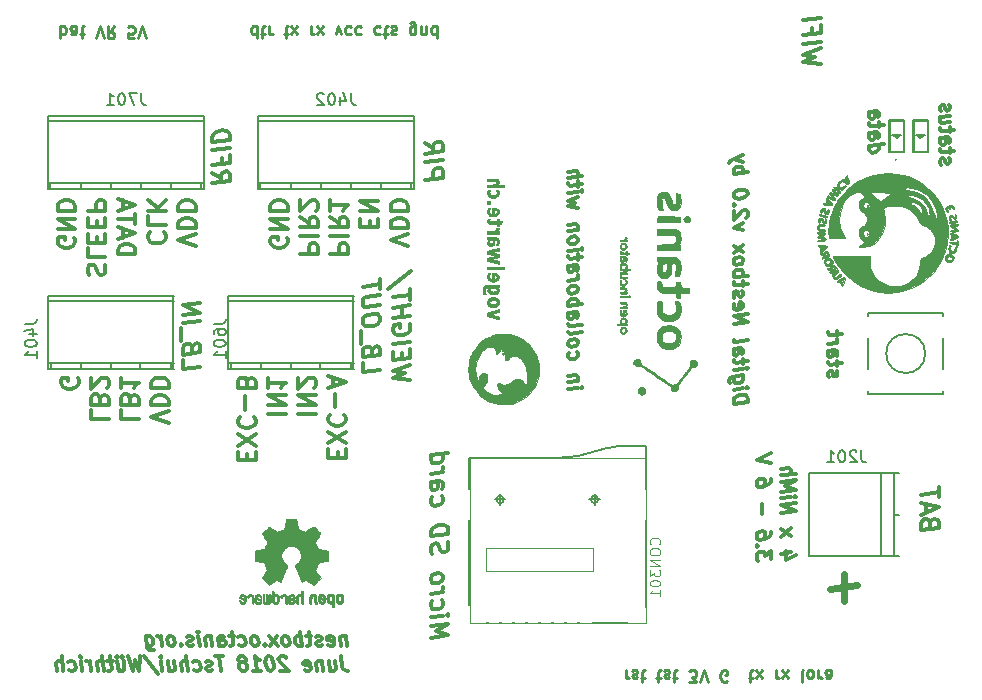
<source format=gbo>
G04 #@! TF.FileFunction,Legend,Bot*
%FSLAX46Y46*%
G04 Gerber Fmt 4.6, Leading zero omitted, Abs format (unit mm)*
G04 Created by KiCad (PCBNEW 4.0.7) date 2018 June 07, Thursday 02:32:14*
%MOMM*%
%LPD*%
G01*
G04 APERTURE LIST*
%ADD10C,0.050000*%
%ADD11C,0.300000*%
%ADD12C,0.250000*%
%ADD13C,0.600000*%
%ADD14C,0.066040*%
%ADD15C,0.127000*%
%ADD16C,0.150000*%
%ADD17C,0.010000*%
%ADD18C,0.101600*%
G04 APERTURE END LIST*
D10*
D11*
X104531429Y-134700357D02*
X103031429Y-134530714D01*
X104102857Y-134111072D01*
X103031429Y-133959286D01*
X104531429Y-133414643D01*
X103031429Y-133030714D02*
X104531429Y-132843214D01*
X103817143Y-131718214D02*
X103817143Y-132218214D01*
X103031429Y-132316428D02*
X104531429Y-132128928D01*
X104531429Y-131414642D01*
X103031429Y-131030714D02*
X104531429Y-130843214D01*
D12*
X40162380Y-131542619D02*
X40162380Y-132542619D01*
X40162380Y-132161667D02*
X40257618Y-132209286D01*
X40448095Y-132209286D01*
X40543333Y-132161667D01*
X40590952Y-132114048D01*
X40638571Y-132018810D01*
X40638571Y-131733095D01*
X40590952Y-131637857D01*
X40543333Y-131590238D01*
X40448095Y-131542619D01*
X40257618Y-131542619D01*
X40162380Y-131590238D01*
X41495714Y-131542619D02*
X41495714Y-132066429D01*
X41448095Y-132161667D01*
X41352857Y-132209286D01*
X41162380Y-132209286D01*
X41067142Y-132161667D01*
X41495714Y-131590238D02*
X41400476Y-131542619D01*
X41162380Y-131542619D01*
X41067142Y-131590238D01*
X41019523Y-131685476D01*
X41019523Y-131780714D01*
X41067142Y-131875952D01*
X41162380Y-131923571D01*
X41400476Y-131923571D01*
X41495714Y-131971190D01*
X41829047Y-132209286D02*
X42209999Y-132209286D01*
X41971904Y-132542619D02*
X41971904Y-131685476D01*
X42019523Y-131590238D01*
X42114761Y-131542619D01*
X42209999Y-131542619D01*
X43162381Y-132542619D02*
X43495714Y-131542619D01*
X43829048Y-132542619D01*
X44733810Y-131542619D02*
X44400476Y-132018810D01*
X44162381Y-131542619D02*
X44162381Y-132542619D01*
X44543334Y-132542619D01*
X44638572Y-132495000D01*
X44686191Y-132447381D01*
X44733810Y-132352143D01*
X44733810Y-132209286D01*
X44686191Y-132114048D01*
X44638572Y-132066429D01*
X44543334Y-132018810D01*
X44162381Y-132018810D01*
X46400477Y-132542619D02*
X45924286Y-132542619D01*
X45876667Y-132066429D01*
X45924286Y-132114048D01*
X46019524Y-132161667D01*
X46257620Y-132161667D01*
X46352858Y-132114048D01*
X46400477Y-132066429D01*
X46448096Y-131971190D01*
X46448096Y-131733095D01*
X46400477Y-131637857D01*
X46352858Y-131590238D01*
X46257620Y-131542619D01*
X46019524Y-131542619D01*
X45924286Y-131590238D01*
X45876667Y-131637857D01*
X46733810Y-132542619D02*
X47067143Y-131542619D01*
X47400477Y-132542619D01*
X56805236Y-131542619D02*
X56805236Y-132542619D01*
X56805236Y-131590238D02*
X56709998Y-131542619D01*
X56519521Y-131542619D01*
X56424283Y-131590238D01*
X56376664Y-131637857D01*
X56329045Y-131733095D01*
X56329045Y-132018810D01*
X56376664Y-132114048D01*
X56424283Y-132161667D01*
X56519521Y-132209286D01*
X56709998Y-132209286D01*
X56805236Y-132161667D01*
X57138569Y-132209286D02*
X57519521Y-132209286D01*
X57281426Y-132542619D02*
X57281426Y-131685476D01*
X57329045Y-131590238D01*
X57424283Y-131542619D01*
X57519521Y-131542619D01*
X57852855Y-131542619D02*
X57852855Y-132209286D01*
X57852855Y-132018810D02*
X57900474Y-132114048D01*
X57948093Y-132161667D01*
X58043331Y-132209286D01*
X58138570Y-132209286D01*
X59090951Y-132209286D02*
X59471903Y-132209286D01*
X59233808Y-132542619D02*
X59233808Y-131685476D01*
X59281427Y-131590238D01*
X59376665Y-131542619D01*
X59471903Y-131542619D01*
X59709999Y-131542619D02*
X60233809Y-132209286D01*
X59709999Y-132209286D02*
X60233809Y-131542619D01*
X61376666Y-131542619D02*
X61376666Y-132209286D01*
X61376666Y-132018810D02*
X61424285Y-132114048D01*
X61471904Y-132161667D01*
X61567142Y-132209286D01*
X61662381Y-132209286D01*
X61900476Y-131542619D02*
X62424286Y-132209286D01*
X61900476Y-132209286D02*
X62424286Y-131542619D01*
X63471905Y-132209286D02*
X63710000Y-131542619D01*
X63948096Y-132209286D01*
X64757620Y-131590238D02*
X64662382Y-131542619D01*
X64471905Y-131542619D01*
X64376667Y-131590238D01*
X64329048Y-131637857D01*
X64281429Y-131733095D01*
X64281429Y-132018810D01*
X64329048Y-132114048D01*
X64376667Y-132161667D01*
X64471905Y-132209286D01*
X64662382Y-132209286D01*
X64757620Y-132161667D01*
X65614763Y-131590238D02*
X65519525Y-131542619D01*
X65329048Y-131542619D01*
X65233810Y-131590238D01*
X65186191Y-131637857D01*
X65138572Y-131733095D01*
X65138572Y-132018810D01*
X65186191Y-132114048D01*
X65233810Y-132161667D01*
X65329048Y-132209286D01*
X65519525Y-132209286D01*
X65614763Y-132161667D01*
X67233811Y-131590238D02*
X67138573Y-131542619D01*
X66948096Y-131542619D01*
X66852858Y-131590238D01*
X66805239Y-131637857D01*
X66757620Y-131733095D01*
X66757620Y-132018810D01*
X66805239Y-132114048D01*
X66852858Y-132161667D01*
X66948096Y-132209286D01*
X67138573Y-132209286D01*
X67233811Y-132161667D01*
X67519525Y-132209286D02*
X67900477Y-132209286D01*
X67662382Y-132542619D02*
X67662382Y-131685476D01*
X67710001Y-131590238D01*
X67805239Y-131542619D01*
X67900477Y-131542619D01*
X68186192Y-131590238D02*
X68281430Y-131542619D01*
X68471906Y-131542619D01*
X68567145Y-131590238D01*
X68614764Y-131685476D01*
X68614764Y-131733095D01*
X68567145Y-131828333D01*
X68471906Y-131875952D01*
X68329049Y-131875952D01*
X68233811Y-131923571D01*
X68186192Y-132018810D01*
X68186192Y-132066429D01*
X68233811Y-132161667D01*
X68329049Y-132209286D01*
X68471906Y-132209286D01*
X68567145Y-132161667D01*
X70233812Y-132209286D02*
X70233812Y-131399762D01*
X70186193Y-131304524D01*
X70138574Y-131256905D01*
X70043335Y-131209286D01*
X69900478Y-131209286D01*
X69805240Y-131256905D01*
X70233812Y-131590238D02*
X70138574Y-131542619D01*
X69948097Y-131542619D01*
X69852859Y-131590238D01*
X69805240Y-131637857D01*
X69757621Y-131733095D01*
X69757621Y-132018810D01*
X69805240Y-132114048D01*
X69852859Y-132161667D01*
X69948097Y-132209286D01*
X70138574Y-132209286D01*
X70233812Y-132161667D01*
X70710002Y-132209286D02*
X70710002Y-131542619D01*
X70710002Y-132114048D02*
X70757621Y-132161667D01*
X70852859Y-132209286D01*
X70995717Y-132209286D01*
X71090955Y-132161667D01*
X71138574Y-132066429D01*
X71138574Y-131542619D01*
X72043336Y-131542619D02*
X72043336Y-132542619D01*
X72043336Y-131590238D02*
X71948098Y-131542619D01*
X71757621Y-131542619D01*
X71662383Y-131590238D01*
X71614764Y-131637857D01*
X71567145Y-131733095D01*
X71567145Y-132018810D01*
X71614764Y-132114048D01*
X71662383Y-132161667D01*
X71757621Y-132209286D01*
X71948098Y-132209286D01*
X72043336Y-132161667D01*
X88019521Y-186042619D02*
X88019521Y-186709286D01*
X88019521Y-186518810D02*
X88067140Y-186614048D01*
X88114759Y-186661667D01*
X88209997Y-186709286D01*
X88305236Y-186709286D01*
X88590950Y-186090238D02*
X88686188Y-186042619D01*
X88876664Y-186042619D01*
X88971903Y-186090238D01*
X89019522Y-186185476D01*
X89019522Y-186233095D01*
X88971903Y-186328333D01*
X88876664Y-186375952D01*
X88733807Y-186375952D01*
X88638569Y-186423571D01*
X88590950Y-186518810D01*
X88590950Y-186566429D01*
X88638569Y-186661667D01*
X88733807Y-186709286D01*
X88876664Y-186709286D01*
X88971903Y-186661667D01*
X89305236Y-186709286D02*
X89686188Y-186709286D01*
X89448093Y-187042619D02*
X89448093Y-186185476D01*
X89495712Y-186090238D01*
X89590950Y-186042619D01*
X89686188Y-186042619D01*
X90638570Y-186709286D02*
X91019522Y-186709286D01*
X90781427Y-187042619D02*
X90781427Y-186185476D01*
X90829046Y-186090238D01*
X90924284Y-186042619D01*
X91019522Y-186042619D01*
X91305237Y-186090238D02*
X91400475Y-186042619D01*
X91590951Y-186042619D01*
X91686190Y-186090238D01*
X91733809Y-186185476D01*
X91733809Y-186233095D01*
X91686190Y-186328333D01*
X91590951Y-186375952D01*
X91448094Y-186375952D01*
X91352856Y-186423571D01*
X91305237Y-186518810D01*
X91305237Y-186566429D01*
X91352856Y-186661667D01*
X91448094Y-186709286D01*
X91590951Y-186709286D01*
X91686190Y-186661667D01*
X92019523Y-186709286D02*
X92400475Y-186709286D01*
X92162380Y-187042619D02*
X92162380Y-186185476D01*
X92209999Y-186090238D01*
X92305237Y-186042619D01*
X92400475Y-186042619D01*
X93400476Y-187042619D02*
X94019524Y-187042619D01*
X93686190Y-186661667D01*
X93829048Y-186661667D01*
X93924286Y-186614048D01*
X93971905Y-186566429D01*
X94019524Y-186471190D01*
X94019524Y-186233095D01*
X93971905Y-186137857D01*
X93924286Y-186090238D01*
X93829048Y-186042619D01*
X93543333Y-186042619D01*
X93448095Y-186090238D01*
X93400476Y-186137857D01*
X94305238Y-187042619D02*
X94638571Y-186042619D01*
X94971905Y-187042619D01*
X96590953Y-186995000D02*
X96495715Y-187042619D01*
X96352858Y-187042619D01*
X96210000Y-186995000D01*
X96114762Y-186899762D01*
X96067143Y-186804524D01*
X96019524Y-186614048D01*
X96019524Y-186471190D01*
X96067143Y-186280714D01*
X96114762Y-186185476D01*
X96210000Y-186090238D01*
X96352858Y-186042619D01*
X96448096Y-186042619D01*
X96590953Y-186090238D01*
X96638572Y-186137857D01*
X96638572Y-186471190D01*
X96448096Y-186471190D01*
X98448096Y-186709286D02*
X98829048Y-186709286D01*
X98590953Y-187042619D02*
X98590953Y-186185476D01*
X98638572Y-186090238D01*
X98733810Y-186042619D01*
X98829048Y-186042619D01*
X99067144Y-186042619D02*
X99590954Y-186709286D01*
X99067144Y-186709286D02*
X99590954Y-186042619D01*
X100733811Y-186042619D02*
X100733811Y-186709286D01*
X100733811Y-186518810D02*
X100781430Y-186614048D01*
X100829049Y-186661667D01*
X100924287Y-186709286D01*
X101019526Y-186709286D01*
X101257621Y-186042619D02*
X101781431Y-186709286D01*
X101257621Y-186709286D02*
X101781431Y-186042619D01*
X103067145Y-186042619D02*
X102971907Y-186090238D01*
X102924288Y-186185476D01*
X102924288Y-187042619D01*
X103590955Y-186042619D02*
X103495717Y-186090238D01*
X103448098Y-186137857D01*
X103400479Y-186233095D01*
X103400479Y-186518810D01*
X103448098Y-186614048D01*
X103495717Y-186661667D01*
X103590955Y-186709286D01*
X103733813Y-186709286D01*
X103829051Y-186661667D01*
X103876670Y-186614048D01*
X103924289Y-186518810D01*
X103924289Y-186233095D01*
X103876670Y-186137857D01*
X103829051Y-186090238D01*
X103733813Y-186042619D01*
X103590955Y-186042619D01*
X104352860Y-186042619D02*
X104352860Y-186709286D01*
X104352860Y-186518810D02*
X104400479Y-186614048D01*
X104448098Y-186661667D01*
X104543336Y-186709286D01*
X104638575Y-186709286D01*
X105400480Y-186042619D02*
X105400480Y-186566429D01*
X105352861Y-186661667D01*
X105257623Y-186709286D01*
X105067146Y-186709286D01*
X104971908Y-186661667D01*
X105400480Y-186090238D02*
X105305242Y-186042619D01*
X105067146Y-186042619D01*
X104971908Y-186090238D01*
X104924289Y-186185476D01*
X104924289Y-186280714D01*
X104971908Y-186375952D01*
X105067146Y-186423571D01*
X105305242Y-186423571D01*
X105400480Y-186471190D01*
D11*
X64317143Y-183187857D02*
X64417143Y-183987857D01*
X64331429Y-183302143D02*
X64267143Y-183245000D01*
X64145714Y-183187857D01*
X63974286Y-183187857D01*
X63867143Y-183245000D01*
X63824286Y-183359286D01*
X63902857Y-183987857D01*
X62867143Y-183930714D02*
X62988572Y-183987857D01*
X63217143Y-183987857D01*
X63324286Y-183930714D01*
X63367144Y-183816429D01*
X63310001Y-183359286D01*
X63238572Y-183245000D01*
X63117143Y-183187857D01*
X62888572Y-183187857D01*
X62781429Y-183245000D01*
X62738572Y-183359286D01*
X62752857Y-183473571D01*
X63338572Y-183587857D01*
X62352858Y-183930714D02*
X62245715Y-183987857D01*
X62017143Y-183987857D01*
X61895715Y-183930714D01*
X61824287Y-183816429D01*
X61817144Y-183759286D01*
X61860001Y-183645000D01*
X61967143Y-183587857D01*
X62138572Y-183587857D01*
X62245715Y-183530714D01*
X62288573Y-183416429D01*
X62281430Y-183359286D01*
X62210001Y-183245000D01*
X62088572Y-183187857D01*
X61917143Y-183187857D01*
X61810001Y-183245000D01*
X61402857Y-183187857D02*
X60945714Y-183187857D01*
X61181429Y-182787857D02*
X61310001Y-183816429D01*
X61267143Y-183930714D01*
X61160000Y-183987857D01*
X61045714Y-183987857D01*
X60645715Y-183987857D02*
X60495715Y-182787857D01*
X60552858Y-183245000D02*
X60431429Y-183187857D01*
X60202858Y-183187857D01*
X60095715Y-183245000D01*
X60045715Y-183302143D01*
X60002858Y-183416429D01*
X60045715Y-183759286D01*
X60117143Y-183873571D01*
X60181429Y-183930714D01*
X60302858Y-183987857D01*
X60531429Y-183987857D01*
X60638572Y-183930714D01*
X59388572Y-183987857D02*
X59495715Y-183930714D01*
X59545715Y-183873571D01*
X59588573Y-183759286D01*
X59545716Y-183416429D01*
X59474287Y-183302143D01*
X59410001Y-183245000D01*
X59288572Y-183187857D01*
X59117144Y-183187857D01*
X59010001Y-183245000D01*
X58960001Y-183302143D01*
X58917144Y-183416429D01*
X58960001Y-183759286D01*
X59031429Y-183873571D01*
X59095715Y-183930714D01*
X59217144Y-183987857D01*
X59388572Y-183987857D01*
X58588572Y-183987857D02*
X57860001Y-183187857D01*
X58488572Y-183187857D02*
X57960001Y-183987857D01*
X57488572Y-183873571D02*
X57438572Y-183930714D01*
X57502858Y-183987857D01*
X57552858Y-183930714D01*
X57488572Y-183873571D01*
X57502858Y-183987857D01*
X56760000Y-183987857D02*
X56867143Y-183930714D01*
X56917143Y-183873571D01*
X56960001Y-183759286D01*
X56917144Y-183416429D01*
X56845715Y-183302143D01*
X56781429Y-183245000D01*
X56660000Y-183187857D01*
X56488572Y-183187857D01*
X56381429Y-183245000D01*
X56331429Y-183302143D01*
X56288572Y-183416429D01*
X56331429Y-183759286D01*
X56402857Y-183873571D01*
X56467143Y-183930714D01*
X56588572Y-183987857D01*
X56760000Y-183987857D01*
X55324286Y-183930714D02*
X55445715Y-183987857D01*
X55674286Y-183987857D01*
X55781429Y-183930714D01*
X55831429Y-183873571D01*
X55874287Y-183759286D01*
X55831430Y-183416429D01*
X55760001Y-183302143D01*
X55695715Y-183245000D01*
X55574286Y-183187857D01*
X55345715Y-183187857D01*
X55238572Y-183245000D01*
X54888572Y-183187857D02*
X54431429Y-183187857D01*
X54667144Y-182787857D02*
X54795716Y-183816429D01*
X54752858Y-183930714D01*
X54645715Y-183987857D01*
X54531429Y-183987857D01*
X53617144Y-183987857D02*
X53538573Y-183359286D01*
X53581430Y-183245000D01*
X53688573Y-183187857D01*
X53917144Y-183187857D01*
X54038573Y-183245000D01*
X53610001Y-183930714D02*
X53731430Y-183987857D01*
X54017144Y-183987857D01*
X54124287Y-183930714D01*
X54167145Y-183816429D01*
X54152859Y-183702143D01*
X54081430Y-183587857D01*
X53960001Y-183530714D01*
X53674287Y-183530714D01*
X53552858Y-183473571D01*
X52945716Y-183187857D02*
X53045716Y-183987857D01*
X52960002Y-183302143D02*
X52895716Y-183245000D01*
X52774287Y-183187857D01*
X52602859Y-183187857D01*
X52495716Y-183245000D01*
X52452859Y-183359286D01*
X52531430Y-183987857D01*
X51960002Y-183987857D02*
X51860002Y-183187857D01*
X51810002Y-182787857D02*
X51874288Y-182845000D01*
X51824288Y-182902143D01*
X51760002Y-182845000D01*
X51810002Y-182787857D01*
X51824288Y-182902143D01*
X51438573Y-183930714D02*
X51331430Y-183987857D01*
X51102858Y-183987857D01*
X50981430Y-183930714D01*
X50910002Y-183816429D01*
X50902859Y-183759286D01*
X50945716Y-183645000D01*
X51052858Y-183587857D01*
X51224287Y-183587857D01*
X51331430Y-183530714D01*
X51374288Y-183416429D01*
X51367145Y-183359286D01*
X51295716Y-183245000D01*
X51174287Y-183187857D01*
X51002858Y-183187857D01*
X50895716Y-183245000D01*
X50402858Y-183873571D02*
X50352858Y-183930714D01*
X50417144Y-183987857D01*
X50467144Y-183930714D01*
X50402858Y-183873571D01*
X50417144Y-183987857D01*
X49674286Y-183987857D02*
X49781429Y-183930714D01*
X49831429Y-183873571D01*
X49874287Y-183759286D01*
X49831430Y-183416429D01*
X49760001Y-183302143D01*
X49695715Y-183245000D01*
X49574286Y-183187857D01*
X49402858Y-183187857D01*
X49295715Y-183245000D01*
X49245715Y-183302143D01*
X49202858Y-183416429D01*
X49245715Y-183759286D01*
X49317143Y-183873571D01*
X49381429Y-183930714D01*
X49502858Y-183987857D01*
X49674286Y-183987857D01*
X48760001Y-183987857D02*
X48660001Y-183187857D01*
X48688573Y-183416429D02*
X48617144Y-183302143D01*
X48552858Y-183245000D01*
X48431429Y-183187857D01*
X48317144Y-183187857D01*
X47402858Y-183187857D02*
X47524287Y-184159286D01*
X47595715Y-184273571D01*
X47660001Y-184330714D01*
X47781429Y-184387857D01*
X47952858Y-184387857D01*
X48060001Y-184330714D01*
X47495715Y-183930714D02*
X47617144Y-183987857D01*
X47845715Y-183987857D01*
X47952858Y-183930714D01*
X48002858Y-183873571D01*
X48045716Y-183759286D01*
X48002859Y-183416429D01*
X47931430Y-183302143D01*
X47867144Y-183245000D01*
X47745715Y-183187857D01*
X47517144Y-183187857D01*
X47410001Y-183245000D01*
X63924286Y-184887857D02*
X64031429Y-185745000D01*
X64110000Y-185916429D01*
X64238571Y-186030714D01*
X64417143Y-186087857D01*
X64531428Y-186087857D01*
X62888571Y-185287857D02*
X62988571Y-186087857D01*
X63402857Y-185287857D02*
X63481429Y-185916429D01*
X63438571Y-186030714D01*
X63331428Y-186087857D01*
X63160000Y-186087857D01*
X63038571Y-186030714D01*
X62974285Y-185973571D01*
X62317143Y-185287857D02*
X62417143Y-186087857D01*
X62331429Y-185402143D02*
X62267143Y-185345000D01*
X62145714Y-185287857D01*
X61974286Y-185287857D01*
X61867143Y-185345000D01*
X61824286Y-185459286D01*
X61902857Y-186087857D01*
X60867143Y-186030714D02*
X60988572Y-186087857D01*
X61217143Y-186087857D01*
X61324286Y-186030714D01*
X61367144Y-185916429D01*
X61310001Y-185459286D01*
X61238572Y-185345000D01*
X61117143Y-185287857D01*
X60888572Y-185287857D01*
X60781429Y-185345000D01*
X60738572Y-185459286D01*
X60752857Y-185573571D01*
X61338572Y-185687857D01*
X59310001Y-185002143D02*
X59245715Y-184945000D01*
X59124286Y-184887857D01*
X58838572Y-184887857D01*
X58731429Y-184945000D01*
X58681429Y-185002143D01*
X58638572Y-185116429D01*
X58652857Y-185230714D01*
X58731429Y-185402143D01*
X59502857Y-186087857D01*
X58760000Y-186087857D01*
X57867143Y-184887857D02*
X57752858Y-184887857D01*
X57645715Y-184945000D01*
X57595715Y-185002143D01*
X57552858Y-185116429D01*
X57524286Y-185345000D01*
X57560000Y-185630714D01*
X57645715Y-185859286D01*
X57717143Y-185973571D01*
X57781429Y-186030714D01*
X57902858Y-186087857D01*
X58017143Y-186087857D01*
X58124286Y-186030714D01*
X58174286Y-185973571D01*
X58217144Y-185859286D01*
X58245715Y-185630714D01*
X58210001Y-185345000D01*
X58124287Y-185116429D01*
X58052858Y-185002143D01*
X57988572Y-184945000D01*
X57867143Y-184887857D01*
X56474286Y-186087857D02*
X57160001Y-186087857D01*
X56817143Y-186087857D02*
X56667143Y-184887857D01*
X56802858Y-185059286D01*
X56931429Y-185173571D01*
X57052858Y-185230714D01*
X55702858Y-185402143D02*
X55810001Y-185345000D01*
X55860001Y-185287857D01*
X55902858Y-185173571D01*
X55895716Y-185116429D01*
X55824287Y-185002143D01*
X55760001Y-184945000D01*
X55638572Y-184887857D01*
X55410001Y-184887857D01*
X55302858Y-184945000D01*
X55252858Y-185002143D01*
X55210001Y-185116429D01*
X55217143Y-185173571D01*
X55288572Y-185287857D01*
X55352858Y-185345000D01*
X55474287Y-185402143D01*
X55702858Y-185402143D01*
X55824287Y-185459286D01*
X55888573Y-185516429D01*
X55960001Y-185630714D01*
X55988573Y-185859286D01*
X55945715Y-185973571D01*
X55895715Y-186030714D01*
X55788572Y-186087857D01*
X55560001Y-186087857D01*
X55438572Y-186030714D01*
X55374286Y-185973571D01*
X55302858Y-185859286D01*
X55274286Y-185630714D01*
X55317144Y-185516429D01*
X55367144Y-185459286D01*
X55474287Y-185402143D01*
X53924286Y-184887857D02*
X53238572Y-184887857D01*
X53731429Y-186087857D02*
X53581429Y-184887857D01*
X53038572Y-186030714D02*
X52931429Y-186087857D01*
X52702857Y-186087857D01*
X52581429Y-186030714D01*
X52510001Y-185916429D01*
X52502858Y-185859286D01*
X52545715Y-185745000D01*
X52652857Y-185687857D01*
X52824286Y-185687857D01*
X52931429Y-185630714D01*
X52974287Y-185516429D01*
X52967144Y-185459286D01*
X52895715Y-185345000D01*
X52774286Y-185287857D01*
X52602857Y-185287857D01*
X52495715Y-185345000D01*
X51495714Y-186030714D02*
X51617143Y-186087857D01*
X51845714Y-186087857D01*
X51952857Y-186030714D01*
X52002857Y-185973571D01*
X52045715Y-185859286D01*
X52002858Y-185516429D01*
X51931429Y-185402143D01*
X51867143Y-185345000D01*
X51745714Y-185287857D01*
X51517143Y-185287857D01*
X51410000Y-185345000D01*
X50988572Y-186087857D02*
X50838572Y-184887857D01*
X50474286Y-186087857D02*
X50395715Y-185459286D01*
X50438572Y-185345000D01*
X50545715Y-185287857D01*
X50717143Y-185287857D01*
X50838572Y-185345000D01*
X50902858Y-185402143D01*
X49288572Y-185287857D02*
X49388572Y-186087857D01*
X49802858Y-185287857D02*
X49881430Y-185916429D01*
X49838572Y-186030714D01*
X49731429Y-186087857D01*
X49560001Y-186087857D01*
X49438572Y-186030714D01*
X49374286Y-185973571D01*
X48817144Y-186087857D02*
X48717144Y-185287857D01*
X48667144Y-184887857D02*
X48731430Y-184945000D01*
X48681430Y-185002143D01*
X48617144Y-184945000D01*
X48667144Y-184887857D01*
X48681430Y-185002143D01*
X47231429Y-184830714D02*
X48452857Y-186373571D01*
X46952857Y-184887857D02*
X46817143Y-186087857D01*
X46481429Y-185230714D01*
X46360000Y-186087857D01*
X45924286Y-184887857D01*
X45002857Y-185287857D02*
X45102857Y-186087857D01*
X45517143Y-185287857D02*
X45595715Y-185916429D01*
X45552857Y-186030714D01*
X45445714Y-186087857D01*
X45274286Y-186087857D01*
X45152857Y-186030714D01*
X45088571Y-185973571D01*
X45410000Y-184887857D02*
X45360000Y-184945000D01*
X45424286Y-185002143D01*
X45474286Y-184945000D01*
X45410000Y-184887857D01*
X45424286Y-185002143D01*
X44952857Y-184887857D02*
X44902857Y-184945000D01*
X44967143Y-185002143D01*
X45017143Y-184945000D01*
X44952857Y-184887857D01*
X44967143Y-185002143D01*
X44602857Y-185287857D02*
X44145714Y-185287857D01*
X44381429Y-184887857D02*
X44510001Y-185916429D01*
X44467143Y-186030714D01*
X44360000Y-186087857D01*
X44245714Y-186087857D01*
X43845715Y-186087857D02*
X43695715Y-184887857D01*
X43331429Y-186087857D02*
X43252858Y-185459286D01*
X43295715Y-185345000D01*
X43402858Y-185287857D01*
X43574286Y-185287857D01*
X43695715Y-185345000D01*
X43760001Y-185402143D01*
X42760001Y-186087857D02*
X42660001Y-185287857D01*
X42688573Y-185516429D02*
X42617144Y-185402143D01*
X42552858Y-185345000D01*
X42431429Y-185287857D01*
X42317144Y-185287857D01*
X42017144Y-186087857D02*
X41917144Y-185287857D01*
X41867144Y-184887857D02*
X41931430Y-184945000D01*
X41881430Y-185002143D01*
X41817144Y-184945000D01*
X41867144Y-184887857D01*
X41881430Y-185002143D01*
X40924286Y-186030714D02*
X41045715Y-186087857D01*
X41274286Y-186087857D01*
X41381429Y-186030714D01*
X41431429Y-185973571D01*
X41474287Y-185859286D01*
X41431430Y-185516429D01*
X41360001Y-185402143D01*
X41295715Y-185345000D01*
X41174286Y-185287857D01*
X40945715Y-185287857D01*
X40838572Y-185345000D01*
X40417144Y-186087857D02*
X40267144Y-184887857D01*
X39902858Y-186087857D02*
X39824287Y-185459286D01*
X39867144Y-185345000D01*
X39974287Y-185287857D01*
X40145715Y-185287857D01*
X40267144Y-185345000D01*
X40331430Y-185402143D01*
X105224286Y-161252143D02*
X105167143Y-161145000D01*
X105167143Y-160916428D01*
X105224286Y-160795000D01*
X105338571Y-160723572D01*
X105395714Y-160716429D01*
X105510000Y-160759286D01*
X105567143Y-160866428D01*
X105567143Y-161037857D01*
X105624286Y-161145000D01*
X105738571Y-161187858D01*
X105795714Y-161180715D01*
X105910000Y-161109286D01*
X105967143Y-160987857D01*
X105967143Y-160816428D01*
X105910000Y-160709286D01*
X105967143Y-160302142D02*
X105967143Y-159844999D01*
X106367143Y-160080714D02*
X105338571Y-160209286D01*
X105224286Y-160166428D01*
X105167143Y-160059285D01*
X105167143Y-159944999D01*
X105167143Y-159030714D02*
X105795714Y-158952143D01*
X105910000Y-158995000D01*
X105967143Y-159102143D01*
X105967143Y-159330714D01*
X105910000Y-159452143D01*
X105224286Y-159023571D02*
X105167143Y-159145000D01*
X105167143Y-159430714D01*
X105224286Y-159537857D01*
X105338571Y-159580715D01*
X105452857Y-159566429D01*
X105567143Y-159495000D01*
X105624286Y-159373571D01*
X105624286Y-159087857D01*
X105681429Y-158966428D01*
X105167143Y-158459286D02*
X105967143Y-158359286D01*
X105738571Y-158387858D02*
X105852857Y-158316429D01*
X105910000Y-158252143D01*
X105967143Y-158130714D01*
X105967143Y-158016429D01*
X105967143Y-157787857D02*
X105967143Y-157330714D01*
X106367143Y-157566429D02*
X105338571Y-157695001D01*
X105224286Y-157652143D01*
X105167143Y-157545000D01*
X105167143Y-157430714D01*
X108667143Y-141687857D02*
X109867143Y-141537857D01*
X108724286Y-141680714D02*
X108667143Y-141802143D01*
X108667143Y-142030714D01*
X108724286Y-142137857D01*
X108781429Y-142187857D01*
X108895714Y-142230715D01*
X109238571Y-142187858D01*
X109352857Y-142116429D01*
X109410000Y-142052143D01*
X109467143Y-141930714D01*
X109467143Y-141702143D01*
X109410000Y-141595000D01*
X108667143Y-140602143D02*
X109295714Y-140523572D01*
X109410000Y-140566429D01*
X109467143Y-140673572D01*
X109467143Y-140902143D01*
X109410000Y-141023572D01*
X108724286Y-140595000D02*
X108667143Y-140716429D01*
X108667143Y-141002143D01*
X108724286Y-141109286D01*
X108838571Y-141152144D01*
X108952857Y-141137858D01*
X109067143Y-141066429D01*
X109124286Y-140945000D01*
X109124286Y-140659286D01*
X109181429Y-140537857D01*
X109467143Y-140102143D02*
X109467143Y-139645000D01*
X109867143Y-139880715D02*
X108838571Y-140009287D01*
X108724286Y-139966429D01*
X108667143Y-139859286D01*
X108667143Y-139745000D01*
X108667143Y-138830715D02*
X109295714Y-138752144D01*
X109410000Y-138795001D01*
X109467143Y-138902144D01*
X109467143Y-139130715D01*
X109410000Y-139252144D01*
X108724286Y-138823572D02*
X108667143Y-138945001D01*
X108667143Y-139230715D01*
X108724286Y-139337858D01*
X108838571Y-139380716D01*
X108952857Y-139366430D01*
X109067143Y-139295001D01*
X109124286Y-139173572D01*
X109124286Y-138887858D01*
X109181429Y-138766429D01*
X114724286Y-143252143D02*
X114667143Y-143145000D01*
X114667143Y-142916428D01*
X114724286Y-142795000D01*
X114838571Y-142723572D01*
X114895714Y-142716429D01*
X115010000Y-142759286D01*
X115067143Y-142866428D01*
X115067143Y-143037857D01*
X115124286Y-143145000D01*
X115238571Y-143187858D01*
X115295714Y-143180715D01*
X115410000Y-143109286D01*
X115467143Y-142987857D01*
X115467143Y-142816428D01*
X115410000Y-142709286D01*
X115467143Y-142302142D02*
X115467143Y-141844999D01*
X115867143Y-142080714D02*
X114838571Y-142209286D01*
X114724286Y-142166428D01*
X114667143Y-142059285D01*
X114667143Y-141944999D01*
X114667143Y-141030714D02*
X115295714Y-140952143D01*
X115410000Y-140995000D01*
X115467143Y-141102143D01*
X115467143Y-141330714D01*
X115410000Y-141452143D01*
X114724286Y-141023571D02*
X114667143Y-141145000D01*
X114667143Y-141430714D01*
X114724286Y-141537857D01*
X114838571Y-141580715D01*
X114952857Y-141566429D01*
X115067143Y-141495000D01*
X115124286Y-141373571D01*
X115124286Y-141087857D01*
X115181429Y-140966428D01*
X115467143Y-140530714D02*
X115467143Y-140073571D01*
X115867143Y-140309286D02*
X114838571Y-140437858D01*
X114724286Y-140395000D01*
X114667143Y-140287857D01*
X114667143Y-140173571D01*
X115467143Y-139159286D02*
X114667143Y-139259286D01*
X115467143Y-139673572D02*
X114838571Y-139752144D01*
X114724286Y-139709286D01*
X114667143Y-139602143D01*
X114667143Y-139430715D01*
X114724286Y-139309286D01*
X114781429Y-139245000D01*
X114724286Y-138737858D02*
X114667143Y-138630715D01*
X114667143Y-138402143D01*
X114724286Y-138280715D01*
X114838571Y-138209287D01*
X114895714Y-138202144D01*
X115010000Y-138245001D01*
X115067143Y-138352143D01*
X115067143Y-138523572D01*
X115124286Y-138630715D01*
X115238571Y-138673573D01*
X115295714Y-138666430D01*
X115410000Y-138595001D01*
X115467143Y-138473572D01*
X115467143Y-138302143D01*
X115410000Y-138195001D01*
X97167143Y-163491429D02*
X98367143Y-163341429D01*
X98367143Y-163055714D01*
X98310000Y-162891429D01*
X98195714Y-162791429D01*
X98081429Y-162748571D01*
X97852857Y-162720000D01*
X97681429Y-162741428D01*
X97452857Y-162827143D01*
X97338571Y-162898572D01*
X97224286Y-163027143D01*
X97167143Y-163205714D01*
X97167143Y-163491429D01*
X97167143Y-162291429D02*
X97967143Y-162191429D01*
X98367143Y-162141429D02*
X98310000Y-162205715D01*
X98252857Y-162155715D01*
X98310000Y-162091429D01*
X98367143Y-162141429D01*
X98252857Y-162155715D01*
X97967143Y-161105714D02*
X96995714Y-161227143D01*
X96881429Y-161298571D01*
X96824286Y-161362857D01*
X96767143Y-161484285D01*
X96767143Y-161655714D01*
X96824286Y-161762857D01*
X97224286Y-161198571D02*
X97167143Y-161320000D01*
X97167143Y-161548571D01*
X97224286Y-161655714D01*
X97281429Y-161705714D01*
X97395714Y-161748572D01*
X97738571Y-161705715D01*
X97852857Y-161634286D01*
X97910000Y-161570000D01*
X97967143Y-161448571D01*
X97967143Y-161220000D01*
X97910000Y-161112857D01*
X97167143Y-160634286D02*
X97967143Y-160534286D01*
X98367143Y-160484286D02*
X98310000Y-160548572D01*
X98252857Y-160498572D01*
X98310000Y-160434286D01*
X98367143Y-160484286D01*
X98252857Y-160498572D01*
X97967143Y-160134285D02*
X97967143Y-159677142D01*
X98367143Y-159912857D02*
X97338571Y-160041429D01*
X97224286Y-159998571D01*
X97167143Y-159891428D01*
X97167143Y-159777142D01*
X97167143Y-158862857D02*
X97795714Y-158784286D01*
X97910000Y-158827143D01*
X97967143Y-158934286D01*
X97967143Y-159162857D01*
X97910000Y-159284286D01*
X97224286Y-158855714D02*
X97167143Y-158977143D01*
X97167143Y-159262857D01*
X97224286Y-159370000D01*
X97338571Y-159412858D01*
X97452857Y-159398572D01*
X97567143Y-159327143D01*
X97624286Y-159205714D01*
X97624286Y-158920000D01*
X97681429Y-158798571D01*
X97167143Y-158120000D02*
X97224286Y-158227143D01*
X97338571Y-158270001D01*
X98367143Y-158141429D01*
X97167143Y-156748572D02*
X98367143Y-156598572D01*
X97167143Y-156062857D01*
X98367143Y-155912857D01*
X97224286Y-155027143D02*
X97167143Y-155148572D01*
X97167143Y-155377143D01*
X97224286Y-155484286D01*
X97338571Y-155527144D01*
X97795714Y-155470001D01*
X97910000Y-155398572D01*
X97967143Y-155277143D01*
X97967143Y-155048572D01*
X97910000Y-154941429D01*
X97795714Y-154898572D01*
X97681429Y-154912857D01*
X97567143Y-155498572D01*
X97224286Y-154512858D02*
X97167143Y-154405715D01*
X97167143Y-154177143D01*
X97224286Y-154055715D01*
X97338571Y-153984287D01*
X97395714Y-153977144D01*
X97510000Y-154020001D01*
X97567143Y-154127143D01*
X97567143Y-154298572D01*
X97624286Y-154405715D01*
X97738571Y-154448573D01*
X97795714Y-154441430D01*
X97910000Y-154370001D01*
X97967143Y-154248572D01*
X97967143Y-154077143D01*
X97910000Y-153970001D01*
X97967143Y-153562857D02*
X97967143Y-153105714D01*
X98367143Y-153341429D02*
X97338571Y-153470001D01*
X97224286Y-153427143D01*
X97167143Y-153320000D01*
X97167143Y-153205714D01*
X97167143Y-152805715D02*
X98367143Y-152655715D01*
X97910000Y-152712858D02*
X97967143Y-152591429D01*
X97967143Y-152362858D01*
X97910000Y-152255715D01*
X97852857Y-152205715D01*
X97738571Y-152162858D01*
X97395714Y-152205715D01*
X97281429Y-152277143D01*
X97224286Y-152341429D01*
X97167143Y-152462858D01*
X97167143Y-152691429D01*
X97224286Y-152798572D01*
X97167143Y-151548572D02*
X97224286Y-151655715D01*
X97281429Y-151705715D01*
X97395714Y-151748573D01*
X97738571Y-151705716D01*
X97852857Y-151634287D01*
X97910000Y-151570001D01*
X97967143Y-151448572D01*
X97967143Y-151277144D01*
X97910000Y-151170001D01*
X97852857Y-151120001D01*
X97738571Y-151077144D01*
X97395714Y-151120001D01*
X97281429Y-151191429D01*
X97224286Y-151255715D01*
X97167143Y-151377144D01*
X97167143Y-151548572D01*
X97167143Y-150748572D02*
X97967143Y-150020001D01*
X97967143Y-150648572D02*
X97167143Y-150120001D01*
X97967143Y-148762857D02*
X97167143Y-148577143D01*
X97967143Y-148191429D01*
X98252857Y-147755715D02*
X98310000Y-147691429D01*
X98367143Y-147570000D01*
X98367143Y-147284286D01*
X98310000Y-147177143D01*
X98252857Y-147127143D01*
X98138571Y-147084286D01*
X98024286Y-147098571D01*
X97852857Y-147177143D01*
X97167143Y-147948571D01*
X97167143Y-147205714D01*
X97281429Y-146677143D02*
X97224286Y-146627143D01*
X97167143Y-146691429D01*
X97224286Y-146741429D01*
X97281429Y-146677143D01*
X97167143Y-146691429D01*
X98367143Y-145741428D02*
X98367143Y-145627143D01*
X98310000Y-145520000D01*
X98252857Y-145470000D01*
X98138571Y-145427143D01*
X97910000Y-145398571D01*
X97624286Y-145434285D01*
X97395714Y-145520000D01*
X97281429Y-145591428D01*
X97224286Y-145655714D01*
X97167143Y-145777143D01*
X97167143Y-145891428D01*
X97224286Y-145998571D01*
X97281429Y-146048571D01*
X97395714Y-146091429D01*
X97624286Y-146120000D01*
X97910000Y-146084286D01*
X98138571Y-145998572D01*
X98252857Y-145927143D01*
X98310000Y-145862857D01*
X98367143Y-145741428D01*
X97167143Y-144062857D02*
X98367143Y-143912857D01*
X97910000Y-143970000D02*
X97967143Y-143848571D01*
X97967143Y-143620000D01*
X97910000Y-143512857D01*
X97852857Y-143462857D01*
X97738571Y-143420000D01*
X97395714Y-143462857D01*
X97281429Y-143534285D01*
X97224286Y-143598571D01*
X97167143Y-143720000D01*
X97167143Y-143948571D01*
X97224286Y-144055714D01*
X97967143Y-142991428D02*
X97167143Y-142805714D01*
X97967143Y-142420000D02*
X97167143Y-142805714D01*
X96881429Y-142955714D01*
X96824286Y-143020000D01*
X96767143Y-143141428D01*
X83167143Y-162262856D02*
X83967143Y-162162856D01*
X84367143Y-162112856D02*
X84310000Y-162177142D01*
X84252857Y-162127142D01*
X84310000Y-162062856D01*
X84367143Y-162112856D01*
X84252857Y-162127142D01*
X83967143Y-161591427D02*
X83167143Y-161691427D01*
X83852857Y-161605713D02*
X83910000Y-161541427D01*
X83967143Y-161419998D01*
X83967143Y-161248570D01*
X83910000Y-161141427D01*
X83795714Y-161098570D01*
X83167143Y-161177141D01*
X83224286Y-159169998D02*
X83167143Y-159291427D01*
X83167143Y-159519998D01*
X83224286Y-159627141D01*
X83281429Y-159677141D01*
X83395714Y-159719999D01*
X83738571Y-159677142D01*
X83852857Y-159605713D01*
X83910000Y-159541427D01*
X83967143Y-159419998D01*
X83967143Y-159191427D01*
X83910000Y-159084284D01*
X83167143Y-158491427D02*
X83224286Y-158598570D01*
X83281429Y-158648570D01*
X83395714Y-158691428D01*
X83738571Y-158648571D01*
X83852857Y-158577142D01*
X83910000Y-158512856D01*
X83967143Y-158391427D01*
X83967143Y-158219999D01*
X83910000Y-158112856D01*
X83852857Y-158062856D01*
X83738571Y-158019999D01*
X83395714Y-158062856D01*
X83281429Y-158134284D01*
X83224286Y-158198570D01*
X83167143Y-158319999D01*
X83167143Y-158491427D01*
X83167143Y-157405713D02*
X83224286Y-157512856D01*
X83338571Y-157555714D01*
X84367143Y-157427142D01*
X83167143Y-156777142D02*
X83224286Y-156884285D01*
X83338571Y-156927143D01*
X84367143Y-156798571D01*
X83167143Y-155805714D02*
X83795714Y-155727143D01*
X83910000Y-155770000D01*
X83967143Y-155877143D01*
X83967143Y-156105714D01*
X83910000Y-156227143D01*
X83224286Y-155798571D02*
X83167143Y-155920000D01*
X83167143Y-156205714D01*
X83224286Y-156312857D01*
X83338571Y-156355715D01*
X83452857Y-156341429D01*
X83567143Y-156270000D01*
X83624286Y-156148571D01*
X83624286Y-155862857D01*
X83681429Y-155741428D01*
X83167143Y-155234286D02*
X84367143Y-155084286D01*
X83910000Y-155141429D02*
X83967143Y-155020000D01*
X83967143Y-154791429D01*
X83910000Y-154684286D01*
X83852857Y-154634286D01*
X83738571Y-154591429D01*
X83395714Y-154634286D01*
X83281429Y-154705714D01*
X83224286Y-154770000D01*
X83167143Y-154891429D01*
X83167143Y-155120000D01*
X83224286Y-155227143D01*
X83167143Y-153977143D02*
X83224286Y-154084286D01*
X83281429Y-154134286D01*
X83395714Y-154177144D01*
X83738571Y-154134287D01*
X83852857Y-154062858D01*
X83910000Y-153998572D01*
X83967143Y-153877143D01*
X83967143Y-153705715D01*
X83910000Y-153598572D01*
X83852857Y-153548572D01*
X83738571Y-153505715D01*
X83395714Y-153548572D01*
X83281429Y-153620000D01*
X83224286Y-153684286D01*
X83167143Y-153805715D01*
X83167143Y-153977143D01*
X83167143Y-153062858D02*
X83967143Y-152962858D01*
X83738571Y-152991430D02*
X83852857Y-152920001D01*
X83910000Y-152855715D01*
X83967143Y-152734286D01*
X83967143Y-152620001D01*
X83167143Y-151805715D02*
X83795714Y-151727144D01*
X83910000Y-151770001D01*
X83967143Y-151877144D01*
X83967143Y-152105715D01*
X83910000Y-152227144D01*
X83224286Y-151798572D02*
X83167143Y-151920001D01*
X83167143Y-152205715D01*
X83224286Y-152312858D01*
X83338571Y-152355716D01*
X83452857Y-152341430D01*
X83567143Y-152270001D01*
X83624286Y-152148572D01*
X83624286Y-151862858D01*
X83681429Y-151741429D01*
X83967143Y-151305715D02*
X83967143Y-150848572D01*
X84367143Y-151084287D02*
X83338571Y-151212859D01*
X83224286Y-151170001D01*
X83167143Y-151062858D01*
X83167143Y-150948572D01*
X83167143Y-150548573D02*
X83967143Y-150448573D01*
X84367143Y-150398573D02*
X84310000Y-150462859D01*
X84252857Y-150412859D01*
X84310000Y-150348573D01*
X84367143Y-150398573D01*
X84252857Y-150412859D01*
X83167143Y-149805715D02*
X83224286Y-149912858D01*
X83281429Y-149962858D01*
X83395714Y-150005716D01*
X83738571Y-149962859D01*
X83852857Y-149891430D01*
X83910000Y-149827144D01*
X83967143Y-149705715D01*
X83967143Y-149534287D01*
X83910000Y-149427144D01*
X83852857Y-149377144D01*
X83738571Y-149334287D01*
X83395714Y-149377144D01*
X83281429Y-149448572D01*
X83224286Y-149512858D01*
X83167143Y-149634287D01*
X83167143Y-149805715D01*
X83967143Y-148791430D02*
X83167143Y-148891430D01*
X83852857Y-148805716D02*
X83910000Y-148741430D01*
X83967143Y-148620001D01*
X83967143Y-148448573D01*
X83910000Y-148341430D01*
X83795714Y-148298573D01*
X83167143Y-148377144D01*
X83967143Y-146905715D02*
X83167143Y-146777144D01*
X83738571Y-146477145D01*
X83167143Y-146320001D01*
X83967143Y-145991430D01*
X83167143Y-145634287D02*
X83967143Y-145534287D01*
X84367143Y-145484287D02*
X84310000Y-145548573D01*
X84252857Y-145498573D01*
X84310000Y-145434287D01*
X84367143Y-145484287D01*
X84252857Y-145498573D01*
X83967143Y-145134286D02*
X83967143Y-144677143D01*
X84367143Y-144912858D02*
X83338571Y-145041430D01*
X83224286Y-144998572D01*
X83167143Y-144891429D01*
X83167143Y-144777143D01*
X83167143Y-144377144D02*
X84367143Y-144227144D01*
X83167143Y-143862858D02*
X83795714Y-143784287D01*
X83910000Y-143827144D01*
X83967143Y-143934287D01*
X83967143Y-144105715D01*
X83910000Y-144227144D01*
X83852857Y-144291430D01*
X71531429Y-183294106D02*
X73031429Y-183106606D01*
X71960000Y-182740535D01*
X73031429Y-182106606D01*
X71531429Y-182294106D01*
X71531429Y-181579820D02*
X72531429Y-181454820D01*
X73031429Y-181392320D02*
X72960000Y-181472678D01*
X72888571Y-181410178D01*
X72960000Y-181329821D01*
X73031429Y-181392320D01*
X72888571Y-181410178D01*
X71602857Y-180213749D02*
X71531429Y-180365534D01*
X71531429Y-180651248D01*
X71602857Y-180785178D01*
X71674286Y-180847677D01*
X71817143Y-180901249D01*
X72245714Y-180847678D01*
X72388571Y-180758392D01*
X72460000Y-180678035D01*
X72531429Y-180526248D01*
X72531429Y-180240534D01*
X72460000Y-180106606D01*
X71531429Y-179579820D02*
X72531429Y-179454820D01*
X72245714Y-179490535D02*
X72388571Y-179401250D01*
X72460000Y-179320892D01*
X72531429Y-179169106D01*
X72531429Y-179026249D01*
X71531429Y-178436963D02*
X71602857Y-178570893D01*
X71674286Y-178633392D01*
X71817143Y-178686964D01*
X72245714Y-178633393D01*
X72388571Y-178544107D01*
X72460000Y-178463750D01*
X72531429Y-178311963D01*
X72531429Y-178097678D01*
X72460000Y-177963750D01*
X72388571Y-177901250D01*
X72245714Y-177847678D01*
X71817143Y-177901249D01*
X71674286Y-177990535D01*
X71602857Y-178070893D01*
X71531429Y-178222678D01*
X71531429Y-178436963D01*
X71602857Y-176213750D02*
X71531429Y-176008392D01*
X71531429Y-175651249D01*
X71602857Y-175499464D01*
X71674286Y-175419106D01*
X71817143Y-175329821D01*
X71960000Y-175311964D01*
X72102857Y-175365535D01*
X72174286Y-175428035D01*
X72245714Y-175561964D01*
X72317143Y-175838749D01*
X72388571Y-175972679D01*
X72460000Y-176035178D01*
X72602857Y-176088750D01*
X72745714Y-176070893D01*
X72888571Y-175981607D01*
X72960000Y-175901250D01*
X73031429Y-175749463D01*
X73031429Y-175392321D01*
X72960000Y-175186964D01*
X71531429Y-174722678D02*
X73031429Y-174535178D01*
X73031429Y-174178035D01*
X72960000Y-173972679D01*
X72817143Y-173847678D01*
X72674286Y-173794107D01*
X72388571Y-173758393D01*
X72174286Y-173785178D01*
X71888571Y-173892322D01*
X71745714Y-173981607D01*
X71602857Y-174142322D01*
X71531429Y-174365535D01*
X71531429Y-174722678D01*
X71602857Y-171428036D02*
X71531429Y-171579821D01*
X71531429Y-171865535D01*
X71602857Y-171999465D01*
X71674286Y-172061964D01*
X71817143Y-172115536D01*
X72245714Y-172061965D01*
X72388571Y-171972679D01*
X72460000Y-171892322D01*
X72531429Y-171740535D01*
X72531429Y-171454821D01*
X72460000Y-171320893D01*
X71531429Y-170151250D02*
X72317143Y-170053036D01*
X72460000Y-170106608D01*
X72531429Y-170240536D01*
X72531429Y-170526250D01*
X72460000Y-170678036D01*
X71602857Y-170142322D02*
X71531429Y-170294107D01*
X71531429Y-170651250D01*
X71602857Y-170785179D01*
X71745714Y-170838751D01*
X71888571Y-170820894D01*
X72031429Y-170731607D01*
X72102857Y-170579822D01*
X72102857Y-170222679D01*
X72174286Y-170070893D01*
X71531429Y-169436964D02*
X72531429Y-169311964D01*
X72245714Y-169347679D02*
X72388571Y-169258394D01*
X72460000Y-169178036D01*
X72531429Y-169026250D01*
X72531429Y-168883393D01*
X71531429Y-167865536D02*
X73031429Y-167678036D01*
X71602857Y-167856608D02*
X71531429Y-168008393D01*
X71531429Y-168294107D01*
X71602857Y-168428037D01*
X71674286Y-168490536D01*
X71817143Y-168544108D01*
X72245714Y-168490537D01*
X72388571Y-168401251D01*
X72460000Y-168320894D01*
X72531429Y-168169107D01*
X72531429Y-167883393D01*
X72460000Y-167749465D01*
X102017143Y-176087857D02*
X101217143Y-176187857D01*
X102474286Y-176316428D02*
X101617143Y-176709286D01*
X101617143Y-175966428D01*
X101217143Y-174759285D02*
X102017143Y-174030714D01*
X102017143Y-174659285D02*
X101217143Y-174130714D01*
X101217143Y-172759285D02*
X102417143Y-172609285D01*
X101217143Y-172073570D01*
X102417143Y-171923570D01*
X101217143Y-171502142D02*
X102017143Y-171402142D01*
X102417143Y-171352142D02*
X102360000Y-171416428D01*
X102302857Y-171366428D01*
X102360000Y-171302142D01*
X102417143Y-171352142D01*
X102302857Y-171366428D01*
X101217143Y-170930713D02*
X102417143Y-170780713D01*
X101560000Y-170487856D01*
X102417143Y-169980713D01*
X101217143Y-170130713D01*
X101217143Y-169559284D02*
X102417143Y-169409284D01*
X101217143Y-169044998D02*
X101845714Y-168966427D01*
X101960000Y-169009284D01*
X102017143Y-169116427D01*
X102017143Y-169287855D01*
X101960000Y-169409284D01*
X101902857Y-169473570D01*
X100317143Y-176666428D02*
X100317143Y-175923571D01*
X99860000Y-176380714D01*
X99860000Y-176209286D01*
X99802857Y-176102143D01*
X99745714Y-176052143D01*
X99631429Y-176009285D01*
X99345714Y-176045000D01*
X99231429Y-176116428D01*
X99174286Y-176180714D01*
X99117143Y-176302143D01*
X99117143Y-176645000D01*
X99174286Y-176752143D01*
X99231429Y-176802142D01*
X99231429Y-175545000D02*
X99174286Y-175495000D01*
X99117143Y-175559286D01*
X99174286Y-175609286D01*
X99231429Y-175545000D01*
X99117143Y-175559286D01*
X100317143Y-174323571D02*
X100317143Y-174552142D01*
X100260000Y-174673571D01*
X100202857Y-174737857D01*
X100031429Y-174873571D01*
X99802857Y-174959286D01*
X99345714Y-175016429D01*
X99231429Y-174973571D01*
X99174286Y-174923571D01*
X99117143Y-174816428D01*
X99117143Y-174587857D01*
X99174286Y-174466428D01*
X99231429Y-174402142D01*
X99345714Y-174330714D01*
X99631429Y-174294999D01*
X99745714Y-174337857D01*
X99802857Y-174387857D01*
X99860000Y-174495000D01*
X99860000Y-174723571D01*
X99802857Y-174845000D01*
X99745714Y-174909286D01*
X99631429Y-174980714D01*
X99574286Y-172873571D02*
X99574286Y-171959285D01*
X100317143Y-169866428D02*
X100317143Y-170094999D01*
X100260000Y-170216428D01*
X100202857Y-170280714D01*
X100031429Y-170416428D01*
X99802857Y-170502143D01*
X99345714Y-170559286D01*
X99231429Y-170516428D01*
X99174286Y-170466428D01*
X99117143Y-170359285D01*
X99117143Y-170130714D01*
X99174286Y-170009285D01*
X99231429Y-169944999D01*
X99345714Y-169873571D01*
X99631429Y-169837856D01*
X99745714Y-169880714D01*
X99802857Y-169930714D01*
X99860000Y-170037857D01*
X99860000Y-170266428D01*
X99802857Y-170387857D01*
X99745714Y-170452143D01*
X99631429Y-170523571D01*
X100317143Y-168494999D02*
X99117143Y-168244999D01*
X100317143Y-167694999D01*
D13*
X106495714Y-180164643D02*
X106495714Y-177878929D01*
X105352857Y-179164643D02*
X107638571Y-178878929D01*
D11*
X113817143Y-173588749D02*
X113745714Y-173383392D01*
X113674286Y-173320892D01*
X113531429Y-173267320D01*
X113317143Y-173294106D01*
X113174286Y-173383392D01*
X113102857Y-173463749D01*
X113031429Y-173615535D01*
X113031429Y-174186963D01*
X114531429Y-173999463D01*
X114531429Y-173499463D01*
X114460000Y-173365535D01*
X114388571Y-173303035D01*
X114245714Y-173249464D01*
X114102857Y-173267321D01*
X113960000Y-173356606D01*
X113888571Y-173436964D01*
X113817143Y-173588749D01*
X113817143Y-174088749D01*
X113460000Y-172704821D02*
X113460000Y-171990535D01*
X113031429Y-172901249D02*
X114531429Y-172213749D01*
X113031429Y-171901249D01*
X114531429Y-171428035D02*
X114531429Y-170570892D01*
X113031429Y-171186963D02*
X114531429Y-170999463D01*
X50531429Y-159829821D02*
X50531429Y-160544107D01*
X52031429Y-160356607D01*
X51317143Y-158731607D02*
X51245714Y-158526250D01*
X51174286Y-158463750D01*
X51031429Y-158410178D01*
X50817143Y-158436964D01*
X50674286Y-158526250D01*
X50602857Y-158606607D01*
X50531429Y-158758393D01*
X50531429Y-159329821D01*
X52031429Y-159142321D01*
X52031429Y-158642321D01*
X51960000Y-158508393D01*
X51888571Y-158445893D01*
X51745714Y-158392322D01*
X51602857Y-158410179D01*
X51460000Y-158499464D01*
X51388571Y-158579822D01*
X51317143Y-158731607D01*
X51317143Y-159231607D01*
X50388571Y-158204822D02*
X50388571Y-157061965D01*
X50531429Y-156686964D02*
X52031429Y-156499464D01*
X50531429Y-155972678D02*
X52031429Y-155785178D01*
X50531429Y-155115535D01*
X52031429Y-154928035D01*
X69806429Y-161463750D02*
X68306429Y-161294107D01*
X69377857Y-160874465D01*
X68306429Y-160722679D01*
X69806429Y-160178036D01*
X69092143Y-159695893D02*
X69092143Y-159195893D01*
X68306429Y-159079821D02*
X68306429Y-159794107D01*
X69806429Y-159606607D01*
X69806429Y-158892321D01*
X68306429Y-158436964D02*
X69806429Y-158249464D01*
X69735000Y-156758393D02*
X69806429Y-156892321D01*
X69806429Y-157106607D01*
X69735000Y-157329821D01*
X69592143Y-157490536D01*
X69449286Y-157579821D01*
X69163571Y-157686965D01*
X68949286Y-157713750D01*
X68663571Y-157678036D01*
X68520714Y-157624465D01*
X68377857Y-157499464D01*
X68306429Y-157294107D01*
X68306429Y-157151250D01*
X68377857Y-156928036D01*
X68449286Y-156847678D01*
X68949286Y-156785178D01*
X68949286Y-157070893D01*
X68306429Y-156222678D02*
X69806429Y-156035178D01*
X69092143Y-156124464D02*
X69092143Y-155267321D01*
X68306429Y-155365535D02*
X69806429Y-155178035D01*
X69806429Y-154678035D02*
X69806429Y-153820892D01*
X68306429Y-154436963D02*
X69806429Y-154249463D01*
X69877857Y-152240536D02*
X67949286Y-153767321D01*
X65756429Y-160079821D02*
X65756429Y-160794107D01*
X67256429Y-160606607D01*
X66542143Y-158981607D02*
X66470714Y-158776250D01*
X66399286Y-158713750D01*
X66256429Y-158660178D01*
X66042143Y-158686964D01*
X65899286Y-158776250D01*
X65827857Y-158856607D01*
X65756429Y-159008393D01*
X65756429Y-159579821D01*
X67256429Y-159392321D01*
X67256429Y-158892321D01*
X67185000Y-158758393D01*
X67113571Y-158695893D01*
X66970714Y-158642322D01*
X66827857Y-158660179D01*
X66685000Y-158749464D01*
X66613571Y-158829822D01*
X66542143Y-158981607D01*
X66542143Y-159481607D01*
X65613571Y-158454822D02*
X65613571Y-157311965D01*
X67256429Y-156463750D02*
X67256429Y-156178036D01*
X67185000Y-156044107D01*
X67042143Y-155919107D01*
X66756429Y-155883393D01*
X66256429Y-155945893D01*
X65970714Y-156053036D01*
X65827857Y-156213750D01*
X65756429Y-156365536D01*
X65756429Y-156651250D01*
X65827857Y-156785179D01*
X65970714Y-156910179D01*
X66256429Y-156945893D01*
X66756429Y-156883393D01*
X67042143Y-156776250D01*
X67185000Y-156615536D01*
X67256429Y-156463750D01*
X67256429Y-155178035D02*
X66042143Y-155329821D01*
X65899286Y-155276250D01*
X65827857Y-155213750D01*
X65756429Y-155079821D01*
X65756429Y-154794107D01*
X65827857Y-154642321D01*
X65899286Y-154561964D01*
X66042143Y-154472678D01*
X67256429Y-154320892D01*
X67256429Y-153820892D02*
X67256429Y-152963749D01*
X65756429Y-153579820D02*
X67256429Y-153392320D01*
X71031429Y-144530714D02*
X72531429Y-144343214D01*
X72531429Y-143771786D01*
X72460000Y-143637857D01*
X72388571Y-143575358D01*
X72245714Y-143521786D01*
X72031429Y-143548571D01*
X71888571Y-143637858D01*
X71817143Y-143718214D01*
X71745714Y-143870001D01*
X71745714Y-144441429D01*
X71031429Y-143030714D02*
X72531429Y-142843214D01*
X71031429Y-141459285D02*
X71745714Y-141870000D01*
X71031429Y-142316428D02*
X72531429Y-142128928D01*
X72531429Y-141557500D01*
X72460000Y-141423571D01*
X72388571Y-141361072D01*
X72245714Y-141307500D01*
X72031429Y-141334285D01*
X71888571Y-141423572D01*
X71817143Y-141503928D01*
X71745714Y-141655715D01*
X71745714Y-142227143D01*
X53031429Y-143959285D02*
X53745714Y-144370000D01*
X53031429Y-144816428D02*
X54531429Y-144628928D01*
X54531429Y-144057500D01*
X54460000Y-143923571D01*
X54388571Y-143861072D01*
X54245714Y-143807500D01*
X54031429Y-143834285D01*
X53888571Y-143923572D01*
X53817143Y-144003928D01*
X53745714Y-144155715D01*
X53745714Y-144727143D01*
X53817143Y-142718214D02*
X53817143Y-143218214D01*
X53031429Y-143316428D02*
X54531429Y-143128928D01*
X54531429Y-142414642D01*
X53031429Y-142030714D02*
X54531429Y-141843214D01*
X53031429Y-141316428D02*
X54531429Y-141128928D01*
X54531429Y-140771785D01*
X54460000Y-140566429D01*
X54317143Y-140441428D01*
X54174286Y-140387857D01*
X53888571Y-140352143D01*
X53674286Y-140378928D01*
X53388571Y-140486072D01*
X53245714Y-140575357D01*
X53102857Y-140736072D01*
X53031429Y-140959285D01*
X53031429Y-141316428D01*
X63642143Y-168066428D02*
X63642143Y-167566428D01*
X62856429Y-167352142D02*
X62856429Y-168066428D01*
X64356429Y-168066428D01*
X64356429Y-167352142D01*
X64356429Y-166852142D02*
X62856429Y-165852142D01*
X64356429Y-165852142D02*
X62856429Y-166852142D01*
X62999286Y-164423571D02*
X62927857Y-164495000D01*
X62856429Y-164709286D01*
X62856429Y-164852143D01*
X62927857Y-165066428D01*
X63070714Y-165209286D01*
X63213571Y-165280714D01*
X63499286Y-165352143D01*
X63713571Y-165352143D01*
X63999286Y-165280714D01*
X64142143Y-165209286D01*
X64285000Y-165066428D01*
X64356429Y-164852143D01*
X64356429Y-164709286D01*
X64285000Y-164495000D01*
X64213571Y-164423571D01*
X63427857Y-163780714D02*
X63427857Y-162637857D01*
X63285000Y-161995000D02*
X63285000Y-161280714D01*
X62856429Y-162137857D02*
X64356429Y-161637857D01*
X62856429Y-161137857D01*
X60306429Y-164352143D02*
X61806429Y-164352143D01*
X60306429Y-163637857D02*
X61806429Y-163637857D01*
X60306429Y-162780714D01*
X61806429Y-162780714D01*
X61663571Y-162137857D02*
X61735000Y-162066428D01*
X61806429Y-161923571D01*
X61806429Y-161566428D01*
X61735000Y-161423571D01*
X61663571Y-161352142D01*
X61520714Y-161280714D01*
X61377857Y-161280714D01*
X61163571Y-161352142D01*
X60306429Y-162209285D01*
X60306429Y-161280714D01*
X57756429Y-164352143D02*
X59256429Y-164352143D01*
X57756429Y-163637857D02*
X59256429Y-163637857D01*
X57756429Y-162780714D01*
X59256429Y-162780714D01*
X57756429Y-161280714D02*
X57756429Y-162137857D01*
X57756429Y-161709285D02*
X59256429Y-161709285D01*
X59042143Y-161852142D01*
X58899286Y-161995000D01*
X58827857Y-162137857D01*
X55992143Y-168280714D02*
X55992143Y-167780714D01*
X55206429Y-167566428D02*
X55206429Y-168280714D01*
X56706429Y-168280714D01*
X56706429Y-167566428D01*
X56706429Y-167066428D02*
X55206429Y-166066428D01*
X56706429Y-166066428D02*
X55206429Y-167066428D01*
X55349286Y-164637857D02*
X55277857Y-164709286D01*
X55206429Y-164923572D01*
X55206429Y-165066429D01*
X55277857Y-165280714D01*
X55420714Y-165423572D01*
X55563571Y-165495000D01*
X55849286Y-165566429D01*
X56063571Y-165566429D01*
X56349286Y-165495000D01*
X56492143Y-165423572D01*
X56635000Y-165280714D01*
X56706429Y-165066429D01*
X56706429Y-164923572D01*
X56635000Y-164709286D01*
X56563571Y-164637857D01*
X55777857Y-163995000D02*
X55777857Y-162852143D01*
X55992143Y-161637857D02*
X55920714Y-161423571D01*
X55849286Y-161352143D01*
X55706429Y-161280714D01*
X55492143Y-161280714D01*
X55349286Y-161352143D01*
X55277857Y-161423571D01*
X55206429Y-161566429D01*
X55206429Y-162137857D01*
X56706429Y-162137857D01*
X56706429Y-161637857D01*
X56635000Y-161495000D01*
X56563571Y-161423571D01*
X56420714Y-161352143D01*
X56277857Y-161352143D01*
X56135000Y-161423571D01*
X56063571Y-161495000D01*
X55992143Y-161637857D01*
X55992143Y-162137857D01*
X49356429Y-165137857D02*
X47856429Y-164637857D01*
X49356429Y-164137857D01*
X47856429Y-163637857D02*
X49356429Y-163637857D01*
X49356429Y-163280714D01*
X49285000Y-163066429D01*
X49142143Y-162923571D01*
X48999286Y-162852143D01*
X48713571Y-162780714D01*
X48499286Y-162780714D01*
X48213571Y-162852143D01*
X48070714Y-162923571D01*
X47927857Y-163066429D01*
X47856429Y-163280714D01*
X47856429Y-163637857D01*
X47856429Y-162137857D02*
X49356429Y-162137857D01*
X49356429Y-161780714D01*
X49285000Y-161566429D01*
X49142143Y-161423571D01*
X48999286Y-161352143D01*
X48713571Y-161280714D01*
X48499286Y-161280714D01*
X48213571Y-161352143D01*
X48070714Y-161423571D01*
X47927857Y-161566429D01*
X47856429Y-161780714D01*
X47856429Y-162137857D01*
X45306429Y-164066428D02*
X45306429Y-164780714D01*
X46806429Y-164780714D01*
X46092143Y-163066428D02*
X46020714Y-162852142D01*
X45949286Y-162780714D01*
X45806429Y-162709285D01*
X45592143Y-162709285D01*
X45449286Y-162780714D01*
X45377857Y-162852142D01*
X45306429Y-162995000D01*
X45306429Y-163566428D01*
X46806429Y-163566428D01*
X46806429Y-163066428D01*
X46735000Y-162923571D01*
X46663571Y-162852142D01*
X46520714Y-162780714D01*
X46377857Y-162780714D01*
X46235000Y-162852142D01*
X46163571Y-162923571D01*
X46092143Y-163066428D01*
X46092143Y-163566428D01*
X45306429Y-161280714D02*
X45306429Y-162137857D01*
X45306429Y-161709285D02*
X46806429Y-161709285D01*
X46592143Y-161852142D01*
X46449286Y-161995000D01*
X46377857Y-162137857D01*
X42756429Y-164066428D02*
X42756429Y-164780714D01*
X44256429Y-164780714D01*
X43542143Y-163066428D02*
X43470714Y-162852142D01*
X43399286Y-162780714D01*
X43256429Y-162709285D01*
X43042143Y-162709285D01*
X42899286Y-162780714D01*
X42827857Y-162852142D01*
X42756429Y-162995000D01*
X42756429Y-163566428D01*
X44256429Y-163566428D01*
X44256429Y-163066428D01*
X44185000Y-162923571D01*
X44113571Y-162852142D01*
X43970714Y-162780714D01*
X43827857Y-162780714D01*
X43685000Y-162852142D01*
X43613571Y-162923571D01*
X43542143Y-163066428D01*
X43542143Y-163566428D01*
X44113571Y-162137857D02*
X44185000Y-162066428D01*
X44256429Y-161923571D01*
X44256429Y-161566428D01*
X44185000Y-161423571D01*
X44113571Y-161352142D01*
X43970714Y-161280714D01*
X43827857Y-161280714D01*
X43613571Y-161352142D01*
X42756429Y-162209285D01*
X42756429Y-161280714D01*
X41635000Y-161352143D02*
X41706429Y-161495000D01*
X41706429Y-161709286D01*
X41635000Y-161923571D01*
X41492143Y-162066429D01*
X41349286Y-162137857D01*
X41063571Y-162209286D01*
X40849286Y-162209286D01*
X40563571Y-162137857D01*
X40420714Y-162066429D01*
X40277857Y-161923571D01*
X40206429Y-161709286D01*
X40206429Y-161566429D01*
X40277857Y-161352143D01*
X40349286Y-161280714D01*
X40849286Y-161280714D01*
X40849286Y-161566429D01*
X69631429Y-150137857D02*
X68131429Y-149637857D01*
X69631429Y-149137857D01*
X68131429Y-148637857D02*
X69631429Y-148637857D01*
X69631429Y-148280714D01*
X69560000Y-148066429D01*
X69417143Y-147923571D01*
X69274286Y-147852143D01*
X68988571Y-147780714D01*
X68774286Y-147780714D01*
X68488571Y-147852143D01*
X68345714Y-147923571D01*
X68202857Y-148066429D01*
X68131429Y-148280714D01*
X68131429Y-148637857D01*
X68131429Y-147137857D02*
X69631429Y-147137857D01*
X69631429Y-146780714D01*
X69560000Y-146566429D01*
X69417143Y-146423571D01*
X69274286Y-146352143D01*
X68988571Y-146280714D01*
X68774286Y-146280714D01*
X68488571Y-146352143D01*
X68345714Y-146423571D01*
X68202857Y-146566429D01*
X68131429Y-146780714D01*
X68131429Y-147137857D01*
X66367143Y-148566429D02*
X66367143Y-148066429D01*
X65581429Y-147852143D02*
X65581429Y-148566429D01*
X67081429Y-148566429D01*
X67081429Y-147852143D01*
X65581429Y-147209286D02*
X67081429Y-147209286D01*
X65581429Y-146352143D01*
X67081429Y-146352143D01*
X63031429Y-150780714D02*
X64531429Y-150780714D01*
X64531429Y-150209286D01*
X64460000Y-150066428D01*
X64388571Y-149995000D01*
X64245714Y-149923571D01*
X64031429Y-149923571D01*
X63888571Y-149995000D01*
X63817143Y-150066428D01*
X63745714Y-150209286D01*
X63745714Y-150780714D01*
X63031429Y-149280714D02*
X64531429Y-149280714D01*
X63031429Y-147709285D02*
X63745714Y-148209285D01*
X63031429Y-148566428D02*
X64531429Y-148566428D01*
X64531429Y-147995000D01*
X64460000Y-147852142D01*
X64388571Y-147780714D01*
X64245714Y-147709285D01*
X64031429Y-147709285D01*
X63888571Y-147780714D01*
X63817143Y-147852142D01*
X63745714Y-147995000D01*
X63745714Y-148566428D01*
X63031429Y-146280714D02*
X63031429Y-147137857D01*
X63031429Y-146709285D02*
X64531429Y-146709285D01*
X64317143Y-146852142D01*
X64174286Y-146995000D01*
X64102857Y-147137857D01*
X60481429Y-150780714D02*
X61981429Y-150780714D01*
X61981429Y-150209286D01*
X61910000Y-150066428D01*
X61838571Y-149995000D01*
X61695714Y-149923571D01*
X61481429Y-149923571D01*
X61338571Y-149995000D01*
X61267143Y-150066428D01*
X61195714Y-150209286D01*
X61195714Y-150780714D01*
X60481429Y-149280714D02*
X61981429Y-149280714D01*
X60481429Y-147709285D02*
X61195714Y-148209285D01*
X60481429Y-148566428D02*
X61981429Y-148566428D01*
X61981429Y-147995000D01*
X61910000Y-147852142D01*
X61838571Y-147780714D01*
X61695714Y-147709285D01*
X61481429Y-147709285D01*
X61338571Y-147780714D01*
X61267143Y-147852142D01*
X61195714Y-147995000D01*
X61195714Y-148566428D01*
X61838571Y-147137857D02*
X61910000Y-147066428D01*
X61981429Y-146923571D01*
X61981429Y-146566428D01*
X61910000Y-146423571D01*
X61838571Y-146352142D01*
X61695714Y-146280714D01*
X61552857Y-146280714D01*
X61338571Y-146352142D01*
X60481429Y-147209285D01*
X60481429Y-146280714D01*
X59360000Y-149423572D02*
X59431429Y-149566429D01*
X59431429Y-149780715D01*
X59360000Y-149995000D01*
X59217143Y-150137858D01*
X59074286Y-150209286D01*
X58788571Y-150280715D01*
X58574286Y-150280715D01*
X58288571Y-150209286D01*
X58145714Y-150137858D01*
X58002857Y-149995000D01*
X57931429Y-149780715D01*
X57931429Y-149637858D01*
X58002857Y-149423572D01*
X58074286Y-149352143D01*
X58574286Y-149352143D01*
X58574286Y-149637858D01*
X57931429Y-148709286D02*
X59431429Y-148709286D01*
X57931429Y-147852143D01*
X59431429Y-147852143D01*
X57931429Y-147137857D02*
X59431429Y-147137857D01*
X59431429Y-146780714D01*
X59360000Y-146566429D01*
X59217143Y-146423571D01*
X59074286Y-146352143D01*
X58788571Y-146280714D01*
X58574286Y-146280714D01*
X58288571Y-146352143D01*
X58145714Y-146423571D01*
X58002857Y-146566429D01*
X57931429Y-146780714D01*
X57931429Y-147137857D01*
X51631429Y-150137857D02*
X50131429Y-149637857D01*
X51631429Y-149137857D01*
X50131429Y-148637857D02*
X51631429Y-148637857D01*
X51631429Y-148280714D01*
X51560000Y-148066429D01*
X51417143Y-147923571D01*
X51274286Y-147852143D01*
X50988571Y-147780714D01*
X50774286Y-147780714D01*
X50488571Y-147852143D01*
X50345714Y-147923571D01*
X50202857Y-148066429D01*
X50131429Y-148280714D01*
X50131429Y-148637857D01*
X50131429Y-147137857D02*
X51631429Y-147137857D01*
X51631429Y-146780714D01*
X51560000Y-146566429D01*
X51417143Y-146423571D01*
X51274286Y-146352143D01*
X50988571Y-146280714D01*
X50774286Y-146280714D01*
X50488571Y-146352143D01*
X50345714Y-146423571D01*
X50202857Y-146566429D01*
X50131429Y-146780714D01*
X50131429Y-147137857D01*
X47724286Y-148995000D02*
X47652857Y-149066429D01*
X47581429Y-149280715D01*
X47581429Y-149423572D01*
X47652857Y-149637857D01*
X47795714Y-149780715D01*
X47938571Y-149852143D01*
X48224286Y-149923572D01*
X48438571Y-149923572D01*
X48724286Y-149852143D01*
X48867143Y-149780715D01*
X49010000Y-149637857D01*
X49081429Y-149423572D01*
X49081429Y-149280715D01*
X49010000Y-149066429D01*
X48938571Y-148995000D01*
X47581429Y-147637857D02*
X47581429Y-148352143D01*
X49081429Y-148352143D01*
X47581429Y-147137857D02*
X49081429Y-147137857D01*
X47581429Y-146280714D02*
X48438571Y-146923571D01*
X49081429Y-146280714D02*
X48224286Y-147137857D01*
X45031429Y-150852142D02*
X46531429Y-150852142D01*
X46531429Y-150494999D01*
X46460000Y-150280714D01*
X46317143Y-150137856D01*
X46174286Y-150066428D01*
X45888571Y-149994999D01*
X45674286Y-149994999D01*
X45388571Y-150066428D01*
X45245714Y-150137856D01*
X45102857Y-150280714D01*
X45031429Y-150494999D01*
X45031429Y-150852142D01*
X45460000Y-149423571D02*
X45460000Y-148709285D01*
X45031429Y-149566428D02*
X46531429Y-149066428D01*
X45031429Y-148566428D01*
X46531429Y-148280714D02*
X46531429Y-147423571D01*
X45031429Y-147852142D02*
X46531429Y-147852142D01*
X45460000Y-146995000D02*
X45460000Y-146280714D01*
X45031429Y-147137857D02*
X46531429Y-146637857D01*
X45031429Y-146137857D01*
X42552857Y-152566429D02*
X42481429Y-152352143D01*
X42481429Y-151995000D01*
X42552857Y-151852143D01*
X42624286Y-151780714D01*
X42767143Y-151709286D01*
X42910000Y-151709286D01*
X43052857Y-151780714D01*
X43124286Y-151852143D01*
X43195714Y-151995000D01*
X43267143Y-152280714D01*
X43338571Y-152423572D01*
X43410000Y-152495000D01*
X43552857Y-152566429D01*
X43695714Y-152566429D01*
X43838571Y-152495000D01*
X43910000Y-152423572D01*
X43981429Y-152280714D01*
X43981429Y-151923572D01*
X43910000Y-151709286D01*
X42481429Y-150352143D02*
X42481429Y-151066429D01*
X43981429Y-151066429D01*
X43267143Y-149852143D02*
X43267143Y-149352143D01*
X42481429Y-149137857D02*
X42481429Y-149852143D01*
X43981429Y-149852143D01*
X43981429Y-149137857D01*
X43267143Y-148495000D02*
X43267143Y-147995000D01*
X42481429Y-147780714D02*
X42481429Y-148495000D01*
X43981429Y-148495000D01*
X43981429Y-147780714D01*
X42481429Y-147137857D02*
X43981429Y-147137857D01*
X43981429Y-146566429D01*
X43910000Y-146423571D01*
X43838571Y-146352143D01*
X43695714Y-146280714D01*
X43481429Y-146280714D01*
X43338571Y-146352143D01*
X43267143Y-146423571D01*
X43195714Y-146566429D01*
X43195714Y-147137857D01*
X41360000Y-149423572D02*
X41431429Y-149566429D01*
X41431429Y-149780715D01*
X41360000Y-149995000D01*
X41217143Y-150137858D01*
X41074286Y-150209286D01*
X40788571Y-150280715D01*
X40574286Y-150280715D01*
X40288571Y-150209286D01*
X40145714Y-150137858D01*
X40002857Y-149995000D01*
X39931429Y-149780715D01*
X39931429Y-149637858D01*
X40002857Y-149423572D01*
X40074286Y-149352143D01*
X40574286Y-149352143D01*
X40574286Y-149637858D01*
X39931429Y-148709286D02*
X41431429Y-148709286D01*
X39931429Y-147852143D01*
X41431429Y-147852143D01*
X39931429Y-147137857D02*
X41431429Y-147137857D01*
X41431429Y-146780714D01*
X41360000Y-146566429D01*
X41217143Y-146423571D01*
X41074286Y-146352143D01*
X40788571Y-146280714D01*
X40574286Y-146280714D01*
X40288571Y-146352143D01*
X40145714Y-146423571D01*
X40002857Y-146566429D01*
X39931429Y-146780714D01*
X39931429Y-147137857D01*
D14*
X113561500Y-139575000D02*
X113561500Y-142115000D01*
X113561500Y-142115000D02*
X112418500Y-142115000D01*
X112418500Y-139575000D02*
X112418500Y-142115000D01*
X113561500Y-139575000D02*
X112418500Y-139575000D01*
D15*
X112355000Y-139511500D02*
X112355000Y-142178500D01*
X112355000Y-142178500D02*
X113625000Y-142178500D01*
X113625000Y-142178500D02*
X113625000Y-139511500D01*
X113625000Y-139511500D02*
X112355000Y-139511500D01*
X112609000Y-140718000D02*
X113371000Y-140718000D01*
X113371000Y-140718000D02*
X113180500Y-140845000D01*
X113180500Y-140845000D02*
X112990000Y-140972000D01*
X112990000Y-140972000D02*
X112799500Y-140845000D01*
X112799500Y-140845000D02*
X112609000Y-140718000D01*
X112736000Y-140781500D02*
X113244000Y-140781500D01*
X112799500Y-140845000D02*
X113180500Y-140845000D01*
D14*
X111561500Y-139575000D02*
X111561500Y-142115000D01*
X111561500Y-142115000D02*
X110418500Y-142115000D01*
X110418500Y-139575000D02*
X110418500Y-142115000D01*
X111561500Y-139575000D02*
X110418500Y-139575000D01*
D15*
X110355000Y-139511500D02*
X110355000Y-142178500D01*
X110355000Y-142178500D02*
X111625000Y-142178500D01*
X111625000Y-142178500D02*
X111625000Y-139511500D01*
X111625000Y-139511500D02*
X110355000Y-139511500D01*
X110609000Y-140718000D02*
X111371000Y-140718000D01*
X111371000Y-140718000D02*
X111180500Y-140845000D01*
X111180500Y-140845000D02*
X110990000Y-140972000D01*
X110990000Y-140972000D02*
X110799500Y-140845000D01*
X110799500Y-140845000D02*
X110609000Y-140718000D01*
X110736000Y-140781500D02*
X111244000Y-140781500D01*
X110799500Y-140845000D02*
X111180500Y-140845000D01*
D16*
X110790000Y-172895000D02*
X111190000Y-172895000D01*
X109690000Y-169395000D02*
X109690000Y-176395000D01*
X110790000Y-169395000D02*
X110790000Y-176395000D01*
X103590000Y-169395000D02*
X111190000Y-169395000D01*
X111190000Y-176395000D02*
X103590000Y-176395000D01*
X103590000Y-176395000D02*
X103590000Y-169395000D01*
X108585000Y-162445000D02*
X108585000Y-162695000D01*
X108585000Y-162695000D02*
X114885000Y-162695000D01*
X114885000Y-162695000D02*
X114885000Y-162445000D01*
X108585000Y-157945000D02*
X108585000Y-160545000D01*
X114885000Y-156045000D02*
X114885000Y-155795000D01*
X114885000Y-155795000D02*
X108585000Y-155795000D01*
X108585000Y-155795000D02*
X108585000Y-156045000D01*
X114885000Y-160545000D02*
X114885000Y-157945000D01*
X113385000Y-159245000D02*
G75*
G03X113385000Y-159245000I-1650000J0D01*
G01*
X39149020Y-154381200D02*
X49750980Y-154381200D01*
X49750980Y-154779980D02*
X39149020Y-154779980D01*
X49750980Y-160080960D02*
X39149020Y-160080960D01*
X39149020Y-160578800D02*
X49750980Y-160578800D01*
X41953180Y-160080960D02*
X41953180Y-160578800D01*
X44450000Y-160080960D02*
X44450000Y-160578800D01*
X49547780Y-160578800D02*
X49547780Y-160080960D01*
X39349680Y-160080960D02*
X39349680Y-160578800D01*
X46946820Y-160578800D02*
X46946820Y-160080960D01*
X39151560Y-160578800D02*
X39151560Y-154381200D01*
X49745900Y-154381200D02*
X49745900Y-160578800D01*
X59700160Y-144840960D02*
X59700160Y-145338800D01*
X56901080Y-145338800D02*
X70098920Y-145338800D01*
X70098920Y-144840960D02*
X56901080Y-144840960D01*
X70098920Y-139539980D02*
X56901080Y-139539980D01*
X56901080Y-139141200D02*
X70098920Y-139141200D01*
X62202060Y-144840960D02*
X62202060Y-145338800D01*
X64800480Y-144840960D02*
X64800480Y-145338800D01*
X69898260Y-145338800D02*
X69898260Y-144840960D01*
X57101740Y-144840960D02*
X57101740Y-145338800D01*
X67297300Y-145338800D02*
X67297300Y-144840960D01*
X56903620Y-145338800D02*
X56903620Y-139141200D01*
X70096380Y-139141200D02*
X70096380Y-145338800D01*
X54389020Y-154381200D02*
X64990980Y-154381200D01*
X64990980Y-154779980D02*
X54389020Y-154779980D01*
X64990980Y-160080960D02*
X54389020Y-160080960D01*
X54389020Y-160578800D02*
X64990980Y-160578800D01*
X57193180Y-160080960D02*
X57193180Y-160578800D01*
X59690000Y-160080960D02*
X59690000Y-160578800D01*
X64787780Y-160578800D02*
X64787780Y-160080960D01*
X54589680Y-160080960D02*
X54589680Y-160578800D01*
X62186820Y-160578800D02*
X62186820Y-160080960D01*
X54391560Y-160578800D02*
X54391560Y-154381200D01*
X64985900Y-154381200D02*
X64985900Y-160578800D01*
X41920160Y-144840960D02*
X41920160Y-145338800D01*
X39121080Y-145338800D02*
X52318920Y-145338800D01*
X52318920Y-144840960D02*
X39121080Y-144840960D01*
X52318920Y-139539980D02*
X39121080Y-139539980D01*
X39121080Y-139141200D02*
X52318920Y-139141200D01*
X44422060Y-144840960D02*
X44422060Y-145338800D01*
X47020480Y-144840960D02*
X47020480Y-145338800D01*
X52118260Y-145338800D02*
X52118260Y-144840960D01*
X39321740Y-144840960D02*
X39321740Y-145338800D01*
X49517300Y-145338800D02*
X49517300Y-144840960D01*
X39123620Y-145338800D02*
X39123620Y-139141200D01*
X52316380Y-139141200D02*
X52316380Y-145338800D01*
D14*
X74855600Y-182099040D02*
X74855600Y-168129040D01*
X74855600Y-168129040D02*
X89714600Y-168129040D01*
X89714600Y-182099040D02*
X89714600Y-168129040D01*
X74855600Y-182099040D02*
X89714600Y-182099040D01*
X76250060Y-177699760D02*
X76250060Y-175700780D01*
X76250060Y-175700780D02*
X85246740Y-175700780D01*
X85246740Y-177699760D02*
X85246740Y-175700780D01*
X76250060Y-177699760D02*
X85246740Y-177699760D01*
D15*
X89775560Y-167113040D02*
X87245720Y-167113040D01*
X81726300Y-168129040D02*
X74792100Y-168129040D01*
X89778100Y-167100340D02*
X89778100Y-170699520D01*
X89778100Y-173300480D02*
X89778100Y-180699500D01*
X88246480Y-182099040D02*
X85147680Y-182099040D01*
X84146920Y-182099040D02*
X83946260Y-182099040D01*
X83047100Y-182099040D02*
X82846440Y-182099040D01*
X81949820Y-182099040D02*
X81749160Y-182099040D01*
X80850000Y-182099040D02*
X80649340Y-182099040D01*
X79750180Y-182099040D02*
X79549520Y-182099040D01*
X78650360Y-182099040D02*
X78449700Y-182099040D01*
X77550540Y-182099040D02*
X77349880Y-182099040D01*
X76450720Y-182099040D02*
X76250060Y-182099040D01*
X74789560Y-180501380D02*
X74789560Y-173300480D01*
X74789560Y-170699520D02*
X74789560Y-168129040D01*
X77716785Y-171601220D02*
G75*
G03X77716785Y-171601220I-316105J0D01*
G01*
X77400680Y-172050800D02*
X77400680Y-171149100D01*
X76951100Y-171601220D02*
X77850260Y-171601220D01*
X85712705Y-171601220D02*
G75*
G03X85712705Y-171601220I-316105J0D01*
G01*
X85396600Y-172050800D02*
X85396600Y-171149100D01*
X84947020Y-171601220D02*
X85846180Y-171601220D01*
X86248139Y-167296130D02*
G75*
G02X87245720Y-167113040I997581J-2626150D01*
G01*
X86236158Y-167301326D02*
G75*
G02X81726300Y-168129040I-4509858J11872286D01*
G01*
D17*
G36*
X104925652Y-149493266D02*
X104748903Y-149420262D01*
X104526750Y-149361251D01*
X104733125Y-149261855D01*
X104881802Y-149163888D01*
X104934216Y-149072678D01*
X104885814Y-149010083D01*
X104788688Y-148995000D01*
X104613764Y-148982172D01*
X104439438Y-148955313D01*
X104298783Y-148940902D01*
X104245149Y-148982247D01*
X104241000Y-149018813D01*
X104286374Y-149097352D01*
X104434040Y-149126758D01*
X104447375Y-149127180D01*
X104653750Y-149132360D01*
X104447375Y-149222613D01*
X104310333Y-149298160D01*
X104242557Y-149366140D01*
X104241000Y-149374367D01*
X104295626Y-149430537D01*
X104428984Y-149485856D01*
X104447375Y-149491014D01*
X104653750Y-149546159D01*
X104447375Y-149593125D01*
X104298496Y-149646622D01*
X104244591Y-149705004D01*
X104293813Y-149747324D01*
X104383875Y-149756302D01*
X104543090Y-149745404D01*
X104743445Y-149719683D01*
X104767839Y-149715762D01*
X104938762Y-149659640D01*
X104990982Y-149579484D01*
X104925652Y-149493266D01*
X104925652Y-149493266D01*
G37*
X104925652Y-149493266D02*
X104748903Y-149420262D01*
X104526750Y-149361251D01*
X104733125Y-149261855D01*
X104881802Y-149163888D01*
X104934216Y-149072678D01*
X104885814Y-149010083D01*
X104788688Y-148995000D01*
X104613764Y-148982172D01*
X104439438Y-148955313D01*
X104298783Y-148940902D01*
X104245149Y-148982247D01*
X104241000Y-149018813D01*
X104286374Y-149097352D01*
X104434040Y-149126758D01*
X104447375Y-149127180D01*
X104653750Y-149132360D01*
X104447375Y-149222613D01*
X104310333Y-149298160D01*
X104242557Y-149366140D01*
X104241000Y-149374367D01*
X104295626Y-149430537D01*
X104428984Y-149485856D01*
X104447375Y-149491014D01*
X104653750Y-149546159D01*
X104447375Y-149593125D01*
X104298496Y-149646622D01*
X104244591Y-149705004D01*
X104293813Y-149747324D01*
X104383875Y-149756302D01*
X104543090Y-149745404D01*
X104743445Y-149719683D01*
X104767839Y-149715762D01*
X104938762Y-149659640D01*
X104990982Y-149579484D01*
X104925652Y-149493266D01*
G36*
X104909413Y-148347017D02*
X104794505Y-148318528D01*
X104636143Y-148308178D01*
X104475693Y-148317862D01*
X104354520Y-148349477D01*
X104331558Y-148363895D01*
X104255637Y-148494566D01*
X104250235Y-148658299D01*
X104317109Y-148788035D01*
X104320375Y-148790804D01*
X104440754Y-148845140D01*
X104609050Y-148874299D01*
X104777051Y-148875969D01*
X104896547Y-148847842D01*
X104923846Y-148819714D01*
X104890990Y-148759722D01*
X104759486Y-148741000D01*
X104586458Y-148728464D01*
X104468444Y-148702457D01*
X104386576Y-148630212D01*
X104373665Y-148538529D01*
X104435022Y-148483087D01*
X104447375Y-148481530D01*
X104565677Y-148474241D01*
X104717250Y-148465655D01*
X104862639Y-148439144D01*
X104939500Y-148391750D01*
X104909413Y-148347017D01*
X104909413Y-148347017D01*
G37*
X104909413Y-148347017D02*
X104794505Y-148318528D01*
X104636143Y-148308178D01*
X104475693Y-148317862D01*
X104354520Y-148349477D01*
X104331558Y-148363895D01*
X104255637Y-148494566D01*
X104250235Y-148658299D01*
X104317109Y-148788035D01*
X104320375Y-148790804D01*
X104440754Y-148845140D01*
X104609050Y-148874299D01*
X104777051Y-148875969D01*
X104896547Y-148847842D01*
X104923846Y-148819714D01*
X104890990Y-148759722D01*
X104759486Y-148741000D01*
X104586458Y-148728464D01*
X104468444Y-148702457D01*
X104386576Y-148630212D01*
X104373665Y-148538529D01*
X104435022Y-148483087D01*
X104447375Y-148481530D01*
X104565677Y-148474241D01*
X104717250Y-148465655D01*
X104862639Y-148439144D01*
X104939500Y-148391750D01*
X104909413Y-148347017D01*
G36*
X105280573Y-150869365D02*
X105188131Y-150689527D01*
X105062238Y-150591614D01*
X104931291Y-150587052D01*
X104824478Y-150685843D01*
X104748147Y-150754099D01*
X104652379Y-150725239D01*
X104596489Y-150679607D01*
X104614578Y-150625939D01*
X104700308Y-150557756D01*
X104700308Y-150365385D01*
X104680077Y-150356899D01*
X104648616Y-150279808D01*
X104657102Y-150259577D01*
X104734193Y-150228116D01*
X104754424Y-150236602D01*
X104785885Y-150313693D01*
X104777399Y-150333924D01*
X104700308Y-150365385D01*
X104700308Y-150557756D01*
X104721093Y-150541225D01*
X104802307Y-150486459D01*
X104981227Y-150343218D01*
X105061650Y-150221499D01*
X105037023Y-150134665D01*
X104987125Y-150109651D01*
X104819197Y-150072634D01*
X104627184Y-150050273D01*
X104451475Y-150044459D01*
X104332457Y-150057081D01*
X104304500Y-150077708D01*
X104354998Y-150154734D01*
X104394841Y-150176653D01*
X104504342Y-150273700D01*
X104526572Y-150412646D01*
X104486760Y-150497179D01*
X104449960Y-150626168D01*
X104495649Y-150769776D01*
X104598277Y-150875863D01*
X104684139Y-150900000D01*
X104788061Y-150926340D01*
X104812500Y-150963500D01*
X104761068Y-151019836D01*
X104717250Y-151027000D01*
X104633064Y-151077830D01*
X104622000Y-151122250D01*
X104628364Y-151186093D01*
X104665434Y-151209751D01*
X104760179Y-151192197D01*
X104939567Y-151132406D01*
X105009947Y-151107490D01*
X105034750Y-151097540D01*
X105034750Y-150900000D01*
X104955720Y-150867781D01*
X104951671Y-150831738D01*
X105017228Y-150766132D01*
X105034750Y-150763475D01*
X105109206Y-150812912D01*
X105117830Y-150831738D01*
X105087177Y-150889640D01*
X105034750Y-150900000D01*
X105034750Y-151097540D01*
X105192460Y-151034267D01*
X105276599Y-150970537D01*
X105287084Y-150894547D01*
X105280573Y-150869365D01*
X105280573Y-150869365D01*
G37*
X105280573Y-150869365D02*
X105188131Y-150689527D01*
X105062238Y-150591614D01*
X104931291Y-150587052D01*
X104824478Y-150685843D01*
X104748147Y-150754099D01*
X104652379Y-150725239D01*
X104596489Y-150679607D01*
X104614578Y-150625939D01*
X104700308Y-150557756D01*
X104700308Y-150365385D01*
X104680077Y-150356899D01*
X104648616Y-150279808D01*
X104657102Y-150259577D01*
X104734193Y-150228116D01*
X104754424Y-150236602D01*
X104785885Y-150313693D01*
X104777399Y-150333924D01*
X104700308Y-150365385D01*
X104700308Y-150557756D01*
X104721093Y-150541225D01*
X104802307Y-150486459D01*
X104981227Y-150343218D01*
X105061650Y-150221499D01*
X105037023Y-150134665D01*
X104987125Y-150109651D01*
X104819197Y-150072634D01*
X104627184Y-150050273D01*
X104451475Y-150044459D01*
X104332457Y-150057081D01*
X104304500Y-150077708D01*
X104354998Y-150154734D01*
X104394841Y-150176653D01*
X104504342Y-150273700D01*
X104526572Y-150412646D01*
X104486760Y-150497179D01*
X104449960Y-150626168D01*
X104495649Y-150769776D01*
X104598277Y-150875863D01*
X104684139Y-150900000D01*
X104788061Y-150926340D01*
X104812500Y-150963500D01*
X104761068Y-151019836D01*
X104717250Y-151027000D01*
X104633064Y-151077830D01*
X104622000Y-151122250D01*
X104628364Y-151186093D01*
X104665434Y-151209751D01*
X104760179Y-151192197D01*
X104939567Y-151132406D01*
X105009947Y-151107490D01*
X105034750Y-151097540D01*
X105034750Y-150900000D01*
X104955720Y-150867781D01*
X104951671Y-150831738D01*
X105017228Y-150766132D01*
X105034750Y-150763475D01*
X105109206Y-150812912D01*
X105117830Y-150831738D01*
X105087177Y-150889640D01*
X105034750Y-150900000D01*
X105034750Y-151097540D01*
X105192460Y-151034267D01*
X105276599Y-150970537D01*
X105287084Y-150894547D01*
X105280573Y-150869365D01*
G36*
X105011804Y-147849797D02*
X104941269Y-147789012D01*
X104932707Y-147788500D01*
X104891260Y-147843241D01*
X104876000Y-147959950D01*
X104855649Y-148063937D01*
X104809319Y-148062498D01*
X104759095Y-147967760D01*
X104738560Y-147884480D01*
X104665628Y-147768921D01*
X104534141Y-147734332D01*
X104396700Y-147791032D01*
X104325530Y-147900130D01*
X104306198Y-148032593D01*
X104338398Y-148138161D01*
X104399002Y-148169500D01*
X104471930Y-148119181D01*
X104478377Y-148058375D01*
X104493394Y-147950214D01*
X104552527Y-147936338D01*
X104613629Y-148017828D01*
X104624604Y-148054628D01*
X104703434Y-148180994D01*
X104829595Y-148222796D01*
X104954304Y-148172228D01*
X104998476Y-148114454D01*
X105034361Y-147975563D01*
X105011804Y-147849797D01*
X105011804Y-147849797D01*
G37*
X105011804Y-147849797D02*
X104941269Y-147789012D01*
X104932707Y-147788500D01*
X104891260Y-147843241D01*
X104876000Y-147959950D01*
X104855649Y-148063937D01*
X104809319Y-148062498D01*
X104759095Y-147967760D01*
X104738560Y-147884480D01*
X104665628Y-147768921D01*
X104534141Y-147734332D01*
X104396700Y-147791032D01*
X104325530Y-147900130D01*
X104306198Y-148032593D01*
X104338398Y-148138161D01*
X104399002Y-148169500D01*
X104471930Y-148119181D01*
X104478377Y-148058375D01*
X104493394Y-147950214D01*
X104552527Y-147936338D01*
X104613629Y-148017828D01*
X104624604Y-148054628D01*
X104703434Y-148180994D01*
X104829595Y-148222796D01*
X104954304Y-148172228D01*
X104998476Y-148114454D01*
X105034361Y-147975563D01*
X105011804Y-147849797D01*
G36*
X104977444Y-147567561D02*
X104868203Y-147535988D01*
X104681217Y-147486728D01*
X104540954Y-147447444D01*
X104510875Y-147438108D01*
X104439689Y-147461746D01*
X104431500Y-147496491D01*
X104487168Y-147562064D01*
X104628494Y-147632192D01*
X104720725Y-147662473D01*
X104931906Y-147706941D01*
X105053164Y-147693246D01*
X105078053Y-147675348D01*
X105083111Y-147621035D01*
X104977444Y-147567561D01*
X104977444Y-147567561D01*
G37*
X104977444Y-147567561D02*
X104868203Y-147535988D01*
X104681217Y-147486728D01*
X104540954Y-147447444D01*
X104510875Y-147438108D01*
X104439689Y-147461746D01*
X104431500Y-147496491D01*
X104487168Y-147562064D01*
X104628494Y-147632192D01*
X104720725Y-147662473D01*
X104931906Y-147706941D01*
X105053164Y-147693246D01*
X105078053Y-147675348D01*
X105083111Y-147621035D01*
X104977444Y-147567561D01*
G36*
X105228646Y-147107700D02*
X105171684Y-147049144D01*
X105116047Y-147091421D01*
X105099060Y-147173857D01*
X105070253Y-147266467D01*
X105010012Y-147262441D01*
X104952910Y-147173647D01*
X104939011Y-147118926D01*
X104869757Y-146965983D01*
X104753448Y-146905507D01*
X104625801Y-146949284D01*
X104578573Y-146999982D01*
X104507212Y-147148844D01*
X104506387Y-147275765D01*
X104573998Y-147341600D01*
X104597044Y-147344000D01*
X104669461Y-147304690D01*
X104666419Y-147258867D01*
X104667495Y-147133238D01*
X104687960Y-147086022D01*
X104739192Y-147043486D01*
X104781817Y-147108103D01*
X104821582Y-147289338D01*
X104825306Y-147312250D01*
X104892557Y-147425598D01*
X105013309Y-147459988D01*
X105138487Y-147411343D01*
X105194094Y-147342892D01*
X105236646Y-147197500D01*
X105228646Y-147107700D01*
X105228646Y-147107700D01*
G37*
X105228646Y-147107700D02*
X105171684Y-147049144D01*
X105116047Y-147091421D01*
X105099060Y-147173857D01*
X105070253Y-147266467D01*
X105010012Y-147262441D01*
X104952910Y-147173647D01*
X104939011Y-147118926D01*
X104869757Y-146965983D01*
X104753448Y-146905507D01*
X104625801Y-146949284D01*
X104578573Y-146999982D01*
X104507212Y-147148844D01*
X104506387Y-147275765D01*
X104573998Y-147341600D01*
X104597044Y-147344000D01*
X104669461Y-147304690D01*
X104666419Y-147258867D01*
X104667495Y-147133238D01*
X104687960Y-147086022D01*
X104739192Y-147043486D01*
X104781817Y-147108103D01*
X104821582Y-147289338D01*
X104825306Y-147312250D01*
X104892557Y-147425598D01*
X105013309Y-147459988D01*
X105138487Y-147411343D01*
X105194094Y-147342892D01*
X105236646Y-147197500D01*
X105228646Y-147107700D01*
G36*
X105990254Y-145662616D02*
X105862525Y-145548858D01*
X105651894Y-145395701D01*
X105520040Y-145328361D01*
X105464547Y-145346116D01*
X105492044Y-145427922D01*
X105603871Y-145548215D01*
X105718416Y-145649929D01*
X105740131Y-145686107D01*
X105673527Y-145672783D01*
X105635621Y-145661099D01*
X105487509Y-145613001D01*
X105406299Y-145584708D01*
X105314946Y-145587443D01*
X105289779Y-145665492D01*
X105333064Y-145784427D01*
X105388417Y-145856451D01*
X105472981Y-145968162D01*
X105460079Y-146007804D01*
X105360653Y-145969460D01*
X105277753Y-145916289D01*
X105176405Y-145860732D01*
X105105318Y-145890713D01*
X105037125Y-145984038D01*
X104970468Y-146135489D01*
X104995120Y-146223255D01*
X105020613Y-146334816D01*
X104964480Y-146443431D01*
X104867733Y-146486750D01*
X104779754Y-146537263D01*
X104764875Y-146566125D01*
X104795036Y-146629334D01*
X104886584Y-146646199D01*
X105050516Y-146657165D01*
X105165498Y-146671856D01*
X105165498Y-146518500D01*
X105073751Y-146497574D01*
X105101254Y-146442590D01*
X105125613Y-146425962D01*
X105207168Y-146433925D01*
X105224610Y-146453965D01*
X105210814Y-146509187D01*
X105165498Y-146518500D01*
X105165498Y-146671856D01*
X105252524Y-146682976D01*
X105272875Y-146686258D01*
X105429193Y-146703434D01*
X105497044Y-146676796D01*
X105511000Y-146602766D01*
X105467582Y-146487817D01*
X105357581Y-146337161D01*
X105289702Y-146265422D01*
X105165745Y-146137574D01*
X105095792Y-146050128D01*
X105089545Y-146029789D01*
X105151696Y-146045983D01*
X105288260Y-146110355D01*
X105398785Y-146169667D01*
X105569553Y-146259808D01*
X105663259Y-146288223D01*
X105710781Y-146260103D01*
X105727472Y-146224911D01*
X105723307Y-146094279D01*
X105680940Y-146017192D01*
X105569696Y-145875099D01*
X105553412Y-145809843D01*
X105635707Y-145810025D01*
X105737818Y-145838000D01*
X105899214Y-145875687D01*
X105987129Y-145856488D01*
X106021996Y-145816210D01*
X106038325Y-145745955D01*
X105990254Y-145662616D01*
X105990254Y-145662616D01*
G37*
X105990254Y-145662616D02*
X105862525Y-145548858D01*
X105651894Y-145395701D01*
X105520040Y-145328361D01*
X105464547Y-145346116D01*
X105492044Y-145427922D01*
X105603871Y-145548215D01*
X105718416Y-145649929D01*
X105740131Y-145686107D01*
X105673527Y-145672783D01*
X105635621Y-145661099D01*
X105487509Y-145613001D01*
X105406299Y-145584708D01*
X105314946Y-145587443D01*
X105289779Y-145665492D01*
X105333064Y-145784427D01*
X105388417Y-145856451D01*
X105472981Y-145968162D01*
X105460079Y-146007804D01*
X105360653Y-145969460D01*
X105277753Y-145916289D01*
X105176405Y-145860732D01*
X105105318Y-145890713D01*
X105037125Y-145984038D01*
X104970468Y-146135489D01*
X104995120Y-146223255D01*
X105020613Y-146334816D01*
X104964480Y-146443431D01*
X104867733Y-146486750D01*
X104779754Y-146537263D01*
X104764875Y-146566125D01*
X104795036Y-146629334D01*
X104886584Y-146646199D01*
X105050516Y-146657165D01*
X105165498Y-146671856D01*
X105165498Y-146518500D01*
X105073751Y-146497574D01*
X105101254Y-146442590D01*
X105125613Y-146425962D01*
X105207168Y-146433925D01*
X105224610Y-146453965D01*
X105210814Y-146509187D01*
X105165498Y-146518500D01*
X105165498Y-146671856D01*
X105252524Y-146682976D01*
X105272875Y-146686258D01*
X105429193Y-146703434D01*
X105497044Y-146676796D01*
X105511000Y-146602766D01*
X105467582Y-146487817D01*
X105357581Y-146337161D01*
X105289702Y-146265422D01*
X105165745Y-146137574D01*
X105095792Y-146050128D01*
X105089545Y-146029789D01*
X105151696Y-146045983D01*
X105288260Y-146110355D01*
X105398785Y-146169667D01*
X105569553Y-146259808D01*
X105663259Y-146288223D01*
X105710781Y-146260103D01*
X105727472Y-146224911D01*
X105723307Y-146094279D01*
X105680940Y-146017192D01*
X105569696Y-145875099D01*
X105553412Y-145809843D01*
X105635707Y-145810025D01*
X105737818Y-145838000D01*
X105899214Y-145875687D01*
X105987129Y-145856488D01*
X106021996Y-145816210D01*
X106038325Y-145745955D01*
X105990254Y-145662616D01*
G36*
X105494418Y-151315186D02*
X105352273Y-151179926D01*
X105236556Y-151119696D01*
X105131879Y-151126565D01*
X105007839Y-151183248D01*
X104856839Y-151320090D01*
X104808306Y-151497744D01*
X104867625Y-151677856D01*
X104928626Y-151747409D01*
X105111587Y-151842594D01*
X105205891Y-151838309D01*
X105205891Y-151703027D01*
X105077421Y-151691389D01*
X105040073Y-151666418D01*
X104947418Y-151533489D01*
X104980236Y-151400337D01*
X105031700Y-151347032D01*
X105173123Y-151286478D01*
X105293387Y-151324275D01*
X105351418Y-151445251D01*
X105352250Y-151465449D01*
X105309607Y-151619920D01*
X105205891Y-151703027D01*
X105205891Y-151838309D01*
X105303820Y-151833858D01*
X105462449Y-151725107D01*
X105483053Y-151696860D01*
X105550125Y-151499606D01*
X105494418Y-151315186D01*
X105494418Y-151315186D01*
G37*
X105494418Y-151315186D02*
X105352273Y-151179926D01*
X105236556Y-151119696D01*
X105131879Y-151126565D01*
X105007839Y-151183248D01*
X104856839Y-151320090D01*
X104808306Y-151497744D01*
X104867625Y-151677856D01*
X104928626Y-151747409D01*
X105111587Y-151842594D01*
X105205891Y-151838309D01*
X105205891Y-151703027D01*
X105077421Y-151691389D01*
X105040073Y-151666418D01*
X104947418Y-151533489D01*
X104980236Y-151400337D01*
X105031700Y-151347032D01*
X105173123Y-151286478D01*
X105293387Y-151324275D01*
X105351418Y-151445251D01*
X105352250Y-151465449D01*
X105309607Y-151619920D01*
X105205891Y-151703027D01*
X105205891Y-151838309D01*
X105303820Y-151833858D01*
X105462449Y-151725107D01*
X105483053Y-151696860D01*
X105550125Y-151499606D01*
X105494418Y-151315186D01*
G36*
X105823475Y-151908942D02*
X105681416Y-151761154D01*
X105554019Y-151739000D01*
X105439359Y-151842202D01*
X105432764Y-151852500D01*
X105312667Y-151953629D01*
X105209976Y-151979500D01*
X105088590Y-152008199D01*
X105074712Y-152082284D01*
X105108834Y-152127667D01*
X105198667Y-152160539D01*
X105315209Y-152172020D01*
X105427870Y-152178999D01*
X105424288Y-152212561D01*
X105355663Y-152267508D01*
X105276325Y-152364260D01*
X105292990Y-152421890D01*
X105384526Y-152426520D01*
X105555393Y-152348157D01*
X105578044Y-152334246D01*
X105578044Y-152078530D01*
X105551607Y-152062441D01*
X105512979Y-151970263D01*
X105580945Y-151917844D01*
X105606250Y-151916000D01*
X105690784Y-151948300D01*
X105701500Y-151975753D01*
X105659485Y-152058672D01*
X105578044Y-152078530D01*
X105578044Y-152334246D01*
X105654001Y-152287594D01*
X105954097Y-152092384D01*
X105823475Y-151908942D01*
X105823475Y-151908942D01*
G37*
X105823475Y-151908942D02*
X105681416Y-151761154D01*
X105554019Y-151739000D01*
X105439359Y-151842202D01*
X105432764Y-151852500D01*
X105312667Y-151953629D01*
X105209976Y-151979500D01*
X105088590Y-152008199D01*
X105074712Y-152082284D01*
X105108834Y-152127667D01*
X105198667Y-152160539D01*
X105315209Y-152172020D01*
X105427870Y-152178999D01*
X105424288Y-152212561D01*
X105355663Y-152267508D01*
X105276325Y-152364260D01*
X105292990Y-152421890D01*
X105384526Y-152426520D01*
X105555393Y-152348157D01*
X105578044Y-152334246D01*
X105578044Y-152078530D01*
X105551607Y-152062441D01*
X105512979Y-151970263D01*
X105580945Y-151917844D01*
X105606250Y-151916000D01*
X105690784Y-151948300D01*
X105701500Y-151975753D01*
X105659485Y-152058672D01*
X105578044Y-152078530D01*
X105578044Y-152334246D01*
X105654001Y-152287594D01*
X105954097Y-152092384D01*
X105823475Y-151908942D01*
G36*
X115301094Y-148651044D02*
X115242668Y-148103293D01*
X115171244Y-147764488D01*
X114902187Y-146994325D01*
X114529341Y-146295826D01*
X114056837Y-145673994D01*
X113488809Y-145133834D01*
X112829390Y-144680350D01*
X112464250Y-144486489D01*
X111924454Y-144252411D01*
X111417627Y-144097118D01*
X110895257Y-144009612D01*
X110308834Y-143978896D01*
X110223498Y-143978500D01*
X109598196Y-144009151D01*
X109028165Y-144108393D01*
X108467818Y-144287162D01*
X107924000Y-144530106D01*
X107654195Y-144670927D01*
X107430426Y-144807654D01*
X107220884Y-144964326D01*
X106993756Y-145164980D01*
X106717230Y-145433653D01*
X106682912Y-145467912D01*
X106405412Y-145751710D01*
X106198541Y-145982659D01*
X106038259Y-146192571D01*
X105900530Y-146413257D01*
X105761316Y-146676529D01*
X105745106Y-146709000D01*
X105598823Y-147029240D01*
X105460827Y-147376476D01*
X105352775Y-147694474D01*
X105319320Y-147814533D01*
X105259438Y-148112393D01*
X105218247Y-148436288D01*
X105196641Y-148757225D01*
X105195511Y-149046207D01*
X105215750Y-149274239D01*
X105258250Y-149412327D01*
X105269700Y-149426800D01*
X105378469Y-149467290D01*
X105602608Y-149493066D01*
X105931209Y-149502934D01*
X105964864Y-149503000D01*
X106583828Y-149503000D01*
X106392991Y-149095191D01*
X106187407Y-148518662D01*
X106105669Y-147938520D01*
X106147868Y-147364183D01*
X106314096Y-146805070D01*
X106369497Y-146680431D01*
X106553515Y-146373065D01*
X106794290Y-146087537D01*
X107066576Y-145845084D01*
X107345129Y-145666940D01*
X107604703Y-145574342D01*
X107694349Y-145566000D01*
X107844075Y-145606094D01*
X108014157Y-145705064D01*
X108046128Y-145730395D01*
X108180832Y-145870873D01*
X108238497Y-145989313D01*
X108211465Y-146062049D01*
X108157319Y-146074000D01*
X108031789Y-146128762D01*
X107902331Y-146267230D01*
X107798783Y-146450683D01*
X107756022Y-146594816D01*
X107768555Y-146865062D01*
X107882219Y-147103522D01*
X108077862Y-147272911D01*
X108113198Y-147290103D01*
X108319604Y-147445133D01*
X108400250Y-147600187D01*
X108400250Y-146963000D01*
X108227768Y-146913855D01*
X108132172Y-146791348D01*
X108128205Y-146632877D01*
X108214286Y-146491286D01*
X108336349Y-146404067D01*
X108465574Y-146412119D01*
X108563175Y-146457235D01*
X108670017Y-146570803D01*
X108685603Y-146717031D01*
X108622825Y-146855897D01*
X108494576Y-146947380D01*
X108400250Y-146963000D01*
X108400250Y-147600187D01*
X108437393Y-147671601D01*
X108453026Y-147938514D01*
X108434657Y-148025911D01*
X108368805Y-148230338D01*
X108293748Y-148352250D01*
X108177441Y-148434059D01*
X108098142Y-148471277D01*
X107914773Y-148615331D01*
X107791690Y-148837396D01*
X107748341Y-149095228D01*
X107759219Y-149207435D01*
X107857675Y-149433685D01*
X108038942Y-149624818D01*
X108197062Y-149712857D01*
X108239134Y-149775667D01*
X108191878Y-149878420D01*
X108074108Y-149994464D01*
X107936831Y-150081503D01*
X107811148Y-150165221D01*
X107794304Y-150225137D01*
X107869995Y-150259095D01*
X108021920Y-150264942D01*
X108233774Y-150240523D01*
X108489255Y-150183683D01*
X108490802Y-150183244D01*
X108490802Y-149345742D01*
X108333755Y-149342214D01*
X108206473Y-149252486D01*
X108133053Y-149113893D01*
X108137587Y-148963774D01*
X108190700Y-148880700D01*
X108336691Y-148811915D01*
X108507669Y-148825178D01*
X108621816Y-148898926D01*
X108671368Y-149044625D01*
X108635846Y-149206816D01*
X108532469Y-149326772D01*
X108490802Y-149345742D01*
X108490802Y-150183244D01*
X108559338Y-150163768D01*
X108876788Y-150015882D01*
X109195283Y-149774321D01*
X109485238Y-149468660D01*
X109634015Y-149250343D01*
X109634015Y-146401028D01*
X109251638Y-146047014D01*
X109065449Y-145882588D01*
X108908610Y-145758519D01*
X108808171Y-145695765D01*
X108793506Y-145692028D01*
X108768191Y-145667331D01*
X108813000Y-145629500D01*
X108922834Y-145597730D01*
X109116245Y-145575154D01*
X109333750Y-145566973D01*
X109601809Y-145576761D01*
X109871154Y-145603864D01*
X110112359Y-145643121D01*
X110296003Y-145689372D01*
X110392662Y-145737457D01*
X110400500Y-145754059D01*
X110348143Y-145810432D01*
X110220977Y-145878866D01*
X110209708Y-145883622D01*
X110046469Y-145982523D01*
X109872568Y-146132604D01*
X109826466Y-146181839D01*
X109634015Y-146401028D01*
X109634015Y-149250343D01*
X109717066Y-149128473D01*
X109823701Y-148899829D01*
X109963486Y-148371787D01*
X110003754Y-147825697D01*
X109941298Y-147305443D01*
X109940514Y-147302093D01*
X109848644Y-146910936D01*
X110013447Y-146831977D01*
X110153021Y-146791885D01*
X110377288Y-146755555D01*
X110643967Y-146729410D01*
X110718000Y-146724918D01*
X111021676Y-146716279D01*
X111251281Y-146731936D01*
X111458484Y-146778348D01*
X111637146Y-146839811D01*
X112028566Y-147043814D01*
X112386424Y-147335357D01*
X112676311Y-147682317D01*
X112822885Y-147946710D01*
X112938219Y-148170669D01*
X113012309Y-148251450D01*
X113012309Y-147344000D01*
X112901705Y-147304327D01*
X112877000Y-147210650D01*
X112827557Y-147072389D01*
X112704263Y-146910403D01*
X112544675Y-146761940D01*
X112386348Y-146664249D01*
X112307194Y-146645500D01*
X112200380Y-146611672D01*
X112189719Y-146546896D01*
X112232644Y-146462075D01*
X112257875Y-146451646D01*
X112352655Y-146454229D01*
X112465183Y-146455000D01*
X112648720Y-146509612D01*
X112838080Y-146650630D01*
X112999368Y-146843831D01*
X113098693Y-147054991D01*
X113109760Y-147105875D01*
X113126357Y-147261627D01*
X113099194Y-147329201D01*
X113013783Y-147343999D01*
X113012309Y-147344000D01*
X113012309Y-148251450D01*
X113050311Y-148292885D01*
X113131000Y-148328981D01*
X113484311Y-148476996D01*
X113647632Y-148603192D01*
X113647632Y-147534500D01*
X113534071Y-147492493D01*
X113511646Y-147423375D01*
X113450112Y-147077352D01*
X113280050Y-146751152D01*
X113019929Y-146463604D01*
X112688217Y-146233537D01*
X112303382Y-146079779D01*
X112162625Y-146048031D01*
X111986102Y-145990553D01*
X111919698Y-145917864D01*
X111964172Y-145853432D01*
X112120282Y-145820722D01*
X112155258Y-145820000D01*
X112576780Y-145880886D01*
X112965525Y-146064050D01*
X113169163Y-146219911D01*
X113482251Y-146567812D01*
X113677393Y-146958773D01*
X113744069Y-147248547D01*
X113762508Y-147424064D01*
X113746648Y-147507906D01*
X113685288Y-147533281D01*
X113647632Y-147534500D01*
X113647632Y-148603192D01*
X113799250Y-148720346D01*
X114050018Y-149031045D01*
X114210814Y-149381106D01*
X114246151Y-149538628D01*
X114239550Y-149885740D01*
X114132445Y-150240321D01*
X113943815Y-150572069D01*
X113692640Y-150850685D01*
X113397900Y-151045867D01*
X113272010Y-151093805D01*
X113019969Y-151169319D01*
X112988889Y-151603701D01*
X112894230Y-152113149D01*
X112689590Y-152560536D01*
X112378302Y-152941154D01*
X111963697Y-153250295D01*
X111741621Y-153366082D01*
X111325018Y-153498889D01*
X110862746Y-153546007D01*
X110399905Y-153507390D01*
X109981595Y-153382991D01*
X109948380Y-153367918D01*
X109487941Y-153089751D01*
X109124770Y-152734440D01*
X108894267Y-152370695D01*
X108796301Y-152146258D01*
X108742195Y-151939582D01*
X108720294Y-151694433D01*
X108717750Y-151519207D01*
X108717750Y-151027164D01*
X107144835Y-151027082D01*
X105571919Y-151027000D01*
X105708900Y-151296875D01*
X106102554Y-151938543D01*
X106598620Y-152527767D01*
X107176856Y-153045042D01*
X107817022Y-153470865D01*
X108134971Y-153634534D01*
X108777923Y-153873073D01*
X109480050Y-154023470D01*
X110205983Y-154082377D01*
X110920351Y-154046446D01*
X111453968Y-153948629D01*
X112214773Y-153693796D01*
X112915101Y-153331865D01*
X113545691Y-152871954D01*
X114097283Y-152323178D01*
X114315329Y-152027394D01*
X114315329Y-147756580D01*
X114257562Y-147746586D01*
X114185320Y-147624212D01*
X114105279Y-147392740D01*
X114076693Y-147286700D01*
X113886089Y-146759253D01*
X113606749Y-146306454D01*
X113249754Y-145938732D01*
X112826185Y-145666514D01*
X112347122Y-145500230D01*
X112141601Y-145465612D01*
X111899698Y-145433165D01*
X111758115Y-145400711D01*
X111690625Y-145357528D01*
X111671001Y-145292896D01*
X111670500Y-145273034D01*
X111685198Y-145218760D01*
X111746653Y-145191714D01*
X111880909Y-145188012D01*
X112114008Y-145203768D01*
X112127297Y-145204877D01*
X112662907Y-145311478D01*
X113153173Y-145533539D01*
X113582564Y-145863556D01*
X113665672Y-145948140D01*
X113936526Y-146292667D01*
X114154251Y-146678037D01*
X114301430Y-147067212D01*
X114360646Y-147423152D01*
X114360732Y-147426307D01*
X114351944Y-147650914D01*
X114315329Y-147756580D01*
X114315329Y-152027394D01*
X114560617Y-151694654D01*
X114926434Y-150995499D01*
X115171244Y-150289013D01*
X115265382Y-149793401D01*
X115308666Y-149230912D01*
X115301094Y-148651044D01*
X115301094Y-148651044D01*
G37*
X115301094Y-148651044D02*
X115242668Y-148103293D01*
X115171244Y-147764488D01*
X114902187Y-146994325D01*
X114529341Y-146295826D01*
X114056837Y-145673994D01*
X113488809Y-145133834D01*
X112829390Y-144680350D01*
X112464250Y-144486489D01*
X111924454Y-144252411D01*
X111417627Y-144097118D01*
X110895257Y-144009612D01*
X110308834Y-143978896D01*
X110223498Y-143978500D01*
X109598196Y-144009151D01*
X109028165Y-144108393D01*
X108467818Y-144287162D01*
X107924000Y-144530106D01*
X107654195Y-144670927D01*
X107430426Y-144807654D01*
X107220884Y-144964326D01*
X106993756Y-145164980D01*
X106717230Y-145433653D01*
X106682912Y-145467912D01*
X106405412Y-145751710D01*
X106198541Y-145982659D01*
X106038259Y-146192571D01*
X105900530Y-146413257D01*
X105761316Y-146676529D01*
X105745106Y-146709000D01*
X105598823Y-147029240D01*
X105460827Y-147376476D01*
X105352775Y-147694474D01*
X105319320Y-147814533D01*
X105259438Y-148112393D01*
X105218247Y-148436288D01*
X105196641Y-148757225D01*
X105195511Y-149046207D01*
X105215750Y-149274239D01*
X105258250Y-149412327D01*
X105269700Y-149426800D01*
X105378469Y-149467290D01*
X105602608Y-149493066D01*
X105931209Y-149502934D01*
X105964864Y-149503000D01*
X106583828Y-149503000D01*
X106392991Y-149095191D01*
X106187407Y-148518662D01*
X106105669Y-147938520D01*
X106147868Y-147364183D01*
X106314096Y-146805070D01*
X106369497Y-146680431D01*
X106553515Y-146373065D01*
X106794290Y-146087537D01*
X107066576Y-145845084D01*
X107345129Y-145666940D01*
X107604703Y-145574342D01*
X107694349Y-145566000D01*
X107844075Y-145606094D01*
X108014157Y-145705064D01*
X108046128Y-145730395D01*
X108180832Y-145870873D01*
X108238497Y-145989313D01*
X108211465Y-146062049D01*
X108157319Y-146074000D01*
X108031789Y-146128762D01*
X107902331Y-146267230D01*
X107798783Y-146450683D01*
X107756022Y-146594816D01*
X107768555Y-146865062D01*
X107882219Y-147103522D01*
X108077862Y-147272911D01*
X108113198Y-147290103D01*
X108319604Y-147445133D01*
X108400250Y-147600187D01*
X108400250Y-146963000D01*
X108227768Y-146913855D01*
X108132172Y-146791348D01*
X108128205Y-146632877D01*
X108214286Y-146491286D01*
X108336349Y-146404067D01*
X108465574Y-146412119D01*
X108563175Y-146457235D01*
X108670017Y-146570803D01*
X108685603Y-146717031D01*
X108622825Y-146855897D01*
X108494576Y-146947380D01*
X108400250Y-146963000D01*
X108400250Y-147600187D01*
X108437393Y-147671601D01*
X108453026Y-147938514D01*
X108434657Y-148025911D01*
X108368805Y-148230338D01*
X108293748Y-148352250D01*
X108177441Y-148434059D01*
X108098142Y-148471277D01*
X107914773Y-148615331D01*
X107791690Y-148837396D01*
X107748341Y-149095228D01*
X107759219Y-149207435D01*
X107857675Y-149433685D01*
X108038942Y-149624818D01*
X108197062Y-149712857D01*
X108239134Y-149775667D01*
X108191878Y-149878420D01*
X108074108Y-149994464D01*
X107936831Y-150081503D01*
X107811148Y-150165221D01*
X107794304Y-150225137D01*
X107869995Y-150259095D01*
X108021920Y-150264942D01*
X108233774Y-150240523D01*
X108489255Y-150183683D01*
X108490802Y-150183244D01*
X108490802Y-149345742D01*
X108333755Y-149342214D01*
X108206473Y-149252486D01*
X108133053Y-149113893D01*
X108137587Y-148963774D01*
X108190700Y-148880700D01*
X108336691Y-148811915D01*
X108507669Y-148825178D01*
X108621816Y-148898926D01*
X108671368Y-149044625D01*
X108635846Y-149206816D01*
X108532469Y-149326772D01*
X108490802Y-149345742D01*
X108490802Y-150183244D01*
X108559338Y-150163768D01*
X108876788Y-150015882D01*
X109195283Y-149774321D01*
X109485238Y-149468660D01*
X109634015Y-149250343D01*
X109634015Y-146401028D01*
X109251638Y-146047014D01*
X109065449Y-145882588D01*
X108908610Y-145758519D01*
X108808171Y-145695765D01*
X108793506Y-145692028D01*
X108768191Y-145667331D01*
X108813000Y-145629500D01*
X108922834Y-145597730D01*
X109116245Y-145575154D01*
X109333750Y-145566973D01*
X109601809Y-145576761D01*
X109871154Y-145603864D01*
X110112359Y-145643121D01*
X110296003Y-145689372D01*
X110392662Y-145737457D01*
X110400500Y-145754059D01*
X110348143Y-145810432D01*
X110220977Y-145878866D01*
X110209708Y-145883622D01*
X110046469Y-145982523D01*
X109872568Y-146132604D01*
X109826466Y-146181839D01*
X109634015Y-146401028D01*
X109634015Y-149250343D01*
X109717066Y-149128473D01*
X109823701Y-148899829D01*
X109963486Y-148371787D01*
X110003754Y-147825697D01*
X109941298Y-147305443D01*
X109940514Y-147302093D01*
X109848644Y-146910936D01*
X110013447Y-146831977D01*
X110153021Y-146791885D01*
X110377288Y-146755555D01*
X110643967Y-146729410D01*
X110718000Y-146724918D01*
X111021676Y-146716279D01*
X111251281Y-146731936D01*
X111458484Y-146778348D01*
X111637146Y-146839811D01*
X112028566Y-147043814D01*
X112386424Y-147335357D01*
X112676311Y-147682317D01*
X112822885Y-147946710D01*
X112938219Y-148170669D01*
X113012309Y-148251450D01*
X113012309Y-147344000D01*
X112901705Y-147304327D01*
X112877000Y-147210650D01*
X112827557Y-147072389D01*
X112704263Y-146910403D01*
X112544675Y-146761940D01*
X112386348Y-146664249D01*
X112307194Y-146645500D01*
X112200380Y-146611672D01*
X112189719Y-146546896D01*
X112232644Y-146462075D01*
X112257875Y-146451646D01*
X112352655Y-146454229D01*
X112465183Y-146455000D01*
X112648720Y-146509612D01*
X112838080Y-146650630D01*
X112999368Y-146843831D01*
X113098693Y-147054991D01*
X113109760Y-147105875D01*
X113126357Y-147261627D01*
X113099194Y-147329201D01*
X113013783Y-147343999D01*
X113012309Y-147344000D01*
X113012309Y-148251450D01*
X113050311Y-148292885D01*
X113131000Y-148328981D01*
X113484311Y-148476996D01*
X113647632Y-148603192D01*
X113647632Y-147534500D01*
X113534071Y-147492493D01*
X113511646Y-147423375D01*
X113450112Y-147077352D01*
X113280050Y-146751152D01*
X113019929Y-146463604D01*
X112688217Y-146233537D01*
X112303382Y-146079779D01*
X112162625Y-146048031D01*
X111986102Y-145990553D01*
X111919698Y-145917864D01*
X111964172Y-145853432D01*
X112120282Y-145820722D01*
X112155258Y-145820000D01*
X112576780Y-145880886D01*
X112965525Y-146064050D01*
X113169163Y-146219911D01*
X113482251Y-146567812D01*
X113677393Y-146958773D01*
X113744069Y-147248547D01*
X113762508Y-147424064D01*
X113746648Y-147507906D01*
X113685288Y-147533281D01*
X113647632Y-147534500D01*
X113647632Y-148603192D01*
X113799250Y-148720346D01*
X114050018Y-149031045D01*
X114210814Y-149381106D01*
X114246151Y-149538628D01*
X114239550Y-149885740D01*
X114132445Y-150240321D01*
X113943815Y-150572069D01*
X113692640Y-150850685D01*
X113397900Y-151045867D01*
X113272010Y-151093805D01*
X113019969Y-151169319D01*
X112988889Y-151603701D01*
X112894230Y-152113149D01*
X112689590Y-152560536D01*
X112378302Y-152941154D01*
X111963697Y-153250295D01*
X111741621Y-153366082D01*
X111325018Y-153498889D01*
X110862746Y-153546007D01*
X110399905Y-153507390D01*
X109981595Y-153382991D01*
X109948380Y-153367918D01*
X109487941Y-153089751D01*
X109124770Y-152734440D01*
X108894267Y-152370695D01*
X108796301Y-152146258D01*
X108742195Y-151939582D01*
X108720294Y-151694433D01*
X108717750Y-151519207D01*
X108717750Y-151027164D01*
X107144835Y-151027082D01*
X105571919Y-151027000D01*
X105708900Y-151296875D01*
X106102554Y-151938543D01*
X106598620Y-152527767D01*
X107176856Y-153045042D01*
X107817022Y-153470865D01*
X108134971Y-153634534D01*
X108777923Y-153873073D01*
X109480050Y-154023470D01*
X110205983Y-154082377D01*
X110920351Y-154046446D01*
X111453968Y-153948629D01*
X112214773Y-153693796D01*
X112915101Y-153331865D01*
X113545691Y-152871954D01*
X114097283Y-152323178D01*
X114315329Y-152027394D01*
X114315329Y-147756580D01*
X114257562Y-147746586D01*
X114185320Y-147624212D01*
X114105279Y-147392740D01*
X114076693Y-147286700D01*
X113886089Y-146759253D01*
X113606749Y-146306454D01*
X113249754Y-145938732D01*
X112826185Y-145666514D01*
X112347122Y-145500230D01*
X112141601Y-145465612D01*
X111899698Y-145433165D01*
X111758115Y-145400711D01*
X111690625Y-145357528D01*
X111671001Y-145292896D01*
X111670500Y-145273034D01*
X111685198Y-145218760D01*
X111746653Y-145191714D01*
X111880909Y-145188012D01*
X112114008Y-145203768D01*
X112127297Y-145204877D01*
X112662907Y-145311478D01*
X113153173Y-145533539D01*
X113582564Y-145863556D01*
X113665672Y-145948140D01*
X113936526Y-146292667D01*
X114154251Y-146678037D01*
X114301430Y-147067212D01*
X114360646Y-147423152D01*
X114360732Y-147426307D01*
X114351944Y-147650914D01*
X114315329Y-147756580D01*
X114315329Y-152027394D01*
X114560617Y-151694654D01*
X114926434Y-150995499D01*
X115171244Y-150289013D01*
X115265382Y-149793401D01*
X115308666Y-149230912D01*
X115301094Y-148651044D01*
G36*
X106280663Y-152533263D02*
X106186720Y-152526249D01*
X106028384Y-152628700D01*
X106017455Y-152637806D01*
X105880070Y-152734750D01*
X105778363Y-152773674D01*
X105759624Y-152769928D01*
X105702324Y-152676012D01*
X105752076Y-152548207D01*
X105889507Y-152415803D01*
X106010125Y-152300457D01*
X106040387Y-152211310D01*
X105974061Y-152170581D01*
X105958468Y-152170000D01*
X105867315Y-152215090D01*
X105739946Y-152324400D01*
X105614224Y-152458997D01*
X105528013Y-152579945D01*
X105511000Y-152630136D01*
X105554692Y-152741204D01*
X105627126Y-152826909D01*
X105775600Y-152917359D01*
X105929245Y-152905622D01*
X106115893Y-152788336D01*
X106144960Y-152764382D01*
X106274787Y-152628863D01*
X106286549Y-152540138D01*
X106280663Y-152533263D01*
X106280663Y-152533263D01*
G37*
X106280663Y-152533263D02*
X106186720Y-152526249D01*
X106028384Y-152628700D01*
X106017455Y-152637806D01*
X105880070Y-152734750D01*
X105778363Y-152773674D01*
X105759624Y-152769928D01*
X105702324Y-152676012D01*
X105752076Y-152548207D01*
X105889507Y-152415803D01*
X106010125Y-152300457D01*
X106040387Y-152211310D01*
X105974061Y-152170581D01*
X105958468Y-152170000D01*
X105867315Y-152215090D01*
X105739946Y-152324400D01*
X105614224Y-152458997D01*
X105528013Y-152579945D01*
X105511000Y-152630136D01*
X105554692Y-152741204D01*
X105627126Y-152826909D01*
X105775600Y-152917359D01*
X105929245Y-152905622D01*
X106115893Y-152788336D01*
X106144960Y-152764382D01*
X106274787Y-152628863D01*
X106286549Y-152540138D01*
X106280663Y-152533263D01*
G36*
X106164337Y-145498533D02*
X106053741Y-145383142D01*
X105915059Y-145259666D01*
X105785634Y-145161366D01*
X105703039Y-145121500D01*
X105625322Y-145151978D01*
X105655189Y-145239487D01*
X105789902Y-145378144D01*
X105843330Y-145423125D01*
X106040938Y-145570812D01*
X106160463Y-145625974D01*
X106208065Y-145591127D01*
X106209500Y-145572579D01*
X106164337Y-145498533D01*
X106164337Y-145498533D01*
G37*
X106164337Y-145498533D02*
X106053741Y-145383142D01*
X105915059Y-145259666D01*
X105785634Y-145161366D01*
X105703039Y-145121500D01*
X105625322Y-145151978D01*
X105655189Y-145239487D01*
X105789902Y-145378144D01*
X105843330Y-145423125D01*
X106040938Y-145570812D01*
X106160463Y-145625974D01*
X106208065Y-145591127D01*
X106209500Y-145572579D01*
X106164337Y-145498533D01*
G36*
X106521117Y-152787738D02*
X106355463Y-152832636D01*
X106197767Y-152906196D01*
X105991252Y-153024560D01*
X105905320Y-153110883D01*
X105938536Y-153168342D01*
X106066083Y-153197658D01*
X106217601Y-153257932D01*
X106262746Y-153344750D01*
X106304499Y-153484623D01*
X106361014Y-153504598D01*
X106362843Y-153502103D01*
X106362843Y-153154542D01*
X106328811Y-153149498D01*
X106300456Y-153079772D01*
X106350242Y-153010145D01*
X106401755Y-152995500D01*
X106433539Y-153042169D01*
X106423104Y-153090386D01*
X106362843Y-153154542D01*
X106362843Y-153502103D01*
X106435463Y-153403004D01*
X106519116Y-153209673D01*
X106596210Y-152969898D01*
X106599121Y-152831373D01*
X106521117Y-152787738D01*
X106521117Y-152787738D01*
G37*
X106521117Y-152787738D02*
X106355463Y-152832636D01*
X106197767Y-152906196D01*
X105991252Y-153024560D01*
X105905320Y-153110883D01*
X105938536Y-153168342D01*
X106066083Y-153197658D01*
X106217601Y-153257932D01*
X106262746Y-153344750D01*
X106304499Y-153484623D01*
X106361014Y-153504598D01*
X106362843Y-153502103D01*
X106362843Y-153154542D01*
X106328811Y-153149498D01*
X106300456Y-153079772D01*
X106350242Y-153010145D01*
X106401755Y-152995500D01*
X106433539Y-153042169D01*
X106423104Y-153090386D01*
X106362843Y-153154542D01*
X106362843Y-153502103D01*
X106435463Y-153403004D01*
X106519116Y-153209673D01*
X106596210Y-152969898D01*
X106599121Y-152831373D01*
X106521117Y-152787738D01*
G36*
X106617469Y-144997983D02*
X106530604Y-145026689D01*
X106460957Y-145092815D01*
X106337094Y-145168099D01*
X106202597Y-145156357D01*
X106108906Y-145067734D01*
X106095311Y-145020694D01*
X106122764Y-144875400D01*
X106174686Y-144806544D01*
X106259604Y-144705004D01*
X106259934Y-144630866D01*
X106209500Y-144613500D01*
X106100085Y-144664508D01*
X105985281Y-144784924D01*
X105905846Y-144925837D01*
X105892000Y-144994500D01*
X105935098Y-145132736D01*
X106019000Y-145248500D01*
X106157236Y-145343638D01*
X106273000Y-145375500D01*
X106404299Y-145332994D01*
X106542064Y-145232648D01*
X106637386Y-145115220D01*
X106654000Y-145058000D01*
X106617469Y-144997983D01*
X106617469Y-144997983D01*
G37*
X106617469Y-144997983D02*
X106530604Y-145026689D01*
X106460957Y-145092815D01*
X106337094Y-145168099D01*
X106202597Y-145156357D01*
X106108906Y-145067734D01*
X106095311Y-145020694D01*
X106122764Y-144875400D01*
X106174686Y-144806544D01*
X106259604Y-144705004D01*
X106259934Y-144630866D01*
X106209500Y-144613500D01*
X106100085Y-144664508D01*
X105985281Y-144784924D01*
X105905846Y-144925837D01*
X105892000Y-144994500D01*
X105935098Y-145132736D01*
X106019000Y-145248500D01*
X106157236Y-145343638D01*
X106273000Y-145375500D01*
X106404299Y-145332994D01*
X106542064Y-145232648D01*
X106637386Y-145115220D01*
X106654000Y-145058000D01*
X106617469Y-144997983D01*
G36*
X106924304Y-144629598D02*
X106878367Y-144452634D01*
X106803306Y-144242854D01*
X106737009Y-144155997D01*
X106681577Y-144193181D01*
X106643746Y-144327750D01*
X106565222Y-144439534D01*
X106447083Y-144474843D01*
X106313524Y-144506235D01*
X106288718Y-144562403D01*
X106375720Y-144651057D01*
X106565070Y-144772597D01*
X106764299Y-144873169D01*
X106764299Y-144720408D01*
X106694981Y-144684565D01*
X106685750Y-144677000D01*
X106606832Y-144600912D01*
X106590500Y-144573975D01*
X106642359Y-144552650D01*
X106685750Y-144550000D01*
X106768102Y-144601417D01*
X106781000Y-144653026D01*
X106764299Y-144720408D01*
X106764299Y-144873169D01*
X106770521Y-144876310D01*
X106894393Y-144891628D01*
X106943412Y-144811680D01*
X106924304Y-144629598D01*
X106924304Y-144629598D01*
G37*
X106924304Y-144629598D02*
X106878367Y-144452634D01*
X106803306Y-144242854D01*
X106737009Y-144155997D01*
X106681577Y-144193181D01*
X106643746Y-144327750D01*
X106565222Y-144439534D01*
X106447083Y-144474843D01*
X106313524Y-144506235D01*
X106288718Y-144562403D01*
X106375720Y-144651057D01*
X106565070Y-144772597D01*
X106764299Y-144873169D01*
X106764299Y-144720408D01*
X106694981Y-144684565D01*
X106685750Y-144677000D01*
X106606832Y-144600912D01*
X106590500Y-144573975D01*
X106642359Y-144552650D01*
X106685750Y-144550000D01*
X106768102Y-144601417D01*
X106781000Y-144653026D01*
X106764299Y-144720408D01*
X106764299Y-144873169D01*
X106770521Y-144876310D01*
X106894393Y-144891628D01*
X106943412Y-144811680D01*
X106924304Y-144629598D01*
G36*
X110876750Y-142772000D02*
X110845000Y-142803750D01*
X110876750Y-142835500D01*
X110908500Y-142803750D01*
X110876750Y-142772000D01*
X110876750Y-142772000D01*
G37*
X110876750Y-142772000D02*
X110845000Y-142803750D01*
X110876750Y-142835500D01*
X110908500Y-142803750D01*
X110876750Y-142772000D01*
G36*
X115741869Y-150968761D02*
X115602536Y-150834136D01*
X115423591Y-150773449D01*
X115407480Y-150773000D01*
X115294245Y-150823055D01*
X115167974Y-150942824D01*
X115068864Y-151086718D01*
X115036000Y-151194314D01*
X115077752Y-151300181D01*
X115163000Y-151408000D01*
X115342550Y-151515511D01*
X115436203Y-151515967D01*
X115436203Y-151364576D01*
X115307669Y-151320192D01*
X115239030Y-151202719D01*
X115238522Y-151133829D01*
X115297464Y-151021573D01*
X115410080Y-150995250D01*
X115562997Y-151035195D01*
X115646605Y-151130999D01*
X115641367Y-151246620D01*
X115582854Y-151314009D01*
X115436203Y-151364576D01*
X115436203Y-151515967D01*
X115527879Y-151516414D01*
X115685682Y-151424939D01*
X115782654Y-151255312D01*
X115798000Y-151136726D01*
X115741869Y-150968761D01*
X115741869Y-150968761D01*
G37*
X115741869Y-150968761D02*
X115602536Y-150834136D01*
X115423591Y-150773449D01*
X115407480Y-150773000D01*
X115294245Y-150823055D01*
X115167974Y-150942824D01*
X115068864Y-151086718D01*
X115036000Y-151194314D01*
X115077752Y-151300181D01*
X115163000Y-151408000D01*
X115342550Y-151515511D01*
X115436203Y-151515967D01*
X115436203Y-151364576D01*
X115307669Y-151320192D01*
X115239030Y-151202719D01*
X115238522Y-151133829D01*
X115297464Y-151021573D01*
X115410080Y-150995250D01*
X115562997Y-151035195D01*
X115646605Y-151130999D01*
X115641367Y-151246620D01*
X115582854Y-151314009D01*
X115436203Y-151364576D01*
X115436203Y-151515967D01*
X115527879Y-151516414D01*
X115685682Y-151424939D01*
X115782654Y-151255312D01*
X115798000Y-151136726D01*
X115741869Y-150968761D01*
G36*
X115752614Y-146728910D02*
X115644971Y-146649740D01*
X115613294Y-146645500D01*
X115490544Y-146674698D01*
X115448110Y-146710036D01*
X115370273Y-146745558D01*
X115346331Y-146736320D01*
X115250017Y-146738771D01*
X115153231Y-146819514D01*
X115100784Y-146938186D01*
X115099500Y-146958639D01*
X115135597Y-147093596D01*
X115189559Y-147188889D01*
X115274840Y-147265280D01*
X115328200Y-147263467D01*
X115333126Y-147184906D01*
X115301642Y-147139742D01*
X115234565Y-147027210D01*
X115226500Y-146982051D01*
X115270448Y-146911747D01*
X115361057Y-146908353D01*
X115436477Y-146972793D01*
X115439185Y-146978875D01*
X115477699Y-146995009D01*
X115515383Y-146915375D01*
X115574167Y-146804524D01*
X115639938Y-146772698D01*
X115678938Y-146836000D01*
X115694289Y-146953854D01*
X115694813Y-146957709D01*
X115735317Y-147048381D01*
X115793580Y-147046792D01*
X115813562Y-147013364D01*
X115818455Y-146867831D01*
X115752614Y-146728910D01*
X115752614Y-146728910D01*
G37*
X115752614Y-146728910D02*
X115644971Y-146649740D01*
X115613294Y-146645500D01*
X115490544Y-146674698D01*
X115448110Y-146710036D01*
X115370273Y-146745558D01*
X115346331Y-146736320D01*
X115250017Y-146738771D01*
X115153231Y-146819514D01*
X115100784Y-146938186D01*
X115099500Y-146958639D01*
X115135597Y-147093596D01*
X115189559Y-147188889D01*
X115274840Y-147265280D01*
X115328200Y-147263467D01*
X115333126Y-147184906D01*
X115301642Y-147139742D01*
X115234565Y-147027210D01*
X115226500Y-146982051D01*
X115270448Y-146911747D01*
X115361057Y-146908353D01*
X115436477Y-146972793D01*
X115439185Y-146978875D01*
X115477699Y-146995009D01*
X115515383Y-146915375D01*
X115574167Y-146804524D01*
X115639938Y-146772698D01*
X115678938Y-146836000D01*
X115694289Y-146953854D01*
X115694813Y-146957709D01*
X115735317Y-147048381D01*
X115793580Y-147046792D01*
X115813562Y-147013364D01*
X115818455Y-146867831D01*
X115752614Y-146728910D01*
G36*
X116160804Y-149691235D02*
X116127654Y-149630351D01*
X116123861Y-149630000D01*
X116060689Y-149681499D01*
X116052000Y-149728128D01*
X116025554Y-149790488D01*
X115925964Y-149799449D01*
X115830229Y-149784651D01*
X115644742Y-149766092D01*
X115505888Y-149780556D01*
X115439299Y-149820542D01*
X115470607Y-149878552D01*
X115482280Y-149886444D01*
X115609855Y-149928665D01*
X115782125Y-149946528D01*
X115913112Y-149958210D01*
X115974188Y-150009371D01*
X115974671Y-150126574D01*
X115923877Y-150336384D01*
X115921662Y-150344375D01*
X115860759Y-150505174D01*
X115778508Y-150572751D01*
X115697773Y-150582500D01*
X115549616Y-150535146D01*
X115488725Y-150416017D01*
X115532678Y-150259533D01*
X115571595Y-150149598D01*
X115535601Y-150101059D01*
X115450004Y-150097977D01*
X115390120Y-150184491D01*
X115361089Y-150324874D01*
X115368051Y-150483398D01*
X115416146Y-150624336D01*
X115453286Y-150673215D01*
X115615288Y-150761569D01*
X115789659Y-150751702D01*
X115940378Y-150662644D01*
X116031421Y-150513424D01*
X116037308Y-150364691D01*
X116034410Y-150239006D01*
X116065326Y-150186475D01*
X116113532Y-150118795D01*
X116148805Y-149982400D01*
X116166209Y-149824232D01*
X116160804Y-149691235D01*
X116160804Y-149691235D01*
G37*
X116160804Y-149691235D02*
X116127654Y-149630351D01*
X116123861Y-149630000D01*
X116060689Y-149681499D01*
X116052000Y-149728128D01*
X116025554Y-149790488D01*
X115925964Y-149799449D01*
X115830229Y-149784651D01*
X115644742Y-149766092D01*
X115505888Y-149780556D01*
X115439299Y-149820542D01*
X115470607Y-149878552D01*
X115482280Y-149886444D01*
X115609855Y-149928665D01*
X115782125Y-149946528D01*
X115913112Y-149958210D01*
X115974188Y-150009371D01*
X115974671Y-150126574D01*
X115923877Y-150336384D01*
X115921662Y-150344375D01*
X115860759Y-150505174D01*
X115778508Y-150572751D01*
X115697773Y-150582500D01*
X115549616Y-150535146D01*
X115488725Y-150416017D01*
X115532678Y-150259533D01*
X115571595Y-150149598D01*
X115535601Y-150101059D01*
X115450004Y-150097977D01*
X115390120Y-150184491D01*
X115361089Y-150324874D01*
X115368051Y-150483398D01*
X115416146Y-150624336D01*
X115453286Y-150673215D01*
X115615288Y-150761569D01*
X115789659Y-150751702D01*
X115940378Y-150662644D01*
X116031421Y-150513424D01*
X116037308Y-150364691D01*
X116034410Y-150239006D01*
X116065326Y-150186475D01*
X116113532Y-150118795D01*
X116148805Y-149982400D01*
X116166209Y-149824232D01*
X116160804Y-149691235D01*
G36*
X115993783Y-147492653D02*
X115934212Y-147421154D01*
X115877107Y-147431193D01*
X115890866Y-147526988D01*
X115898407Y-147636747D01*
X115839015Y-147652692D01*
X115737072Y-147569267D01*
X115731957Y-147563186D01*
X115603234Y-147482914D01*
X115470694Y-147501523D01*
X115381276Y-147606306D01*
X115368801Y-147661500D01*
X115379408Y-147822492D01*
X115413782Y-147914970D01*
X115486183Y-147973455D01*
X115546889Y-147938012D01*
X115583809Y-147859511D01*
X115549533Y-147823670D01*
X115487938Y-147729203D01*
X115480500Y-147678434D01*
X115497051Y-147624018D01*
X115561471Y-147655684D01*
X115633586Y-147719679D01*
X115797755Y-147828512D01*
X115929100Y-147831453D01*
X116007276Y-147733002D01*
X116020250Y-147634173D01*
X115993783Y-147492653D01*
X115993783Y-147492653D01*
G37*
X115993783Y-147492653D02*
X115934212Y-147421154D01*
X115877107Y-147431193D01*
X115890866Y-147526988D01*
X115898407Y-147636747D01*
X115839015Y-147652692D01*
X115737072Y-147569267D01*
X115731957Y-147563186D01*
X115603234Y-147482914D01*
X115470694Y-147501523D01*
X115381276Y-147606306D01*
X115368801Y-147661500D01*
X115379408Y-147822492D01*
X115413782Y-147914970D01*
X115486183Y-147973455D01*
X115546889Y-147938012D01*
X115583809Y-147859511D01*
X115549533Y-147823670D01*
X115487938Y-147729203D01*
X115480500Y-147678434D01*
X115497051Y-147624018D01*
X115561471Y-147655684D01*
X115633586Y-147719679D01*
X115797755Y-147828512D01*
X115929100Y-147831453D01*
X116007276Y-147733002D01*
X116020250Y-147634173D01*
X115993783Y-147492653D01*
G36*
X116039000Y-147980145D02*
X115859978Y-147982837D01*
X115750375Y-147997701D01*
X115531408Y-148044149D01*
X115428689Y-148096098D01*
X115431472Y-148160070D01*
X115449199Y-148180532D01*
X115526611Y-148191090D01*
X115678652Y-148179995D01*
X115856238Y-148154311D01*
X116010286Y-148121098D01*
X116090974Y-148088194D01*
X116120160Y-148016369D01*
X116039000Y-147980145D01*
X116039000Y-147980145D01*
G37*
X116039000Y-147980145D02*
X115859978Y-147982837D01*
X115750375Y-147997701D01*
X115531408Y-148044149D01*
X115428689Y-148096098D01*
X115431472Y-148160070D01*
X115449199Y-148180532D01*
X115526611Y-148191090D01*
X115678652Y-148179995D01*
X115856238Y-148154311D01*
X116010286Y-148121098D01*
X116090974Y-148088194D01*
X116120160Y-148016369D01*
X116039000Y-147980145D01*
G36*
X116179741Y-149322148D02*
X116051411Y-149224029D01*
X115912722Y-149153869D01*
X115690542Y-149064943D01*
X115551480Y-149039281D01*
X115504854Y-149076300D01*
X115559984Y-149175417D01*
X115560414Y-149175930D01*
X115615882Y-149295880D01*
X115616523Y-149420667D01*
X115565751Y-149497302D01*
X115539344Y-149503000D01*
X115485827Y-149553884D01*
X115480500Y-149589916D01*
X115501005Y-149633831D01*
X115579732Y-149637232D01*
X115742501Y-149598944D01*
X115816426Y-149577655D01*
X115816426Y-149406347D01*
X115757000Y-149367303D01*
X115767248Y-149310886D01*
X115847223Y-149281078D01*
X115900608Y-149292361D01*
X115962113Y-149335629D01*
X115917482Y-149380647D01*
X115816426Y-149406347D01*
X115816426Y-149577655D01*
X115828973Y-149574041D01*
X116070152Y-149488974D01*
X116186532Y-149407736D01*
X116179741Y-149322148D01*
X116179741Y-149322148D01*
G37*
X116179741Y-149322148D02*
X116051411Y-149224029D01*
X115912722Y-149153869D01*
X115690542Y-149064943D01*
X115551480Y-149039281D01*
X115504854Y-149076300D01*
X115559984Y-149175417D01*
X115560414Y-149175930D01*
X115615882Y-149295880D01*
X115616523Y-149420667D01*
X115565751Y-149497302D01*
X115539344Y-149503000D01*
X115485827Y-149553884D01*
X115480500Y-149589916D01*
X115501005Y-149633831D01*
X115579732Y-149637232D01*
X115742501Y-149598944D01*
X115816426Y-149577655D01*
X115816426Y-149406347D01*
X115757000Y-149367303D01*
X115767248Y-149310886D01*
X115847223Y-149281078D01*
X115900608Y-149292361D01*
X115962113Y-149335629D01*
X115917482Y-149380647D01*
X115816426Y-149406347D01*
X115816426Y-149577655D01*
X115828973Y-149574041D01*
X116070152Y-149488974D01*
X116186532Y-149407736D01*
X116179741Y-149322148D01*
G36*
X116085798Y-148666275D02*
X116025112Y-148635280D01*
X115856286Y-148538697D01*
X115807656Y-148469353D01*
X115879809Y-148430638D01*
X115988500Y-148423500D01*
X116135582Y-148397973D01*
X116179000Y-148321457D01*
X116141130Y-148249738D01*
X116078557Y-148257957D01*
X115951159Y-148283254D01*
X115766192Y-148296099D01*
X115729307Y-148296500D01*
X115547344Y-148321003D01*
X115481466Y-148386855D01*
X115532270Y-148482573D01*
X115700354Y-148596672D01*
X115713354Y-148603427D01*
X115946207Y-148722888D01*
X115713354Y-148766572D01*
X115538419Y-148814434D01*
X115481906Y-148862628D01*
X115535639Y-148901374D01*
X115691442Y-148920892D01*
X115840609Y-148918794D01*
X116082770Y-148889417D01*
X116205792Y-148835329D01*
X116207520Y-148759845D01*
X116085798Y-148666275D01*
X116085798Y-148666275D01*
G37*
X116085798Y-148666275D02*
X116025112Y-148635280D01*
X115856286Y-148538697D01*
X115807656Y-148469353D01*
X115879809Y-148430638D01*
X115988500Y-148423500D01*
X116135582Y-148397973D01*
X116179000Y-148321457D01*
X116141130Y-148249738D01*
X116078557Y-148257957D01*
X115951159Y-148283254D01*
X115766192Y-148296099D01*
X115729307Y-148296500D01*
X115547344Y-148321003D01*
X115481466Y-148386855D01*
X115532270Y-148482573D01*
X115700354Y-148596672D01*
X115713354Y-148603427D01*
X115946207Y-148722888D01*
X115713354Y-148766572D01*
X115538419Y-148814434D01*
X115481906Y-148862628D01*
X115535639Y-148901374D01*
X115691442Y-148920892D01*
X115840609Y-148918794D01*
X116082770Y-148889417D01*
X116205792Y-148835329D01*
X116207520Y-148759845D01*
X116085798Y-148666275D01*
G36*
X108527250Y-149122000D02*
X108470189Y-149061423D01*
X108460003Y-149058500D01*
X108432729Y-149107630D01*
X108432000Y-149122000D01*
X108480816Y-149183060D01*
X108499248Y-149185500D01*
X108537173Y-149146598D01*
X108527250Y-149122000D01*
X108527250Y-149122000D01*
G37*
X108527250Y-149122000D02*
X108470189Y-149061423D01*
X108460003Y-149058500D01*
X108432729Y-149107630D01*
X108432000Y-149122000D01*
X108480816Y-149183060D01*
X108499248Y-149185500D01*
X108537173Y-149146598D01*
X108527250Y-149122000D01*
G36*
X108509871Y-146709729D02*
X108495500Y-146709000D01*
X108434441Y-146757816D01*
X108432000Y-146776248D01*
X108470903Y-146814173D01*
X108495500Y-146804250D01*
X108556078Y-146747189D01*
X108559000Y-146737003D01*
X108509871Y-146709729D01*
X108509871Y-146709729D01*
G37*
X108509871Y-146709729D02*
X108495500Y-146709000D01*
X108434441Y-146757816D01*
X108432000Y-146776248D01*
X108470903Y-146814173D01*
X108495500Y-146804250D01*
X108556078Y-146747189D01*
X108559000Y-146737003D01*
X108509871Y-146709729D01*
G36*
X80701784Y-160446600D02*
X80677661Y-160154078D01*
X80629347Y-159879474D01*
X80555408Y-159615627D01*
X80510521Y-159491028D01*
X80381440Y-159202417D01*
X80224542Y-158931251D01*
X80041713Y-158679338D01*
X79834841Y-158448489D01*
X79605810Y-158240513D01*
X79356509Y-158057218D01*
X79088824Y-157900415D01*
X78804641Y-157771912D01*
X78665644Y-157721717D01*
X78527228Y-157677236D01*
X78406356Y-157642767D01*
X78294970Y-157617082D01*
X78185013Y-157598953D01*
X78068427Y-157587150D01*
X77937155Y-157580445D01*
X77783139Y-157577609D01*
X77718467Y-157577294D01*
X77586141Y-157577369D01*
X77481025Y-157578565D01*
X77396468Y-157581315D01*
X77325821Y-157586054D01*
X77262432Y-157593217D01*
X77199653Y-157603239D01*
X77137082Y-157615283D01*
X76824223Y-157695315D01*
X76526800Y-157804733D01*
X76246285Y-157942068D01*
X75984150Y-158105854D01*
X75741866Y-158294623D01*
X75520906Y-158506906D01*
X75322741Y-158741235D01*
X75148844Y-158996144D01*
X75000685Y-159270164D01*
X74879737Y-159561826D01*
X74787472Y-159869665D01*
X74761522Y-159984358D01*
X74748509Y-160067002D01*
X74737445Y-160175500D01*
X74728588Y-160301884D01*
X74722196Y-160438183D01*
X74718528Y-160576428D01*
X74717843Y-160708650D01*
X74720399Y-160826877D01*
X74726456Y-160923142D01*
X74730036Y-160954600D01*
X74788943Y-161264802D01*
X74878917Y-161563977D01*
X74998386Y-161850136D01*
X75145778Y-162121292D01*
X75319522Y-162375456D01*
X75518046Y-162610639D01*
X75739778Y-162824855D01*
X75983146Y-163016113D01*
X76246580Y-163182427D01*
X76528506Y-163321808D01*
X76635895Y-163365654D01*
X76923434Y-163458906D01*
X76998801Y-163474837D01*
X76998801Y-162766467D01*
X76812876Y-162749708D01*
X76631251Y-162699936D01*
X76455685Y-162617910D01*
X76287932Y-162504388D01*
X76185118Y-162415210D01*
X76119241Y-162349946D01*
X76055804Y-162282204D01*
X76003021Y-162221016D01*
X75974672Y-162183850D01*
X75911468Y-162092081D01*
X76044767Y-161959374D01*
X76154096Y-161837560D01*
X76234494Y-161716789D01*
X76289990Y-161590321D01*
X76312327Y-161511824D01*
X76332962Y-161378435D01*
X76332608Y-161249531D01*
X76312082Y-161132345D01*
X76272201Y-161034110D01*
X76255372Y-161007700D01*
X76203985Y-160957951D01*
X76132938Y-160916877D01*
X76056399Y-160891555D01*
X76013450Y-160886867D01*
X75921926Y-160900154D01*
X75830572Y-160935854D01*
X75755055Y-160987721D01*
X75751156Y-160991418D01*
X75691582Y-161070160D01*
X75645612Y-161174870D01*
X75614637Y-161299928D01*
X75600044Y-161439714D01*
X75603223Y-161588608D01*
X75603305Y-161589600D01*
X75607406Y-161650950D01*
X75608407Y-161695443D01*
X75606219Y-161715811D01*
X75604838Y-161716054D01*
X75591196Y-161693517D01*
X75568786Y-161645786D01*
X75540286Y-161579542D01*
X75508374Y-161501464D01*
X75475728Y-161418234D01*
X75445026Y-161336531D01*
X75418948Y-161263034D01*
X75401396Y-161208600D01*
X75352570Y-161026943D01*
X75320305Y-160861442D01*
X75303721Y-160701397D01*
X75301933Y-160536104D01*
X75314061Y-160354863D01*
X75323716Y-160266155D01*
X75360896Y-160048857D01*
X75419106Y-159834356D01*
X75496068Y-159626551D01*
X75589499Y-159429338D01*
X75697120Y-159246612D01*
X75816649Y-159082272D01*
X75945806Y-158940213D01*
X76082311Y-158824333D01*
X76215381Y-158742709D01*
X76277726Y-158712492D01*
X76325877Y-158693332D01*
X76371347Y-158682719D01*
X76425650Y-158678138D01*
X76500301Y-158677078D01*
X76516201Y-158677067D01*
X76598252Y-158678079D01*
X76657147Y-158682391D01*
X76703567Y-158691913D01*
X76748195Y-158708554D01*
X76782555Y-158724710D01*
X76888514Y-158794726D01*
X76970856Y-158888106D01*
X77028173Y-159002645D01*
X77059061Y-159136142D01*
X77061703Y-159161993D01*
X77067454Y-159219719D01*
X77073336Y-159261316D01*
X77078118Y-159278162D01*
X77078297Y-159278200D01*
X77101579Y-159269768D01*
X77142272Y-159248528D01*
X77189678Y-159220567D01*
X77233101Y-159191970D01*
X77244334Y-159183735D01*
X77313488Y-159111649D01*
X77370296Y-159012270D01*
X77412703Y-158890572D01*
X77438652Y-158751529D01*
X77443269Y-158702467D01*
X77446325Y-158680411D01*
X77452464Y-158676565D01*
X77463631Y-158694213D01*
X77481771Y-158736639D01*
X77508830Y-158807126D01*
X77514968Y-158823501D01*
X77546166Y-158904321D01*
X77570627Y-158959459D01*
X77592173Y-158995415D01*
X77614623Y-159018685D01*
X77638848Y-159034201D01*
X77716640Y-159092260D01*
X77778261Y-159169704D01*
X77812776Y-159248345D01*
X77821004Y-159288697D01*
X77824606Y-159336365D01*
X77823399Y-159397449D01*
X77817202Y-159478049D01*
X77805832Y-159584262D01*
X77801669Y-159619650D01*
X77796500Y-159676147D01*
X77799869Y-159711615D01*
X77814637Y-159738411D01*
X77834011Y-159759350D01*
X77879180Y-159791838D01*
X77935270Y-159802909D01*
X77947719Y-159803134D01*
X77977811Y-159801675D01*
X78004218Y-159794688D01*
X78032522Y-159778255D01*
X78068301Y-159748458D01*
X78117138Y-159701380D01*
X78172856Y-159645081D01*
X78238462Y-159579169D01*
X78288025Y-159532868D01*
X78328701Y-159501116D01*
X78367646Y-159478851D01*
X78412015Y-159461010D01*
X78451388Y-159448046D01*
X78578746Y-159420688D01*
X78700244Y-159422272D01*
X78818996Y-159453744D01*
X78938113Y-159516051D01*
X79060706Y-159610140D01*
X79099150Y-159645199D01*
X79240257Y-159800445D01*
X79364483Y-159983098D01*
X79470454Y-160190454D01*
X79556792Y-160419812D01*
X79622123Y-160668468D01*
X79623536Y-160675200D01*
X79666013Y-160926558D01*
X79687510Y-161177202D01*
X79687974Y-161433515D01*
X79667351Y-161701878D01*
X79625588Y-161988674D01*
X79611889Y-162063733D01*
X79567022Y-162300800D01*
X79536009Y-162157097D01*
X79482504Y-161952303D01*
X79417172Y-161779185D01*
X79339928Y-161637652D01*
X79250687Y-161527615D01*
X79149360Y-161448982D01*
X79035862Y-161401664D01*
X78910108Y-161385569D01*
X78808687Y-161393774D01*
X78679543Y-161428764D01*
X78540179Y-161493296D01*
X78393727Y-161585787D01*
X78320882Y-161640397D01*
X78232675Y-161707804D01*
X78160511Y-161757066D01*
X78095629Y-161793099D01*
X78029270Y-161820821D01*
X77959594Y-161843148D01*
X77802252Y-161871597D01*
X77636960Y-161868876D01*
X77467996Y-161835399D01*
X77320834Y-161781353D01*
X77263132Y-161756267D01*
X77228021Y-161744521D01*
X77207510Y-161744904D01*
X77193609Y-161756204D01*
X77189601Y-161761449D01*
X77177846Y-161795141D01*
X77170289Y-161853365D01*
X77168134Y-161913935D01*
X77183666Y-162058181D01*
X77228561Y-162189601D01*
X77300265Y-162304724D01*
X77396226Y-162400080D01*
X77513891Y-162472200D01*
X77603583Y-162505790D01*
X77696096Y-162532684D01*
X77633843Y-162574986D01*
X77504848Y-162647204D01*
X77355476Y-162705375D01*
X77197551Y-162745934D01*
X77042901Y-162765315D01*
X76998801Y-162766467D01*
X76998801Y-163474837D01*
X77222859Y-163522200D01*
X77529631Y-163555197D01*
X77839213Y-163557559D01*
X78147068Y-163528945D01*
X78345000Y-163493381D01*
X78647107Y-163411540D01*
X78934447Y-163300448D01*
X79205556Y-163161995D01*
X79458970Y-162998074D01*
X79693227Y-162810577D01*
X79906862Y-162601396D01*
X80098413Y-162372423D01*
X80266414Y-162125550D01*
X80409404Y-161862670D01*
X80525918Y-161585674D01*
X80614492Y-161296454D01*
X80673664Y-160996902D01*
X80701969Y-160688911D01*
X80701784Y-160446600D01*
X80701784Y-160446600D01*
G37*
X80701784Y-160446600D02*
X80677661Y-160154078D01*
X80629347Y-159879474D01*
X80555408Y-159615627D01*
X80510521Y-159491028D01*
X80381440Y-159202417D01*
X80224542Y-158931251D01*
X80041713Y-158679338D01*
X79834841Y-158448489D01*
X79605810Y-158240513D01*
X79356509Y-158057218D01*
X79088824Y-157900415D01*
X78804641Y-157771912D01*
X78665644Y-157721717D01*
X78527228Y-157677236D01*
X78406356Y-157642767D01*
X78294970Y-157617082D01*
X78185013Y-157598953D01*
X78068427Y-157587150D01*
X77937155Y-157580445D01*
X77783139Y-157577609D01*
X77718467Y-157577294D01*
X77586141Y-157577369D01*
X77481025Y-157578565D01*
X77396468Y-157581315D01*
X77325821Y-157586054D01*
X77262432Y-157593217D01*
X77199653Y-157603239D01*
X77137082Y-157615283D01*
X76824223Y-157695315D01*
X76526800Y-157804733D01*
X76246285Y-157942068D01*
X75984150Y-158105854D01*
X75741866Y-158294623D01*
X75520906Y-158506906D01*
X75322741Y-158741235D01*
X75148844Y-158996144D01*
X75000685Y-159270164D01*
X74879737Y-159561826D01*
X74787472Y-159869665D01*
X74761522Y-159984358D01*
X74748509Y-160067002D01*
X74737445Y-160175500D01*
X74728588Y-160301884D01*
X74722196Y-160438183D01*
X74718528Y-160576428D01*
X74717843Y-160708650D01*
X74720399Y-160826877D01*
X74726456Y-160923142D01*
X74730036Y-160954600D01*
X74788943Y-161264802D01*
X74878917Y-161563977D01*
X74998386Y-161850136D01*
X75145778Y-162121292D01*
X75319522Y-162375456D01*
X75518046Y-162610639D01*
X75739778Y-162824855D01*
X75983146Y-163016113D01*
X76246580Y-163182427D01*
X76528506Y-163321808D01*
X76635895Y-163365654D01*
X76923434Y-163458906D01*
X76998801Y-163474837D01*
X76998801Y-162766467D01*
X76812876Y-162749708D01*
X76631251Y-162699936D01*
X76455685Y-162617910D01*
X76287932Y-162504388D01*
X76185118Y-162415210D01*
X76119241Y-162349946D01*
X76055804Y-162282204D01*
X76003021Y-162221016D01*
X75974672Y-162183850D01*
X75911468Y-162092081D01*
X76044767Y-161959374D01*
X76154096Y-161837560D01*
X76234494Y-161716789D01*
X76289990Y-161590321D01*
X76312327Y-161511824D01*
X76332962Y-161378435D01*
X76332608Y-161249531D01*
X76312082Y-161132345D01*
X76272201Y-161034110D01*
X76255372Y-161007700D01*
X76203985Y-160957951D01*
X76132938Y-160916877D01*
X76056399Y-160891555D01*
X76013450Y-160886867D01*
X75921926Y-160900154D01*
X75830572Y-160935854D01*
X75755055Y-160987721D01*
X75751156Y-160991418D01*
X75691582Y-161070160D01*
X75645612Y-161174870D01*
X75614637Y-161299928D01*
X75600044Y-161439714D01*
X75603223Y-161588608D01*
X75603305Y-161589600D01*
X75607406Y-161650950D01*
X75608407Y-161695443D01*
X75606219Y-161715811D01*
X75604838Y-161716054D01*
X75591196Y-161693517D01*
X75568786Y-161645786D01*
X75540286Y-161579542D01*
X75508374Y-161501464D01*
X75475728Y-161418234D01*
X75445026Y-161336531D01*
X75418948Y-161263034D01*
X75401396Y-161208600D01*
X75352570Y-161026943D01*
X75320305Y-160861442D01*
X75303721Y-160701397D01*
X75301933Y-160536104D01*
X75314061Y-160354863D01*
X75323716Y-160266155D01*
X75360896Y-160048857D01*
X75419106Y-159834356D01*
X75496068Y-159626551D01*
X75589499Y-159429338D01*
X75697120Y-159246612D01*
X75816649Y-159082272D01*
X75945806Y-158940213D01*
X76082311Y-158824333D01*
X76215381Y-158742709D01*
X76277726Y-158712492D01*
X76325877Y-158693332D01*
X76371347Y-158682719D01*
X76425650Y-158678138D01*
X76500301Y-158677078D01*
X76516201Y-158677067D01*
X76598252Y-158678079D01*
X76657147Y-158682391D01*
X76703567Y-158691913D01*
X76748195Y-158708554D01*
X76782555Y-158724710D01*
X76888514Y-158794726D01*
X76970856Y-158888106D01*
X77028173Y-159002645D01*
X77059061Y-159136142D01*
X77061703Y-159161993D01*
X77067454Y-159219719D01*
X77073336Y-159261316D01*
X77078118Y-159278162D01*
X77078297Y-159278200D01*
X77101579Y-159269768D01*
X77142272Y-159248528D01*
X77189678Y-159220567D01*
X77233101Y-159191970D01*
X77244334Y-159183735D01*
X77313488Y-159111649D01*
X77370296Y-159012270D01*
X77412703Y-158890572D01*
X77438652Y-158751529D01*
X77443269Y-158702467D01*
X77446325Y-158680411D01*
X77452464Y-158676565D01*
X77463631Y-158694213D01*
X77481771Y-158736639D01*
X77508830Y-158807126D01*
X77514968Y-158823501D01*
X77546166Y-158904321D01*
X77570627Y-158959459D01*
X77592173Y-158995415D01*
X77614623Y-159018685D01*
X77638848Y-159034201D01*
X77716640Y-159092260D01*
X77778261Y-159169704D01*
X77812776Y-159248345D01*
X77821004Y-159288697D01*
X77824606Y-159336365D01*
X77823399Y-159397449D01*
X77817202Y-159478049D01*
X77805832Y-159584262D01*
X77801669Y-159619650D01*
X77796500Y-159676147D01*
X77799869Y-159711615D01*
X77814637Y-159738411D01*
X77834011Y-159759350D01*
X77879180Y-159791838D01*
X77935270Y-159802909D01*
X77947719Y-159803134D01*
X77977811Y-159801675D01*
X78004218Y-159794688D01*
X78032522Y-159778255D01*
X78068301Y-159748458D01*
X78117138Y-159701380D01*
X78172856Y-159645081D01*
X78238462Y-159579169D01*
X78288025Y-159532868D01*
X78328701Y-159501116D01*
X78367646Y-159478851D01*
X78412015Y-159461010D01*
X78451388Y-159448046D01*
X78578746Y-159420688D01*
X78700244Y-159422272D01*
X78818996Y-159453744D01*
X78938113Y-159516051D01*
X79060706Y-159610140D01*
X79099150Y-159645199D01*
X79240257Y-159800445D01*
X79364483Y-159983098D01*
X79470454Y-160190454D01*
X79556792Y-160419812D01*
X79622123Y-160668468D01*
X79623536Y-160675200D01*
X79666013Y-160926558D01*
X79687510Y-161177202D01*
X79687974Y-161433515D01*
X79667351Y-161701878D01*
X79625588Y-161988674D01*
X79611889Y-162063733D01*
X79567022Y-162300800D01*
X79536009Y-162157097D01*
X79482504Y-161952303D01*
X79417172Y-161779185D01*
X79339928Y-161637652D01*
X79250687Y-161527615D01*
X79149360Y-161448982D01*
X79035862Y-161401664D01*
X78910108Y-161385569D01*
X78808687Y-161393774D01*
X78679543Y-161428764D01*
X78540179Y-161493296D01*
X78393727Y-161585787D01*
X78320882Y-161640397D01*
X78232675Y-161707804D01*
X78160511Y-161757066D01*
X78095629Y-161793099D01*
X78029270Y-161820821D01*
X77959594Y-161843148D01*
X77802252Y-161871597D01*
X77636960Y-161868876D01*
X77467996Y-161835399D01*
X77320834Y-161781353D01*
X77263132Y-161756267D01*
X77228021Y-161744521D01*
X77207510Y-161744904D01*
X77193609Y-161756204D01*
X77189601Y-161761449D01*
X77177846Y-161795141D01*
X77170289Y-161853365D01*
X77168134Y-161913935D01*
X77183666Y-162058181D01*
X77228561Y-162189601D01*
X77300265Y-162304724D01*
X77396226Y-162400080D01*
X77513891Y-162472200D01*
X77603583Y-162505790D01*
X77696096Y-162532684D01*
X77633843Y-162574986D01*
X77504848Y-162647204D01*
X77355476Y-162705375D01*
X77197551Y-162745934D01*
X77042901Y-162765315D01*
X76998801Y-162766467D01*
X76998801Y-163474837D01*
X77222859Y-163522200D01*
X77529631Y-163555197D01*
X77839213Y-163557559D01*
X78147068Y-163528945D01*
X78345000Y-163493381D01*
X78647107Y-163411540D01*
X78934447Y-163300448D01*
X79205556Y-163161995D01*
X79458970Y-162998074D01*
X79693227Y-162810577D01*
X79906862Y-162601396D01*
X80098413Y-162372423D01*
X80266414Y-162125550D01*
X80409404Y-161862670D01*
X80525918Y-161585674D01*
X80614492Y-161296454D01*
X80673664Y-160996902D01*
X80701969Y-160688911D01*
X80701784Y-160446600D01*
G36*
X77278310Y-153815986D02*
X77247603Y-153738189D01*
X77191470Y-153682361D01*
X77174228Y-153672205D01*
X77128365Y-153647867D01*
X77278201Y-153630933D01*
X77278201Y-153427733D01*
X76778667Y-153428487D01*
X76615712Y-153429197D01*
X76482622Y-153431188D01*
X76375402Y-153435066D01*
X76290057Y-153441433D01*
X76222594Y-153450896D01*
X76169017Y-153464057D01*
X76125332Y-153481521D01*
X76087543Y-153503893D01*
X76051656Y-153531777D01*
X76042274Y-153539890D01*
X75985449Y-153610775D01*
X75945532Y-153705366D01*
X75923988Y-153817227D01*
X75922283Y-153939923D01*
X75932477Y-154022270D01*
X75948799Y-154104119D01*
X75966430Y-154157265D01*
X75990923Y-154186608D01*
X76027837Y-154197044D01*
X76082727Y-154193471D01*
X76120175Y-154187709D01*
X76181350Y-154177590D01*
X76147625Y-154090529D01*
X76122819Y-154001239D01*
X76113531Y-153908617D01*
X76120041Y-153824046D01*
X76139617Y-153764266D01*
X76184331Y-153714100D01*
X76254128Y-153677880D01*
X76342029Y-153658644D01*
X76387551Y-153656333D01*
X76469883Y-153656333D01*
X76406671Y-153719833D01*
X76352787Y-153795127D01*
X76328890Y-153878272D01*
X76333759Y-153963967D01*
X76366173Y-154046910D01*
X76424911Y-154121800D01*
X76508752Y-154183335D01*
X76514097Y-154186243D01*
X76547859Y-154202246D01*
X76583283Y-154212960D01*
X76628064Y-154219407D01*
X76689899Y-154222607D01*
X76776481Y-154223582D01*
X76795601Y-154223600D01*
X76826359Y-154223397D01*
X76826359Y-153994104D01*
X76735449Y-153991449D01*
X76657274Y-153981483D01*
X76637868Y-153976873D01*
X76586480Y-153956556D01*
X76544803Y-153930146D01*
X76540501Y-153926167D01*
X76513999Y-153877971D01*
X76509748Y-153817440D01*
X76527704Y-153757731D01*
X76541161Y-153736938D01*
X76587685Y-153701188D01*
X76658325Y-153675018D01*
X76744374Y-153659663D01*
X76837125Y-153656363D01*
X76927870Y-153666354D01*
X76968206Y-153676248D01*
X77028276Y-153705464D01*
X77078567Y-153749879D01*
X77110493Y-153800459D01*
X77117334Y-153833149D01*
X77101997Y-153886476D01*
X77061656Y-153935430D01*
X77004813Y-153970721D01*
X76985330Y-153977389D01*
X76914740Y-153989425D01*
X76826359Y-153994104D01*
X76826359Y-154223397D01*
X76886832Y-154222997D01*
X76952679Y-154220370D01*
X77001612Y-154214490D01*
X77042105Y-154204131D01*
X77082629Y-154188063D01*
X77101933Y-154179207D01*
X77186349Y-154129406D01*
X77241803Y-154069654D01*
X77273059Y-153993056D01*
X77283772Y-153916155D01*
X77278310Y-153815986D01*
X77278310Y-153815986D01*
G37*
X77278310Y-153815986D02*
X77247603Y-153738189D01*
X77191470Y-153682361D01*
X77174228Y-153672205D01*
X77128365Y-153647867D01*
X77278201Y-153630933D01*
X77278201Y-153427733D01*
X76778667Y-153428487D01*
X76615712Y-153429197D01*
X76482622Y-153431188D01*
X76375402Y-153435066D01*
X76290057Y-153441433D01*
X76222594Y-153450896D01*
X76169017Y-153464057D01*
X76125332Y-153481521D01*
X76087543Y-153503893D01*
X76051656Y-153531777D01*
X76042274Y-153539890D01*
X75985449Y-153610775D01*
X75945532Y-153705366D01*
X75923988Y-153817227D01*
X75922283Y-153939923D01*
X75932477Y-154022270D01*
X75948799Y-154104119D01*
X75966430Y-154157265D01*
X75990923Y-154186608D01*
X76027837Y-154197044D01*
X76082727Y-154193471D01*
X76120175Y-154187709D01*
X76181350Y-154177590D01*
X76147625Y-154090529D01*
X76122819Y-154001239D01*
X76113531Y-153908617D01*
X76120041Y-153824046D01*
X76139617Y-153764266D01*
X76184331Y-153714100D01*
X76254128Y-153677880D01*
X76342029Y-153658644D01*
X76387551Y-153656333D01*
X76469883Y-153656333D01*
X76406671Y-153719833D01*
X76352787Y-153795127D01*
X76328890Y-153878272D01*
X76333759Y-153963967D01*
X76366173Y-154046910D01*
X76424911Y-154121800D01*
X76508752Y-154183335D01*
X76514097Y-154186243D01*
X76547859Y-154202246D01*
X76583283Y-154212960D01*
X76628064Y-154219407D01*
X76689899Y-154222607D01*
X76776481Y-154223582D01*
X76795601Y-154223600D01*
X76826359Y-154223397D01*
X76826359Y-153994104D01*
X76735449Y-153991449D01*
X76657274Y-153981483D01*
X76637868Y-153976873D01*
X76586480Y-153956556D01*
X76544803Y-153930146D01*
X76540501Y-153926167D01*
X76513999Y-153877971D01*
X76509748Y-153817440D01*
X76527704Y-153757731D01*
X76541161Y-153736938D01*
X76587685Y-153701188D01*
X76658325Y-153675018D01*
X76744374Y-153659663D01*
X76837125Y-153656363D01*
X76927870Y-153666354D01*
X76968206Y-153676248D01*
X77028276Y-153705464D01*
X77078567Y-153749879D01*
X77110493Y-153800459D01*
X77117334Y-153833149D01*
X77101997Y-153886476D01*
X77061656Y-153935430D01*
X77004813Y-153970721D01*
X76985330Y-153977389D01*
X76914740Y-153989425D01*
X76826359Y-153994104D01*
X76826359Y-154223397D01*
X76886832Y-154222997D01*
X76952679Y-154220370D01*
X77001612Y-154214490D01*
X77042105Y-154204131D01*
X77082629Y-154188063D01*
X77101933Y-154179207D01*
X77186349Y-154129406D01*
X77241803Y-154069654D01*
X77273059Y-153993056D01*
X77283772Y-153916155D01*
X77278310Y-153815986D01*
G36*
X77283141Y-154830828D02*
X77268323Y-154749385D01*
X77260369Y-154726823D01*
X77204624Y-154635595D01*
X77123545Y-154564063D01*
X77020255Y-154513564D01*
X76897882Y-154485439D01*
X76759549Y-154481026D01*
X76699150Y-154486357D01*
X76580815Y-154512957D01*
X76480500Y-154560165D01*
X76402077Y-154624994D01*
X76349417Y-154704459D01*
X76329185Y-154771699D01*
X76318121Y-154844298D01*
X76313083Y-154894971D01*
X76313699Y-154935050D01*
X76319596Y-154975866D01*
X76322057Y-154988540D01*
X76357230Y-155097614D01*
X76415156Y-155183459D01*
X76497047Y-155246992D01*
X76604117Y-155289131D01*
X76737580Y-155310796D01*
X76749010Y-155311643D01*
X76795601Y-155310988D01*
X76795601Y-155068290D01*
X76691085Y-155063872D01*
X76613672Y-155049921D01*
X76557187Y-155023187D01*
X76515451Y-154980416D01*
X76482290Y-154918356D01*
X76474530Y-154899227D01*
X76478967Y-154883996D01*
X76490616Y-154849477D01*
X76491284Y-154847559D01*
X76525724Y-154793734D01*
X76586873Y-154755839D01*
X76676371Y-154733072D01*
X76737925Y-154726728D01*
X76871766Y-154725505D01*
X76976898Y-154740765D01*
X77053041Y-154772387D01*
X77099912Y-154820251D01*
X77117233Y-154884234D01*
X77117334Y-154890204D01*
X77107055Y-154956620D01*
X77074659Y-155006335D01*
X77017805Y-155040645D01*
X76934152Y-155060846D01*
X76821361Y-155068233D01*
X76795601Y-155068290D01*
X76795601Y-155310988D01*
X76888456Y-155309681D01*
X77012201Y-155284766D01*
X77116830Y-155238405D01*
X77198927Y-155172108D01*
X77254616Y-155088398D01*
X77276056Y-155014875D01*
X77285642Y-154924171D01*
X77283141Y-154830828D01*
X77283141Y-154830828D01*
G37*
X77283141Y-154830828D02*
X77268323Y-154749385D01*
X77260369Y-154726823D01*
X77204624Y-154635595D01*
X77123545Y-154564063D01*
X77020255Y-154513564D01*
X76897882Y-154485439D01*
X76759549Y-154481026D01*
X76699150Y-154486357D01*
X76580815Y-154512957D01*
X76480500Y-154560165D01*
X76402077Y-154624994D01*
X76349417Y-154704459D01*
X76329185Y-154771699D01*
X76318121Y-154844298D01*
X76313083Y-154894971D01*
X76313699Y-154935050D01*
X76319596Y-154975866D01*
X76322057Y-154988540D01*
X76357230Y-155097614D01*
X76415156Y-155183459D01*
X76497047Y-155246992D01*
X76604117Y-155289131D01*
X76737580Y-155310796D01*
X76749010Y-155311643D01*
X76795601Y-155310988D01*
X76795601Y-155068290D01*
X76691085Y-155063872D01*
X76613672Y-155049921D01*
X76557187Y-155023187D01*
X76515451Y-154980416D01*
X76482290Y-154918356D01*
X76474530Y-154899227D01*
X76478967Y-154883996D01*
X76490616Y-154849477D01*
X76491284Y-154847559D01*
X76525724Y-154793734D01*
X76586873Y-154755839D01*
X76676371Y-154733072D01*
X76737925Y-154726728D01*
X76871766Y-154725505D01*
X76976898Y-154740765D01*
X77053041Y-154772387D01*
X77099912Y-154820251D01*
X77117233Y-154884234D01*
X77117334Y-154890204D01*
X77107055Y-154956620D01*
X77074659Y-155006335D01*
X77017805Y-155040645D01*
X76934152Y-155060846D01*
X76821361Y-155068233D01*
X76795601Y-155068290D01*
X76795601Y-155310988D01*
X76888456Y-155309681D01*
X77012201Y-155284766D01*
X77116830Y-155238405D01*
X77198927Y-155172108D01*
X77254616Y-155088398D01*
X77276056Y-155014875D01*
X77285642Y-154924171D01*
X77283141Y-154830828D01*
G36*
X77273431Y-152658330D02*
X77235794Y-152567324D01*
X77176863Y-152496717D01*
X77153382Y-152479094D01*
X77083494Y-152443966D01*
X76994134Y-152414154D01*
X76899668Y-152393625D01*
X76817443Y-152386333D01*
X76744801Y-152386333D01*
X76744801Y-152928200D01*
X76693160Y-152928200D01*
X76619119Y-152913936D01*
X76555178Y-152875541D01*
X76516487Y-152827154D01*
X76497281Y-152764041D01*
X76491099Y-152684020D01*
X76497665Y-152601326D01*
X76516702Y-152530197D01*
X76522505Y-152517574D01*
X76540231Y-152476904D01*
X76546338Y-152450153D01*
X76545083Y-152446260D01*
X76524123Y-152440862D01*
X76481399Y-152437587D01*
X76456166Y-152437133D01*
X76406003Y-152439447D01*
X76378195Y-152449958D01*
X76361353Y-152474024D01*
X76357142Y-152483700D01*
X76346392Y-152518493D01*
X76333777Y-152571467D01*
X76321466Y-152631562D01*
X76311629Y-152687714D01*
X76306435Y-152728863D01*
X76306487Y-152741933D01*
X76310577Y-152762359D01*
X76318729Y-152803436D01*
X76322219Y-152821073D01*
X76349964Y-152913984D01*
X76396606Y-152990693D01*
X76454878Y-153051328D01*
X76525335Y-153102668D01*
X76605963Y-153135498D01*
X76704357Y-153152077D01*
X76804067Y-153155124D01*
X76941208Y-153141937D01*
X76941208Y-152928200D01*
X76897201Y-152928200D01*
X76897201Y-152618996D01*
X76977075Y-152627999D01*
X77044850Y-152646926D01*
X77098105Y-152683159D01*
X77129277Y-152730391D01*
X77134267Y-152759014D01*
X77118655Y-152822903D01*
X77076694Y-152876668D01*
X77015697Y-152913901D01*
X76942979Y-152928192D01*
X76941208Y-152928200D01*
X76941208Y-153141937D01*
X76946938Y-153141385D01*
X77066095Y-153103685D01*
X77161888Y-153041896D01*
X77192973Y-153011257D01*
X77243180Y-152948749D01*
X77271977Y-152890669D01*
X77284618Y-152823101D01*
X77286667Y-152763111D01*
X77273431Y-152658330D01*
X77273431Y-152658330D01*
G37*
X77273431Y-152658330D02*
X77235794Y-152567324D01*
X77176863Y-152496717D01*
X77153382Y-152479094D01*
X77083494Y-152443966D01*
X76994134Y-152414154D01*
X76899668Y-152393625D01*
X76817443Y-152386333D01*
X76744801Y-152386333D01*
X76744801Y-152928200D01*
X76693160Y-152928200D01*
X76619119Y-152913936D01*
X76555178Y-152875541D01*
X76516487Y-152827154D01*
X76497281Y-152764041D01*
X76491099Y-152684020D01*
X76497665Y-152601326D01*
X76516702Y-152530197D01*
X76522505Y-152517574D01*
X76540231Y-152476904D01*
X76546338Y-152450153D01*
X76545083Y-152446260D01*
X76524123Y-152440862D01*
X76481399Y-152437587D01*
X76456166Y-152437133D01*
X76406003Y-152439447D01*
X76378195Y-152449958D01*
X76361353Y-152474024D01*
X76357142Y-152483700D01*
X76346392Y-152518493D01*
X76333777Y-152571467D01*
X76321466Y-152631562D01*
X76311629Y-152687714D01*
X76306435Y-152728863D01*
X76306487Y-152741933D01*
X76310577Y-152762359D01*
X76318729Y-152803436D01*
X76322219Y-152821073D01*
X76349964Y-152913984D01*
X76396606Y-152990693D01*
X76454878Y-153051328D01*
X76525335Y-153102668D01*
X76605963Y-153135498D01*
X76704357Y-153152077D01*
X76804067Y-153155124D01*
X76941208Y-153141937D01*
X76941208Y-152928200D01*
X76897201Y-152928200D01*
X76897201Y-152618996D01*
X76977075Y-152627999D01*
X77044850Y-152646926D01*
X77098105Y-152683159D01*
X77129277Y-152730391D01*
X77134267Y-152759014D01*
X77118655Y-152822903D01*
X77076694Y-152876668D01*
X77015697Y-152913901D01*
X76942979Y-152928192D01*
X76941208Y-152928200D01*
X76941208Y-153141937D01*
X76946938Y-153141385D01*
X77066095Y-153103685D01*
X77161888Y-153041896D01*
X77192973Y-153011257D01*
X77243180Y-152948749D01*
X77271977Y-152890669D01*
X77284618Y-152823101D01*
X77286667Y-152763111D01*
X77273431Y-152658330D01*
G36*
X77281353Y-149654615D02*
X77263724Y-149576175D01*
X77231249Y-149515417D01*
X77187864Y-149470285D01*
X77150109Y-149444207D01*
X77103453Y-149424058D01*
X77043485Y-149409181D01*
X76965791Y-149398920D01*
X76865962Y-149392619D01*
X76739584Y-149389621D01*
X76642367Y-149389134D01*
X76321467Y-149389134D01*
X76321467Y-149488922D01*
X76324515Y-149552034D01*
X76337087Y-149588502D01*
X76364329Y-149605267D01*
X76410687Y-149609267D01*
X76432329Y-149610943D01*
X76433201Y-149620766D01*
X76412099Y-149645931D01*
X76402904Y-149655834D01*
X76342770Y-149742400D01*
X76314830Y-149837397D01*
X76319829Y-149938165D01*
X76321546Y-149945854D01*
X76357013Y-150033479D01*
X76415749Y-150096926D01*
X76496452Y-150135322D01*
X76597818Y-150147794D01*
X76616078Y-150147210D01*
X76616078Y-149931000D01*
X76562753Y-149925905D01*
X76527165Y-149906412D01*
X76508963Y-149886383D01*
X76479899Y-149825357D01*
X76476262Y-149757164D01*
X76491302Y-149709929D01*
X76531866Y-149668010D01*
X76601212Y-149636234D01*
X76695294Y-149616417D01*
X76701009Y-149615721D01*
X76750565Y-149610813D01*
X76780692Y-149614070D01*
X76794404Y-149631210D01*
X76794714Y-149667954D01*
X76784637Y-149730021D01*
X76778470Y-149762708D01*
X76754181Y-149845382D01*
X76716666Y-149898805D01*
X76663027Y-149925981D01*
X76616078Y-149931000D01*
X76616078Y-150147210D01*
X76621851Y-150147025D01*
X76716014Y-150130630D01*
X76789971Y-150091929D01*
X76845172Y-150028978D01*
X76883066Y-149939835D01*
X76905103Y-149822557D01*
X76910203Y-149760591D01*
X76918994Y-149606410D01*
X76980064Y-149617676D01*
X77033069Y-149635429D01*
X77077659Y-149662961D01*
X77079234Y-149664390D01*
X77107262Y-149711348D01*
X77118853Y-149778480D01*
X77114036Y-149856364D01*
X77092841Y-149935579D01*
X77078300Y-149968496D01*
X77039266Y-150045598D01*
X77123073Y-150055523D01*
X77174013Y-150059788D01*
X77210385Y-150059590D01*
X77219789Y-150057472D01*
X77239319Y-150029929D01*
X77257679Y-149977076D01*
X77272959Y-149907463D01*
X77283249Y-149829637D01*
X77286667Y-149758106D01*
X77281353Y-149654615D01*
X77281353Y-149654615D01*
G37*
X77281353Y-149654615D02*
X77263724Y-149576175D01*
X77231249Y-149515417D01*
X77187864Y-149470285D01*
X77150109Y-149444207D01*
X77103453Y-149424058D01*
X77043485Y-149409181D01*
X76965791Y-149398920D01*
X76865962Y-149392619D01*
X76739584Y-149389621D01*
X76642367Y-149389134D01*
X76321467Y-149389134D01*
X76321467Y-149488922D01*
X76324515Y-149552034D01*
X76337087Y-149588502D01*
X76364329Y-149605267D01*
X76410687Y-149609267D01*
X76432329Y-149610943D01*
X76433201Y-149620766D01*
X76412099Y-149645931D01*
X76402904Y-149655834D01*
X76342770Y-149742400D01*
X76314830Y-149837397D01*
X76319829Y-149938165D01*
X76321546Y-149945854D01*
X76357013Y-150033479D01*
X76415749Y-150096926D01*
X76496452Y-150135322D01*
X76597818Y-150147794D01*
X76616078Y-150147210D01*
X76616078Y-149931000D01*
X76562753Y-149925905D01*
X76527165Y-149906412D01*
X76508963Y-149886383D01*
X76479899Y-149825357D01*
X76476262Y-149757164D01*
X76491302Y-149709929D01*
X76531866Y-149668010D01*
X76601212Y-149636234D01*
X76695294Y-149616417D01*
X76701009Y-149615721D01*
X76750565Y-149610813D01*
X76780692Y-149614070D01*
X76794404Y-149631210D01*
X76794714Y-149667954D01*
X76784637Y-149730021D01*
X76778470Y-149762708D01*
X76754181Y-149845382D01*
X76716666Y-149898805D01*
X76663027Y-149925981D01*
X76616078Y-149931000D01*
X76616078Y-150147210D01*
X76621851Y-150147025D01*
X76716014Y-150130630D01*
X76789971Y-150091929D01*
X76845172Y-150028978D01*
X76883066Y-149939835D01*
X76905103Y-149822557D01*
X76910203Y-149760591D01*
X76918994Y-149606410D01*
X76980064Y-149617676D01*
X77033069Y-149635429D01*
X77077659Y-149662961D01*
X77079234Y-149664390D01*
X77107262Y-149711348D01*
X77118853Y-149778480D01*
X77114036Y-149856364D01*
X77092841Y-149935579D01*
X77078300Y-149968496D01*
X77039266Y-150045598D01*
X77123073Y-150055523D01*
X77174013Y-150059788D01*
X77210385Y-150059590D01*
X77219789Y-150057472D01*
X77239319Y-150029929D01*
X77257679Y-149977076D01*
X77272959Y-149907463D01*
X77283249Y-149829637D01*
X77286667Y-149758106D01*
X77281353Y-149654615D01*
G36*
X77524999Y-148041078D02*
X77484004Y-148036583D01*
X77425714Y-148034517D01*
X77414552Y-148034467D01*
X77288437Y-148034467D01*
X77278201Y-147856667D01*
X77108867Y-147856667D01*
X77098631Y-148034467D01*
X76812245Y-148034467D01*
X76707441Y-148034275D01*
X76631418Y-148033300D01*
X76579093Y-148030939D01*
X76545381Y-148026590D01*
X76525197Y-148019652D01*
X76513457Y-148009523D01*
X76506491Y-147998278D01*
X76495558Y-147956277D01*
X76496279Y-147905675D01*
X76496364Y-147905144D01*
X76505605Y-147848200D01*
X76431065Y-147848200D01*
X76376149Y-147853226D01*
X76346453Y-147869922D01*
X76341225Y-147877834D01*
X76321092Y-147942879D01*
X76315383Y-148022997D01*
X76323783Y-148095236D01*
X76350917Y-148161526D01*
X76390727Y-148213769D01*
X76442141Y-148263067D01*
X76771271Y-148268306D01*
X77100401Y-148273546D01*
X77100401Y-148423934D01*
X77286667Y-148423934D01*
X77286667Y-148273224D01*
X77381782Y-148268145D01*
X77476897Y-148263067D01*
X77508533Y-148161467D01*
X77525110Y-148106460D01*
X77536656Y-148064776D01*
X77540418Y-148047167D01*
X77524999Y-148041078D01*
X77524999Y-148041078D01*
G37*
X77524999Y-148041078D02*
X77484004Y-148036583D01*
X77425714Y-148034517D01*
X77414552Y-148034467D01*
X77288437Y-148034467D01*
X77278201Y-147856667D01*
X77108867Y-147856667D01*
X77098631Y-148034467D01*
X76812245Y-148034467D01*
X76707441Y-148034275D01*
X76631418Y-148033300D01*
X76579093Y-148030939D01*
X76545381Y-148026590D01*
X76525197Y-148019652D01*
X76513457Y-148009523D01*
X76506491Y-147998278D01*
X76495558Y-147956277D01*
X76496279Y-147905675D01*
X76496364Y-147905144D01*
X76505605Y-147848200D01*
X76431065Y-147848200D01*
X76376149Y-147853226D01*
X76346453Y-147869922D01*
X76341225Y-147877834D01*
X76321092Y-147942879D01*
X76315383Y-148022997D01*
X76323783Y-148095236D01*
X76350917Y-148161526D01*
X76390727Y-148213769D01*
X76442141Y-148263067D01*
X76771271Y-148268306D01*
X77100401Y-148273546D01*
X77100401Y-148423934D01*
X77286667Y-148423934D01*
X77286667Y-148273224D01*
X77381782Y-148268145D01*
X77476897Y-148263067D01*
X77508533Y-148161467D01*
X77525110Y-148106460D01*
X77536656Y-148064776D01*
X77540418Y-148047167D01*
X77524999Y-148041078D01*
G36*
X77278367Y-147149967D02*
X77270655Y-147114392D01*
X77228601Y-147038672D01*
X77159273Y-146974742D01*
X77068085Y-146925532D01*
X76960451Y-146893975D01*
X76843327Y-146883000D01*
X76744801Y-146883000D01*
X76744801Y-147153934D01*
X76744596Y-147255260D01*
X76743582Y-147327590D01*
X76741154Y-147375796D01*
X76736711Y-147404749D01*
X76729650Y-147419317D01*
X76719368Y-147424373D01*
X76711277Y-147424867D01*
X76651066Y-147413663D01*
X76588252Y-147385064D01*
X76537180Y-147346589D01*
X76519559Y-147324393D01*
X76498469Y-147263537D01*
X76491241Y-147184420D01*
X76497693Y-147099595D01*
X76517640Y-147021619D01*
X76524211Y-147005767D01*
X76556878Y-146933800D01*
X76491358Y-146933800D01*
X76441996Y-146931409D01*
X76404898Y-146925522D01*
X76400793Y-146924190D01*
X76379349Y-146931734D01*
X76358852Y-146966165D01*
X76340752Y-147020505D01*
X76326503Y-147087779D01*
X76317555Y-147161010D01*
X76315361Y-147233221D01*
X76321372Y-147297435D01*
X76322209Y-147301809D01*
X76359457Y-147418622D01*
X76419722Y-147510896D01*
X76503216Y-147578770D01*
X76610150Y-147622381D01*
X76740734Y-147641870D01*
X76839847Y-147641592D01*
X76936380Y-147628077D01*
X76936380Y-147425671D01*
X76913224Y-147416388D01*
X76901632Y-147383079D01*
X76897624Y-147322091D01*
X76897201Y-147261836D01*
X76897201Y-147098805D01*
X76969167Y-147110292D01*
X77052541Y-147133647D01*
X77106084Y-147172485D01*
X77127964Y-147215792D01*
X77130323Y-147282101D01*
X77100983Y-147337744D01*
X77039474Y-147383572D01*
X77033294Y-147386767D01*
X76975077Y-147414580D01*
X76936380Y-147425671D01*
X76936380Y-147628077D01*
X76976267Y-147622492D01*
X77089491Y-147581410D01*
X77178171Y-147519438D01*
X77240958Y-147437668D01*
X77276505Y-147337193D01*
X77283519Y-147282260D01*
X77284075Y-147214068D01*
X77278367Y-147149967D01*
X77278367Y-147149967D01*
G37*
X77278367Y-147149967D02*
X77270655Y-147114392D01*
X77228601Y-147038672D01*
X77159273Y-146974742D01*
X77068085Y-146925532D01*
X76960451Y-146893975D01*
X76843327Y-146883000D01*
X76744801Y-146883000D01*
X76744801Y-147153934D01*
X76744596Y-147255260D01*
X76743582Y-147327590D01*
X76741154Y-147375796D01*
X76736711Y-147404749D01*
X76729650Y-147419317D01*
X76719368Y-147424373D01*
X76711277Y-147424867D01*
X76651066Y-147413663D01*
X76588252Y-147385064D01*
X76537180Y-147346589D01*
X76519559Y-147324393D01*
X76498469Y-147263537D01*
X76491241Y-147184420D01*
X76497693Y-147099595D01*
X76517640Y-147021619D01*
X76524211Y-147005767D01*
X76556878Y-146933800D01*
X76491358Y-146933800D01*
X76441996Y-146931409D01*
X76404898Y-146925522D01*
X76400793Y-146924190D01*
X76379349Y-146931734D01*
X76358852Y-146966165D01*
X76340752Y-147020505D01*
X76326503Y-147087779D01*
X76317555Y-147161010D01*
X76315361Y-147233221D01*
X76321372Y-147297435D01*
X76322209Y-147301809D01*
X76359457Y-147418622D01*
X76419722Y-147510896D01*
X76503216Y-147578770D01*
X76610150Y-147622381D01*
X76740734Y-147641870D01*
X76839847Y-147641592D01*
X76936380Y-147628077D01*
X76936380Y-147425671D01*
X76913224Y-147416388D01*
X76901632Y-147383079D01*
X76897624Y-147322091D01*
X76897201Y-147261836D01*
X76897201Y-147098805D01*
X76969167Y-147110292D01*
X77052541Y-147133647D01*
X77106084Y-147172485D01*
X77127964Y-147215792D01*
X77130323Y-147282101D01*
X77100983Y-147337744D01*
X77039474Y-147383572D01*
X77033294Y-147386767D01*
X76975077Y-147414580D01*
X76936380Y-147425671D01*
X76936380Y-147628077D01*
X76976267Y-147622492D01*
X77089491Y-147581410D01*
X77178171Y-147519438D01*
X77240958Y-147437668D01*
X77276505Y-147337193D01*
X77283519Y-147282260D01*
X77284075Y-147214068D01*
X77278367Y-147149967D01*
G36*
X77285591Y-145568206D02*
X77278195Y-145499266D01*
X77264708Y-145446155D01*
X77245656Y-145416986D01*
X77241718Y-145414920D01*
X77211443Y-145411799D01*
X77163395Y-145414656D01*
X77144749Y-145417080D01*
X77070980Y-145428142D01*
X77095612Y-145499404D01*
X77112560Y-145590870D01*
X77099598Y-145674049D01*
X77058441Y-145743956D01*
X76994408Y-145793736D01*
X76930977Y-145814654D01*
X76849443Y-145824435D01*
X76762554Y-145823214D01*
X76683058Y-145811123D01*
X76626325Y-145789885D01*
X76552324Y-145729572D01*
X76507283Y-145654968D01*
X76492778Y-145570572D01*
X76510386Y-145480879D01*
X76514438Y-145470673D01*
X76538076Y-145414100D01*
X76452731Y-145403992D01*
X76401309Y-145399655D01*
X76364373Y-145399755D01*
X76354367Y-145401931D01*
X76345767Y-145415911D01*
X76336764Y-145450096D01*
X76326415Y-145509005D01*
X76313928Y-145596067D01*
X76313259Y-145639009D01*
X76318443Y-145695919D01*
X76321527Y-145716243D01*
X76347113Y-145811407D01*
X76391707Y-145889330D01*
X76454829Y-145956217D01*
X76541842Y-146013843D01*
X76649284Y-146052012D01*
X76769017Y-146069459D01*
X76892905Y-146064922D01*
X77001089Y-146041043D01*
X77085020Y-146001093D01*
X77162857Y-145940828D01*
X77225683Y-145868740D01*
X77264579Y-145793321D01*
X77265969Y-145788836D01*
X77280004Y-145721105D01*
X77286369Y-145644857D01*
X77285591Y-145568206D01*
X77285591Y-145568206D01*
G37*
X77285591Y-145568206D02*
X77278195Y-145499266D01*
X77264708Y-145446155D01*
X77245656Y-145416986D01*
X77241718Y-145414920D01*
X77211443Y-145411799D01*
X77163395Y-145414656D01*
X77144749Y-145417080D01*
X77070980Y-145428142D01*
X77095612Y-145499404D01*
X77112560Y-145590870D01*
X77099598Y-145674049D01*
X77058441Y-145743956D01*
X76994408Y-145793736D01*
X76930977Y-145814654D01*
X76849443Y-145824435D01*
X76762554Y-145823214D01*
X76683058Y-145811123D01*
X76626325Y-145789885D01*
X76552324Y-145729572D01*
X76507283Y-145654968D01*
X76492778Y-145570572D01*
X76510386Y-145480879D01*
X76514438Y-145470673D01*
X76538076Y-145414100D01*
X76452731Y-145403992D01*
X76401309Y-145399655D01*
X76364373Y-145399755D01*
X76354367Y-145401931D01*
X76345767Y-145415911D01*
X76336764Y-145450096D01*
X76326415Y-145509005D01*
X76313928Y-145596067D01*
X76313259Y-145639009D01*
X76318443Y-145695919D01*
X76321527Y-145716243D01*
X76347113Y-145811407D01*
X76391707Y-145889330D01*
X76454829Y-145956217D01*
X76541842Y-146013843D01*
X76649284Y-146052012D01*
X76769017Y-146069459D01*
X76892905Y-146064922D01*
X77001089Y-146041043D01*
X77085020Y-146001093D01*
X77162857Y-145940828D01*
X77225683Y-145868740D01*
X77264579Y-145793321D01*
X77265969Y-145788836D01*
X77280004Y-145721105D01*
X77286369Y-145644857D01*
X77285591Y-145568206D01*
G36*
X77197767Y-156087444D02*
X77149916Y-156074218D01*
X77077575Y-156054622D01*
X76989013Y-156030877D01*
X76892500Y-156005207D01*
X76847204Y-155993231D01*
X76758123Y-155969429D01*
X76681201Y-155948316D01*
X76622119Y-155931495D01*
X76586560Y-155920570D01*
X76578795Y-155917439D01*
X76589259Y-155909671D01*
X76623491Y-155897716D01*
X76645725Y-155891520D01*
X76690801Y-155879639D01*
X76759320Y-155861396D01*
X76842030Y-155839262D01*
X76929680Y-155815707D01*
X76931067Y-155815334D01*
X77018503Y-155791834D01*
X77100935Y-155769774D01*
X77169193Y-155751600D01*
X77214108Y-155739761D01*
X77214701Y-155739607D01*
X77286667Y-155720895D01*
X77286667Y-155611481D01*
X77284544Y-155555616D01*
X77278991Y-155516186D01*
X77271621Y-155502067D01*
X77252195Y-155506634D01*
X77203241Y-155520420D01*
X77124329Y-155543553D01*
X77015032Y-155576161D01*
X76874921Y-155618372D01*
X76703570Y-155670316D01*
X76500548Y-155732118D01*
X76372267Y-155771265D01*
X76351200Y-155779869D01*
X76338206Y-155794896D01*
X76330909Y-155823893D01*
X76326929Y-155874405D01*
X76325038Y-155921178D01*
X76323477Y-155990179D01*
X76325678Y-156032533D01*
X76332879Y-156055366D01*
X76346321Y-156065805D01*
X76350438Y-156067205D01*
X76374434Y-156074440D01*
X76425519Y-156089890D01*
X76498371Y-156111943D01*
X76587670Y-156138987D01*
X76688095Y-156169408D01*
X76794324Y-156201595D01*
X76901038Y-156233935D01*
X77002914Y-156264815D01*
X77094633Y-156292625D01*
X77170872Y-156315750D01*
X77226312Y-156332579D01*
X77255631Y-156341499D01*
X77257034Y-156341929D01*
X77272555Y-156343066D01*
X77281503Y-156330257D01*
X77285624Y-156297012D01*
X77286664Y-156236837D01*
X77286667Y-156231814D01*
X77286667Y-156112613D01*
X77197767Y-156087444D01*
X77197767Y-156087444D01*
G37*
X77197767Y-156087444D02*
X77149916Y-156074218D01*
X77077575Y-156054622D01*
X76989013Y-156030877D01*
X76892500Y-156005207D01*
X76847204Y-155993231D01*
X76758123Y-155969429D01*
X76681201Y-155948316D01*
X76622119Y-155931495D01*
X76586560Y-155920570D01*
X76578795Y-155917439D01*
X76589259Y-155909671D01*
X76623491Y-155897716D01*
X76645725Y-155891520D01*
X76690801Y-155879639D01*
X76759320Y-155861396D01*
X76842030Y-155839262D01*
X76929680Y-155815707D01*
X76931067Y-155815334D01*
X77018503Y-155791834D01*
X77100935Y-155769774D01*
X77169193Y-155751600D01*
X77214108Y-155739761D01*
X77214701Y-155739607D01*
X77286667Y-155720895D01*
X77286667Y-155611481D01*
X77284544Y-155555616D01*
X77278991Y-155516186D01*
X77271621Y-155502067D01*
X77252195Y-155506634D01*
X77203241Y-155520420D01*
X77124329Y-155543553D01*
X77015032Y-155576161D01*
X76874921Y-155618372D01*
X76703570Y-155670316D01*
X76500548Y-155732118D01*
X76372267Y-155771265D01*
X76351200Y-155779869D01*
X76338206Y-155794896D01*
X76330909Y-155823893D01*
X76326929Y-155874405D01*
X76325038Y-155921178D01*
X76323477Y-155990179D01*
X76325678Y-156032533D01*
X76332879Y-156055366D01*
X76346321Y-156065805D01*
X76350438Y-156067205D01*
X76374434Y-156074440D01*
X76425519Y-156089890D01*
X76498371Y-156111943D01*
X76587670Y-156138987D01*
X76688095Y-156169408D01*
X76794324Y-156201595D01*
X76901038Y-156233935D01*
X77002914Y-156264815D01*
X77094633Y-156292625D01*
X77170872Y-156315750D01*
X77226312Y-156332579D01*
X77255631Y-156341499D01*
X77257034Y-156341929D01*
X77272555Y-156343066D01*
X77281503Y-156330257D01*
X77285624Y-156297012D01*
X77286664Y-156236837D01*
X77286667Y-156231814D01*
X77286667Y-156112613D01*
X77197767Y-156087444D01*
G36*
X76321467Y-151878333D02*
X76321467Y-152098467D01*
X77710000Y-152098467D01*
X77710000Y-151878333D01*
X76321467Y-151878333D01*
X76321467Y-151878333D01*
G37*
X76321467Y-151878333D02*
X76321467Y-152098467D01*
X77710000Y-152098467D01*
X77710000Y-151878333D01*
X76321467Y-151878333D01*
G36*
X77283393Y-150345823D02*
X77269941Y-150325502D01*
X77240725Y-150320405D01*
X77190647Y-150328421D01*
X77114610Y-150347439D01*
X77080260Y-150356478D01*
X76986177Y-150381287D01*
X76882196Y-150408818D01*
X76773929Y-150437574D01*
X76666985Y-150466058D01*
X76566977Y-150492771D01*
X76479514Y-150516215D01*
X76410209Y-150534894D01*
X76364671Y-150547308D01*
X76351100Y-150551124D01*
X76335456Y-150561083D01*
X76326388Y-150584389D01*
X76322277Y-150628317D01*
X76321467Y-150684158D01*
X76321467Y-150808499D01*
X76469634Y-150842230D01*
X76548607Y-150860201D01*
X76646727Y-150882517D01*
X76750115Y-150906023D01*
X76824969Y-150923035D01*
X76902353Y-150941471D01*
X76965077Y-150958054D01*
X77007247Y-150971102D01*
X77022971Y-150978932D01*
X77022763Y-150979483D01*
X77004125Y-150985836D01*
X76957457Y-150998197D01*
X76887810Y-151015331D01*
X76800236Y-151036003D01*
X76699788Y-151058979D01*
X76671661Y-151065295D01*
X76329934Y-151141733D01*
X76324988Y-151263060D01*
X76324537Y-151323871D01*
X76327982Y-151370377D01*
X76334587Y-151393245D01*
X76335287Y-151393809D01*
X76356411Y-151401260D01*
X76405092Y-151415759D01*
X76476088Y-151435905D01*
X76564160Y-151460297D01*
X76664068Y-151487537D01*
X76770571Y-151516224D01*
X76878429Y-151544958D01*
X76982401Y-151572338D01*
X77077249Y-151596965D01*
X77157731Y-151617438D01*
X77218607Y-151632357D01*
X77254637Y-151640323D01*
X77261450Y-151641267D01*
X77275713Y-151635835D01*
X77283009Y-151614979D01*
X77284639Y-151571862D01*
X77283208Y-151527058D01*
X77278201Y-151412850D01*
X77024201Y-151359277D01*
X76926311Y-151338688D01*
X76831394Y-151318826D01*
X76748456Y-151301569D01*
X76686502Y-151288795D01*
X76671491Y-151285740D01*
X76620599Y-151274131D01*
X76587683Y-151264052D01*
X76580032Y-151258524D01*
X76598101Y-151252846D01*
X76644030Y-151241395D01*
X76712544Y-151225401D01*
X76798371Y-151206095D01*
X76896234Y-151184706D01*
X76898875Y-151184137D01*
X76999651Y-151162375D01*
X77091107Y-151142534D01*
X77167252Y-151125922D01*
X77222093Y-151113846D01*
X77249270Y-151107701D01*
X77268752Y-151100894D01*
X77279907Y-151087077D01*
X77284556Y-151058718D01*
X77284521Y-151008284D01*
X77283137Y-150967668D01*
X77278201Y-150836933D01*
X76917540Y-150761009D01*
X76813438Y-150738692D01*
X76722651Y-150718455D01*
X76649648Y-150701358D01*
X76598895Y-150688463D01*
X76574859Y-150680830D01*
X76573930Y-150679402D01*
X76594996Y-150674388D01*
X76644028Y-150663655D01*
X76715817Y-150648313D01*
X76805158Y-150629471D01*
X76906845Y-150608240D01*
X76934590Y-150602481D01*
X77278201Y-150531245D01*
X77283396Y-150440574D01*
X77286179Y-150383477D01*
X77283393Y-150345823D01*
X77283393Y-150345823D01*
G37*
X77283393Y-150345823D02*
X77269941Y-150325502D01*
X77240725Y-150320405D01*
X77190647Y-150328421D01*
X77114610Y-150347439D01*
X77080260Y-150356478D01*
X76986177Y-150381287D01*
X76882196Y-150408818D01*
X76773929Y-150437574D01*
X76666985Y-150466058D01*
X76566977Y-150492771D01*
X76479514Y-150516215D01*
X76410209Y-150534894D01*
X76364671Y-150547308D01*
X76351100Y-150551124D01*
X76335456Y-150561083D01*
X76326388Y-150584389D01*
X76322277Y-150628317D01*
X76321467Y-150684158D01*
X76321467Y-150808499D01*
X76469634Y-150842230D01*
X76548607Y-150860201D01*
X76646727Y-150882517D01*
X76750115Y-150906023D01*
X76824969Y-150923035D01*
X76902353Y-150941471D01*
X76965077Y-150958054D01*
X77007247Y-150971102D01*
X77022971Y-150978932D01*
X77022763Y-150979483D01*
X77004125Y-150985836D01*
X76957457Y-150998197D01*
X76887810Y-151015331D01*
X76800236Y-151036003D01*
X76699788Y-151058979D01*
X76671661Y-151065295D01*
X76329934Y-151141733D01*
X76324988Y-151263060D01*
X76324537Y-151323871D01*
X76327982Y-151370377D01*
X76334587Y-151393245D01*
X76335287Y-151393809D01*
X76356411Y-151401260D01*
X76405092Y-151415759D01*
X76476088Y-151435905D01*
X76564160Y-151460297D01*
X76664068Y-151487537D01*
X76770571Y-151516224D01*
X76878429Y-151544958D01*
X76982401Y-151572338D01*
X77077249Y-151596965D01*
X77157731Y-151617438D01*
X77218607Y-151632357D01*
X77254637Y-151640323D01*
X77261450Y-151641267D01*
X77275713Y-151635835D01*
X77283009Y-151614979D01*
X77284639Y-151571862D01*
X77283208Y-151527058D01*
X77278201Y-151412850D01*
X77024201Y-151359277D01*
X76926311Y-151338688D01*
X76831394Y-151318826D01*
X76748456Y-151301569D01*
X76686502Y-151288795D01*
X76671491Y-151285740D01*
X76620599Y-151274131D01*
X76587683Y-151264052D01*
X76580032Y-151258524D01*
X76598101Y-151252846D01*
X76644030Y-151241395D01*
X76712544Y-151225401D01*
X76798371Y-151206095D01*
X76896234Y-151184706D01*
X76898875Y-151184137D01*
X76999651Y-151162375D01*
X77091107Y-151142534D01*
X77167252Y-151125922D01*
X77222093Y-151113846D01*
X77249270Y-151107701D01*
X77268752Y-151100894D01*
X77279907Y-151087077D01*
X77284556Y-151058718D01*
X77284521Y-151008284D01*
X77283137Y-150967668D01*
X77278201Y-150836933D01*
X76917540Y-150761009D01*
X76813438Y-150738692D01*
X76722651Y-150718455D01*
X76649648Y-150701358D01*
X76598895Y-150688463D01*
X76574859Y-150680830D01*
X76573930Y-150679402D01*
X76594996Y-150674388D01*
X76644028Y-150663655D01*
X76715817Y-150648313D01*
X76805158Y-150629471D01*
X76906845Y-150608240D01*
X76934590Y-150602481D01*
X77278201Y-150531245D01*
X77283396Y-150440574D01*
X77286179Y-150383477D01*
X77283393Y-150345823D01*
G36*
X77176278Y-148593267D02*
X77117239Y-148593894D01*
X77085136Y-148597612D01*
X77073040Y-148607178D01*
X77074024Y-148625349D01*
X77075910Y-148633195D01*
X77074894Y-148687257D01*
X77052708Y-148747824D01*
X77015520Y-148801410D01*
X76988294Y-148824783D01*
X76966855Y-148836109D01*
X76938450Y-148844615D01*
X76897859Y-148850840D01*
X76839864Y-148855321D01*
X76759244Y-148858597D01*
X76650781Y-148861205D01*
X76631280Y-148861582D01*
X76321467Y-148867430D01*
X76321467Y-149084334D01*
X76744801Y-149087626D01*
X76864308Y-149088576D01*
X76975247Y-149089495D01*
X77072261Y-149090337D01*
X77149999Y-149091054D01*
X77203107Y-149091599D01*
X77223167Y-149091859D01*
X77278201Y-149092800D01*
X77278201Y-148889600D01*
X77209286Y-148884542D01*
X77140372Y-148879485D01*
X77213520Y-148806337D01*
X77255908Y-148760434D01*
X77278049Y-148723852D01*
X77286052Y-148684643D01*
X77286667Y-148663228D01*
X77286667Y-148593267D01*
X77176278Y-148593267D01*
X77176278Y-148593267D01*
G37*
X77176278Y-148593267D02*
X77117239Y-148593894D01*
X77085136Y-148597612D01*
X77073040Y-148607178D01*
X77074024Y-148625349D01*
X77075910Y-148633195D01*
X77074894Y-148687257D01*
X77052708Y-148747824D01*
X77015520Y-148801410D01*
X76988294Y-148824783D01*
X76966855Y-148836109D01*
X76938450Y-148844615D01*
X76897859Y-148850840D01*
X76839864Y-148855321D01*
X76759244Y-148858597D01*
X76650781Y-148861205D01*
X76631280Y-148861582D01*
X76321467Y-148867430D01*
X76321467Y-149084334D01*
X76744801Y-149087626D01*
X76864308Y-149088576D01*
X76975247Y-149089495D01*
X77072261Y-149090337D01*
X77149999Y-149091054D01*
X77203107Y-149091599D01*
X77223167Y-149091859D01*
X77278201Y-149092800D01*
X77278201Y-148889600D01*
X77209286Y-148884542D01*
X77140372Y-148879485D01*
X77213520Y-148806337D01*
X77255908Y-148760434D01*
X77278049Y-148723852D01*
X77286052Y-148684643D01*
X77286667Y-148663228D01*
X77286667Y-148593267D01*
X77176278Y-148593267D01*
G36*
X76453491Y-146361542D02*
X76329934Y-146366533D01*
X76324887Y-146472586D01*
X76324136Y-146536180D01*
X76330100Y-146572543D01*
X76343716Y-146587801D01*
X76372855Y-146591951D01*
X76423247Y-146593124D01*
X76467297Y-146591815D01*
X76567001Y-146586667D01*
X76577049Y-146356551D01*
X76453491Y-146361542D01*
X76453491Y-146361542D01*
G37*
X76453491Y-146361542D02*
X76329934Y-146366533D01*
X76324887Y-146472586D01*
X76324136Y-146536180D01*
X76330100Y-146572543D01*
X76343716Y-146587801D01*
X76372855Y-146591951D01*
X76423247Y-146593124D01*
X76467297Y-146591815D01*
X76567001Y-146586667D01*
X76577049Y-146356551D01*
X76453491Y-146361542D01*
G36*
X77435299Y-144935667D02*
X77333748Y-144935447D01*
X77261997Y-144934483D01*
X77215985Y-144932324D01*
X77191645Y-144928516D01*
X77184916Y-144922605D01*
X77191732Y-144914139D01*
X77198329Y-144909239D01*
X77245473Y-144857254D01*
X77275851Y-144785072D01*
X77287956Y-144702728D01*
X77280279Y-144620261D01*
X77252387Y-144549449D01*
X77227347Y-144513555D01*
X77198283Y-144485442D01*
X77160948Y-144464179D01*
X77111095Y-144448835D01*
X77044477Y-144438480D01*
X76956845Y-144432183D01*
X76843954Y-144429014D01*
X76701555Y-144428042D01*
X76698234Y-144428039D01*
X76321467Y-144427667D01*
X76321467Y-144644790D01*
X76664367Y-144650616D01*
X76802295Y-144653892D01*
X76908097Y-144658550D01*
X76983495Y-144664714D01*
X77030205Y-144672507D01*
X77045167Y-144678010D01*
X77083484Y-144716950D01*
X77098653Y-144770017D01*
X77091036Y-144826959D01*
X77060991Y-144877523D01*
X77037455Y-144897353D01*
X77016486Y-144908070D01*
X76987201Y-144916341D01*
X76944700Y-144922665D01*
X76884083Y-144927539D01*
X76800448Y-144931463D01*
X76688895Y-144934935D01*
X76660957Y-144935667D01*
X76329934Y-144944133D01*
X76319920Y-145172733D01*
X77710000Y-145172733D01*
X77710000Y-144935667D01*
X77435299Y-144935667D01*
X77435299Y-144935667D01*
G37*
X77435299Y-144935667D02*
X77333748Y-144935447D01*
X77261997Y-144934483D01*
X77215985Y-144932324D01*
X77191645Y-144928516D01*
X77184916Y-144922605D01*
X77191732Y-144914139D01*
X77198329Y-144909239D01*
X77245473Y-144857254D01*
X77275851Y-144785072D01*
X77287956Y-144702728D01*
X77280279Y-144620261D01*
X77252387Y-144549449D01*
X77227347Y-144513555D01*
X77198283Y-144485442D01*
X77160948Y-144464179D01*
X77111095Y-144448835D01*
X77044477Y-144438480D01*
X76956845Y-144432183D01*
X76843954Y-144429014D01*
X76701555Y-144428042D01*
X76698234Y-144428039D01*
X76321467Y-144427667D01*
X76321467Y-144644790D01*
X76664367Y-144650616D01*
X76802295Y-144653892D01*
X76908097Y-144658550D01*
X76983495Y-144664714D01*
X77030205Y-144672507D01*
X77045167Y-144678010D01*
X77083484Y-144716950D01*
X77098653Y-144770017D01*
X77091036Y-144826959D01*
X77060991Y-144877523D01*
X77037455Y-144897353D01*
X77016486Y-144908070D01*
X76987201Y-144916341D01*
X76944700Y-144922665D01*
X76884083Y-144927539D01*
X76800448Y-144931463D01*
X76688895Y-144934935D01*
X76660957Y-144935667D01*
X76329934Y-144944133D01*
X76319920Y-145172733D01*
X77710000Y-145172733D01*
X77710000Y-144935667D01*
X77435299Y-144935667D01*
G36*
X77695014Y-159198641D02*
X77665287Y-159168141D01*
X77631478Y-159159667D01*
X77580958Y-159172962D01*
X77549374Y-159206370D01*
X77539624Y-159250175D01*
X77554608Y-159294659D01*
X77583000Y-159322091D01*
X77616142Y-159340007D01*
X77642201Y-159337109D01*
X77667667Y-159322091D01*
X77698545Y-159286121D01*
X77706880Y-159241469D01*
X77695014Y-159198641D01*
X77695014Y-159198641D01*
G37*
X77695014Y-159198641D02*
X77665287Y-159168141D01*
X77631478Y-159159667D01*
X77580958Y-159172962D01*
X77549374Y-159206370D01*
X77539624Y-159250175D01*
X77554608Y-159294659D01*
X77583000Y-159322091D01*
X77616142Y-159340007D01*
X77642201Y-159337109D01*
X77667667Y-159322091D01*
X77698545Y-159286121D01*
X77706880Y-159241469D01*
X77695014Y-159198641D01*
G36*
X88106459Y-156716779D02*
X88088357Y-156705846D01*
X88061196Y-156681616D01*
X88088357Y-156641136D01*
X88130399Y-156548790D01*
X88122520Y-156434166D01*
X88068144Y-156324192D01*
X88044649Y-156297494D01*
X87927823Y-156225019D01*
X87792443Y-156206085D01*
X87663706Y-156240977D01*
X87595753Y-156292411D01*
X87540642Y-156387895D01*
X87517109Y-156505299D01*
X87527955Y-156614475D01*
X87560399Y-156672886D01*
X87571763Y-156699589D01*
X87530210Y-156712963D01*
X87433399Y-156716429D01*
X87323162Y-156722980D01*
X87271389Y-156745432D01*
X87262857Y-156770858D01*
X87273774Y-156794324D01*
X87313927Y-156810111D01*
X87394419Y-156819607D01*
X87526351Y-156824199D01*
X87698285Y-156825286D01*
X87823250Y-156824264D01*
X87823250Y-156702293D01*
X87725482Y-156686142D01*
X87649331Y-156623183D01*
X87636132Y-156599289D01*
X87620655Y-156491992D01*
X87672795Y-156399748D01*
X87753466Y-156346627D01*
X87855352Y-156334353D01*
X87949944Y-156375978D01*
X88012697Y-156456107D01*
X88024857Y-156516858D01*
X87995076Y-156612957D01*
X87920494Y-156676334D01*
X87823250Y-156702293D01*
X87823250Y-156824264D01*
X87887915Y-156823735D01*
X88015600Y-156818247D01*
X88091919Y-156807576D01*
X88127448Y-156790471D01*
X88133714Y-156773881D01*
X88106459Y-156716779D01*
X88106459Y-156716779D01*
G37*
X88106459Y-156716779D02*
X88088357Y-156705846D01*
X88061196Y-156681616D01*
X88088357Y-156641136D01*
X88130399Y-156548790D01*
X88122520Y-156434166D01*
X88068144Y-156324192D01*
X88044649Y-156297494D01*
X87927823Y-156225019D01*
X87792443Y-156206085D01*
X87663706Y-156240977D01*
X87595753Y-156292411D01*
X87540642Y-156387895D01*
X87517109Y-156505299D01*
X87527955Y-156614475D01*
X87560399Y-156672886D01*
X87571763Y-156699589D01*
X87530210Y-156712963D01*
X87433399Y-156716429D01*
X87323162Y-156722980D01*
X87271389Y-156745432D01*
X87262857Y-156770858D01*
X87273774Y-156794324D01*
X87313927Y-156810111D01*
X87394419Y-156819607D01*
X87526351Y-156824199D01*
X87698285Y-156825286D01*
X87823250Y-156824264D01*
X87823250Y-156702293D01*
X87725482Y-156686142D01*
X87649331Y-156623183D01*
X87636132Y-156599289D01*
X87620655Y-156491992D01*
X87672795Y-156399748D01*
X87753466Y-156346627D01*
X87855352Y-156334353D01*
X87949944Y-156375978D01*
X88012697Y-156456107D01*
X88024857Y-156516858D01*
X87995076Y-156612957D01*
X87920494Y-156676334D01*
X87823250Y-156702293D01*
X87823250Y-156824264D01*
X87887915Y-156823735D01*
X88015600Y-156818247D01*
X88091919Y-156807576D01*
X88127448Y-156790471D01*
X88133714Y-156773881D01*
X88106459Y-156716779D01*
G36*
X88103208Y-157145819D02*
X88023373Y-157044208D01*
X87911734Y-156981336D01*
X87785816Y-156964515D01*
X87663145Y-157001056D01*
X87595753Y-157054411D01*
X87530805Y-157169750D01*
X87515119Y-157306279D01*
X87548383Y-157436151D01*
X87600838Y-157508390D01*
X87720773Y-157578558D01*
X87834637Y-157588084D01*
X87834637Y-157472928D01*
X87741128Y-157455092D01*
X87666538Y-157385242D01*
X87618511Y-157307327D01*
X87619577Y-157239178D01*
X87633839Y-157202944D01*
X87695063Y-157127292D01*
X87759199Y-157092559D01*
X87867307Y-157093243D01*
X87952893Y-157141687D01*
X88005969Y-157220107D01*
X88016544Y-157310719D01*
X87974631Y-157395738D01*
X87944211Y-157421943D01*
X87834637Y-157472928D01*
X87834637Y-157588084D01*
X87850988Y-157589452D01*
X87973883Y-157548653D01*
X88071860Y-157463742D01*
X88127317Y-157342298D01*
X88133714Y-157278858D01*
X88103208Y-157145819D01*
X88103208Y-157145819D01*
G37*
X88103208Y-157145819D02*
X88023373Y-157044208D01*
X87911734Y-156981336D01*
X87785816Y-156964515D01*
X87663145Y-157001056D01*
X87595753Y-157054411D01*
X87530805Y-157169750D01*
X87515119Y-157306279D01*
X87548383Y-157436151D01*
X87600838Y-157508390D01*
X87720773Y-157578558D01*
X87834637Y-157588084D01*
X87834637Y-157472928D01*
X87741128Y-157455092D01*
X87666538Y-157385242D01*
X87618511Y-157307327D01*
X87619577Y-157239178D01*
X87633839Y-157202944D01*
X87695063Y-157127292D01*
X87759199Y-157092559D01*
X87867307Y-157093243D01*
X87952893Y-157141687D01*
X88005969Y-157220107D01*
X88016544Y-157310719D01*
X87974631Y-157395738D01*
X87944211Y-157421943D01*
X87834637Y-157472928D01*
X87834637Y-157588084D01*
X87850988Y-157589452D01*
X87973883Y-157548653D01*
X88071860Y-157463742D01*
X88127317Y-157342298D01*
X88133714Y-157278858D01*
X88103208Y-157145819D01*
G36*
X88103207Y-155691431D02*
X88025891Y-155591815D01*
X87923077Y-155529345D01*
X87863220Y-155519001D01*
X87813580Y-155522939D01*
X87785932Y-155545693D01*
X87773852Y-155603668D01*
X87770915Y-155713268D01*
X87770857Y-155754858D01*
X87764677Y-155898239D01*
X87744742Y-155972286D01*
X87708953Y-155979291D01*
X87655215Y-155921549D01*
X87639546Y-155898514D01*
X87600381Y-155815337D01*
X87611220Y-155737530D01*
X87621028Y-155714366D01*
X87645712Y-155628510D01*
X87633390Y-155578765D01*
X87590197Y-155579046D01*
X87568055Y-155594253D01*
X87533709Y-155661298D01*
X87517519Y-155779571D01*
X87516857Y-155812893D01*
X87523061Y-155926948D01*
X87548855Y-155995912D01*
X87605010Y-156046727D01*
X87612278Y-156051564D01*
X87717434Y-156095850D01*
X87834694Y-156114086D01*
X87908742Y-156095013D01*
X87908742Y-155990715D01*
X87891427Y-155958270D01*
X87881043Y-155876184D01*
X87879714Y-155827429D01*
X87885482Y-155730031D01*
X87900075Y-155671622D01*
X87908742Y-155664143D01*
X87968981Y-155695269D01*
X88013949Y-155768530D01*
X88024857Y-155827429D01*
X88002723Y-155912140D01*
X87950626Y-155975376D01*
X87908742Y-155990715D01*
X87908742Y-156095013D01*
X87962860Y-156081072D01*
X88065833Y-155994401D01*
X88125627Y-155872629D01*
X88133714Y-155805613D01*
X88103207Y-155691431D01*
X88103207Y-155691431D01*
G37*
X88103207Y-155691431D02*
X88025891Y-155591815D01*
X87923077Y-155529345D01*
X87863220Y-155519001D01*
X87813580Y-155522939D01*
X87785932Y-155545693D01*
X87773852Y-155603668D01*
X87770915Y-155713268D01*
X87770857Y-155754858D01*
X87764677Y-155898239D01*
X87744742Y-155972286D01*
X87708953Y-155979291D01*
X87655215Y-155921549D01*
X87639546Y-155898514D01*
X87600381Y-155815337D01*
X87611220Y-155737530D01*
X87621028Y-155714366D01*
X87645712Y-155628510D01*
X87633390Y-155578765D01*
X87590197Y-155579046D01*
X87568055Y-155594253D01*
X87533709Y-155661298D01*
X87517519Y-155779571D01*
X87516857Y-155812893D01*
X87523061Y-155926948D01*
X87548855Y-155995912D01*
X87605010Y-156046727D01*
X87612278Y-156051564D01*
X87717434Y-156095850D01*
X87834694Y-156114086D01*
X87908742Y-156095013D01*
X87908742Y-155990715D01*
X87891427Y-155958270D01*
X87881043Y-155876184D01*
X87879714Y-155827429D01*
X87885482Y-155730031D01*
X87900075Y-155671622D01*
X87908742Y-155664143D01*
X87968981Y-155695269D01*
X88013949Y-155768530D01*
X88024857Y-155827429D01*
X88002723Y-155912140D01*
X87950626Y-155975376D01*
X87908742Y-155990715D01*
X87908742Y-156095013D01*
X87962860Y-156081072D01*
X88065833Y-155994401D01*
X88125627Y-155872629D01*
X88133714Y-155805613D01*
X88103207Y-155691431D01*
G36*
X88109138Y-155303548D02*
X88092484Y-155293591D01*
X88072361Y-155262831D01*
X88100110Y-155201618D01*
X88128237Y-155097928D01*
X88101528Y-154993737D01*
X88030070Y-154916396D01*
X87988245Y-154898248D01*
X87898891Y-154882815D01*
X87773915Y-154872006D01*
X87707357Y-154869475D01*
X87595449Y-154870657D01*
X87538313Y-154883956D01*
X87518375Y-154915732D01*
X87516857Y-154938429D01*
X87525651Y-154980614D01*
X87563569Y-155002446D01*
X87647909Y-155010310D01*
X87713460Y-155011001D01*
X87871687Y-155016965D01*
X87968932Y-155037298D01*
X88015990Y-155075655D01*
X88024857Y-155116483D01*
X88002448Y-155194726D01*
X87929878Y-155242301D01*
X87799134Y-155263208D01*
X87727314Y-155265001D01*
X87608194Y-155267833D01*
X87544718Y-155280200D01*
X87520052Y-155307905D01*
X87516857Y-155337572D01*
X87522596Y-155372858D01*
X87549275Y-155394412D01*
X87611084Y-155405572D01*
X87722212Y-155409677D01*
X87825285Y-155410143D01*
X87981429Y-155407526D01*
X88076941Y-155398365D01*
X88123613Y-155380694D01*
X88133714Y-155358739D01*
X88109138Y-155303548D01*
X88109138Y-155303548D01*
G37*
X88109138Y-155303548D02*
X88092484Y-155293591D01*
X88072361Y-155262831D01*
X88100110Y-155201618D01*
X88128237Y-155097928D01*
X88101528Y-154993737D01*
X88030070Y-154916396D01*
X87988245Y-154898248D01*
X87898891Y-154882815D01*
X87773915Y-154872006D01*
X87707357Y-154869475D01*
X87595449Y-154870657D01*
X87538313Y-154883956D01*
X87518375Y-154915732D01*
X87516857Y-154938429D01*
X87525651Y-154980614D01*
X87563569Y-155002446D01*
X87647909Y-155010310D01*
X87713460Y-155011001D01*
X87871687Y-155016965D01*
X87968932Y-155037298D01*
X88015990Y-155075655D01*
X88024857Y-155116483D01*
X88002448Y-155194726D01*
X87929878Y-155242301D01*
X87799134Y-155263208D01*
X87727314Y-155265001D01*
X87608194Y-155267833D01*
X87544718Y-155280200D01*
X87520052Y-155307905D01*
X87516857Y-155337572D01*
X87522596Y-155372858D01*
X87549275Y-155394412D01*
X87611084Y-155405572D01*
X87722212Y-155409677D01*
X87825285Y-155410143D01*
X87981429Y-155407526D01*
X88076941Y-155398365D01*
X88123613Y-155380694D01*
X88133714Y-155358739D01*
X88109138Y-155303548D01*
G36*
X88120546Y-154385075D02*
X88072614Y-154368420D01*
X87977274Y-154360092D01*
X87825285Y-154357858D01*
X87671087Y-154360181D01*
X87576713Y-154368640D01*
X87529518Y-154385465D01*
X87516857Y-154412286D01*
X87530024Y-154439498D01*
X87577957Y-154456152D01*
X87673297Y-154464480D01*
X87825285Y-154466715D01*
X87979483Y-154464391D01*
X88073858Y-154455932D01*
X88121052Y-154439108D01*
X88133714Y-154412286D01*
X88120546Y-154385075D01*
X88120546Y-154385075D01*
G37*
X88120546Y-154385075D02*
X88072614Y-154368420D01*
X87977274Y-154360092D01*
X87825285Y-154357858D01*
X87671087Y-154360181D01*
X87576713Y-154368640D01*
X87529518Y-154385465D01*
X87516857Y-154412286D01*
X87530024Y-154439498D01*
X87577957Y-154456152D01*
X87673297Y-154464480D01*
X87825285Y-154466715D01*
X87979483Y-154464391D01*
X88073858Y-154455932D01*
X88121052Y-154439108D01*
X88133714Y-154412286D01*
X88120546Y-154385075D01*
G36*
X88109138Y-154069834D02*
X88092484Y-154059876D01*
X88071523Y-154029977D01*
X88097793Y-153971615D01*
X88127762Y-153865426D01*
X88102472Y-153759078D01*
X88030555Y-153680393D01*
X88003338Y-153667146D01*
X87913875Y-153646956D01*
X87787882Y-153634309D01*
X87714066Y-153632143D01*
X87599567Y-153635370D01*
X87540231Y-153649288D01*
X87518778Y-153680256D01*
X87516857Y-153704715D01*
X87524174Y-153743915D01*
X87556793Y-153765809D01*
X87630717Y-153775299D01*
X87753853Y-153777286D01*
X87890085Y-153781431D01*
X87969633Y-153796231D01*
X88008033Y-153825238D01*
X88013627Y-153836647D01*
X88020842Y-153921376D01*
X87965331Y-153980030D01*
X87844569Y-154014337D01*
X87739870Y-154023946D01*
X87615785Y-154032904D01*
X87548119Y-154048442D01*
X87520724Y-154076472D01*
X87516857Y-154105589D01*
X87523012Y-154140068D01*
X87550908Y-154161132D01*
X87614688Y-154172030D01*
X87728496Y-154176010D01*
X87825285Y-154176429D01*
X87981429Y-154173812D01*
X88076941Y-154164651D01*
X88123613Y-154146979D01*
X88133714Y-154125024D01*
X88109138Y-154069834D01*
X88109138Y-154069834D01*
G37*
X88109138Y-154069834D02*
X88092484Y-154059876D01*
X88071523Y-154029977D01*
X88097793Y-153971615D01*
X88127762Y-153865426D01*
X88102472Y-153759078D01*
X88030555Y-153680393D01*
X88003338Y-153667146D01*
X87913875Y-153646956D01*
X87787882Y-153634309D01*
X87714066Y-153632143D01*
X87599567Y-153635370D01*
X87540231Y-153649288D01*
X87518778Y-153680256D01*
X87516857Y-153704715D01*
X87524174Y-153743915D01*
X87556793Y-153765809D01*
X87630717Y-153775299D01*
X87753853Y-153777286D01*
X87890085Y-153781431D01*
X87969633Y-153796231D01*
X88008033Y-153825238D01*
X88013627Y-153836647D01*
X88020842Y-153921376D01*
X87965331Y-153980030D01*
X87844569Y-154014337D01*
X87739870Y-154023946D01*
X87615785Y-154032904D01*
X87548119Y-154048442D01*
X87520724Y-154076472D01*
X87516857Y-154105589D01*
X87523012Y-154140068D01*
X87550908Y-154161132D01*
X87614688Y-154172030D01*
X87728496Y-154176010D01*
X87825285Y-154176429D01*
X87981429Y-154173812D01*
X88076941Y-154164651D01*
X88123613Y-154146979D01*
X88133714Y-154125024D01*
X88109138Y-154069834D01*
G36*
X88119003Y-153112208D02*
X88080466Y-153029139D01*
X88026500Y-152998284D01*
X88006825Y-153002122D01*
X87972815Y-153036484D01*
X87989235Y-153089099D01*
X88023254Y-153210228D01*
X87989229Y-153312429D01*
X87932656Y-153364311D01*
X87826448Y-153400153D01*
X87728101Y-153379581D01*
X87653684Y-153316417D01*
X87619270Y-153224481D01*
X87640929Y-153117593D01*
X87642401Y-153114707D01*
X87671672Y-153043549D01*
X87659116Y-153009653D01*
X87644804Y-153002528D01*
X87579396Y-153007930D01*
X87535345Y-153076359D01*
X87517101Y-153200269D01*
X87516857Y-153219481D01*
X87527994Y-153333672D01*
X87570500Y-153410105D01*
X87612464Y-153448081D01*
X87739635Y-153510897D01*
X87872268Y-153517309D01*
X87993207Y-153474419D01*
X88085297Y-153389332D01*
X88131383Y-153269149D01*
X88133714Y-153232264D01*
X88119003Y-153112208D01*
X88119003Y-153112208D01*
G37*
X88119003Y-153112208D02*
X88080466Y-153029139D01*
X88026500Y-152998284D01*
X88006825Y-153002122D01*
X87972815Y-153036484D01*
X87989235Y-153089099D01*
X88023254Y-153210228D01*
X87989229Y-153312429D01*
X87932656Y-153364311D01*
X87826448Y-153400153D01*
X87728101Y-153379581D01*
X87653684Y-153316417D01*
X87619270Y-153224481D01*
X87640929Y-153117593D01*
X87642401Y-153114707D01*
X87671672Y-153043549D01*
X87659116Y-153009653D01*
X87644804Y-153002528D01*
X87579396Y-153007930D01*
X87535345Y-153076359D01*
X87517101Y-153200269D01*
X87516857Y-153219481D01*
X87527994Y-153333672D01*
X87570500Y-153410105D01*
X87612464Y-153448081D01*
X87739635Y-153510897D01*
X87872268Y-153517309D01*
X87993207Y-153474419D01*
X88085297Y-153389332D01*
X88131383Y-153269149D01*
X88133714Y-153232264D01*
X88119003Y-153112208D01*
G36*
X88127909Y-152399247D02*
X88100976Y-152377667D01*
X88038642Y-152366573D01*
X87926630Y-152362564D01*
X87829186Y-152362143D01*
X87524657Y-152362143D01*
X87521597Y-152579571D01*
X87523454Y-152705584D01*
X87537966Y-152781350D01*
X87571849Y-152828949D01*
X87604962Y-152853628D01*
X87693672Y-152887836D01*
X87810767Y-152903225D01*
X87934253Y-152901010D01*
X88042136Y-152882407D01*
X88112422Y-152848630D01*
X88126950Y-152824786D01*
X88124581Y-152790395D01*
X88091185Y-152771125D01*
X88012075Y-152762823D01*
X87902320Y-152761286D01*
X87737567Y-152749422D01*
X87639606Y-152712925D01*
X87606491Y-152650442D01*
X87630067Y-152571723D01*
X87664915Y-152535071D01*
X87731408Y-152515118D01*
X87846951Y-152507696D01*
X87899133Y-152507286D01*
X88026357Y-152505000D01*
X88097141Y-152494827D01*
X88127561Y-152471794D01*
X88133714Y-152434715D01*
X88127909Y-152399247D01*
X88127909Y-152399247D01*
G37*
X88127909Y-152399247D02*
X88100976Y-152377667D01*
X88038642Y-152366573D01*
X87926630Y-152362564D01*
X87829186Y-152362143D01*
X87524657Y-152362143D01*
X87521597Y-152579571D01*
X87523454Y-152705584D01*
X87537966Y-152781350D01*
X87571849Y-152828949D01*
X87604962Y-152853628D01*
X87693672Y-152887836D01*
X87810767Y-152903225D01*
X87934253Y-152901010D01*
X88042136Y-152882407D01*
X88112422Y-152848630D01*
X88126950Y-152824786D01*
X88124581Y-152790395D01*
X88091185Y-152771125D01*
X88012075Y-152762823D01*
X87902320Y-152761286D01*
X87737567Y-152749422D01*
X87639606Y-152712925D01*
X87606491Y-152650442D01*
X87630067Y-152571723D01*
X87664915Y-152535071D01*
X87731408Y-152515118D01*
X87846951Y-152507696D01*
X87899133Y-152507286D01*
X88026357Y-152505000D01*
X88097141Y-152494827D01*
X88127561Y-152471794D01*
X88133714Y-152434715D01*
X88127909Y-152399247D01*
G36*
X88376801Y-152098732D02*
X88331682Y-152077350D01*
X88233782Y-152071866D01*
X88227580Y-152071858D01*
X88067446Y-152071858D01*
X88106120Y-151969400D01*
X88128497Y-151826383D01*
X88085881Y-151704144D01*
X87983020Y-151615416D01*
X87837739Y-151576379D01*
X87690482Y-151597143D01*
X87582738Y-151660627D01*
X87536880Y-151740225D01*
X87517490Y-151851099D01*
X87526590Y-151959966D01*
X87560399Y-152028315D01*
X87585644Y-152064270D01*
X87560399Y-152071858D01*
X87525053Y-152102175D01*
X87516857Y-152144429D01*
X87521129Y-152175064D01*
X87541962Y-152195608D01*
X87591384Y-152208066D01*
X87681419Y-152214443D01*
X87811808Y-152216544D01*
X87811808Y-152071858D01*
X87698703Y-152046671D01*
X87637647Y-151970929D01*
X87625714Y-151890429D01*
X87641555Y-151801940D01*
X87669257Y-151752543D01*
X87750517Y-151715071D01*
X87856328Y-151715194D01*
X87950197Y-151751266D01*
X87967836Y-151766021D01*
X88019107Y-151857636D01*
X88010203Y-151951070D01*
X87950598Y-152027751D01*
X87849765Y-152069111D01*
X87811808Y-152071858D01*
X87811808Y-152216544D01*
X87824095Y-152216743D01*
X87952285Y-152217001D01*
X88136092Y-152216288D01*
X88259357Y-152212816D01*
X88334107Y-152204579D01*
X88372368Y-152189573D01*
X88386166Y-152165794D01*
X88387714Y-152144429D01*
X88376801Y-152098732D01*
X88376801Y-152098732D01*
G37*
X88376801Y-152098732D02*
X88331682Y-152077350D01*
X88233782Y-152071866D01*
X88227580Y-152071858D01*
X88067446Y-152071858D01*
X88106120Y-151969400D01*
X88128497Y-151826383D01*
X88085881Y-151704144D01*
X87983020Y-151615416D01*
X87837739Y-151576379D01*
X87690482Y-151597143D01*
X87582738Y-151660627D01*
X87536880Y-151740225D01*
X87517490Y-151851099D01*
X87526590Y-151959966D01*
X87560399Y-152028315D01*
X87585644Y-152064270D01*
X87560399Y-152071858D01*
X87525053Y-152102175D01*
X87516857Y-152144429D01*
X87521129Y-152175064D01*
X87541962Y-152195608D01*
X87591384Y-152208066D01*
X87681419Y-152214443D01*
X87811808Y-152216544D01*
X87811808Y-152071858D01*
X87698703Y-152046671D01*
X87637647Y-151970929D01*
X87625714Y-151890429D01*
X87641555Y-151801940D01*
X87669257Y-151752543D01*
X87750517Y-151715071D01*
X87856328Y-151715194D01*
X87950197Y-151751266D01*
X87967836Y-151766021D01*
X88019107Y-151857636D01*
X88010203Y-151951070D01*
X87950598Y-152027751D01*
X87849765Y-152069111D01*
X87811808Y-152071858D01*
X87811808Y-152216544D01*
X87824095Y-152216743D01*
X87952285Y-152217001D01*
X88136092Y-152216288D01*
X88259357Y-152212816D01*
X88334107Y-152204579D01*
X88372368Y-152189573D01*
X88386166Y-152165794D01*
X88387714Y-152144429D01*
X88376801Y-152098732D01*
G36*
X88112098Y-151142085D02*
X88064225Y-151059027D01*
X88061142Y-151055858D01*
X88000613Y-151012923D01*
X87914390Y-150990501D01*
X87780724Y-150983364D01*
X87759209Y-150983286D01*
X87529847Y-150983286D01*
X87524028Y-151194420D01*
X87527931Y-151323505D01*
X87545080Y-151417548D01*
X87561076Y-151448420D01*
X87627257Y-151480338D01*
X87706440Y-151491286D01*
X87710032Y-151490069D01*
X87710032Y-151375022D01*
X87663495Y-151361705D01*
X87647783Y-151349402D01*
X87597196Y-151289280D01*
X87600244Y-151220408D01*
X87626990Y-151162329D01*
X87687136Y-151105423D01*
X87735848Y-151092143D01*
X87790609Y-151120154D01*
X87807789Y-151189854D01*
X87785500Y-151279745D01*
X87756640Y-151328767D01*
X87710032Y-151375022D01*
X87710032Y-151490069D01*
X87799915Y-151459604D01*
X87858055Y-151365967D01*
X87879607Y-151212494D01*
X87879714Y-151198638D01*
X87892685Y-151114032D01*
X87930265Y-151097120D01*
X87988826Y-151146879D01*
X88017197Y-151228411D01*
X88013693Y-151328308D01*
X88007687Y-151419063D01*
X88031097Y-151453758D01*
X88041399Y-151455001D01*
X88096195Y-151424288D01*
X88126979Y-151347025D01*
X88132648Y-151245521D01*
X88112098Y-151142085D01*
X88112098Y-151142085D01*
G37*
X88112098Y-151142085D02*
X88064225Y-151059027D01*
X88061142Y-151055858D01*
X88000613Y-151012923D01*
X87914390Y-150990501D01*
X87780724Y-150983364D01*
X87759209Y-150983286D01*
X87529847Y-150983286D01*
X87524028Y-151194420D01*
X87527931Y-151323505D01*
X87545080Y-151417548D01*
X87561076Y-151448420D01*
X87627257Y-151480338D01*
X87706440Y-151491286D01*
X87710032Y-151490069D01*
X87710032Y-151375022D01*
X87663495Y-151361705D01*
X87647783Y-151349402D01*
X87597196Y-151289280D01*
X87600244Y-151220408D01*
X87626990Y-151162329D01*
X87687136Y-151105423D01*
X87735848Y-151092143D01*
X87790609Y-151120154D01*
X87807789Y-151189854D01*
X87785500Y-151279745D01*
X87756640Y-151328767D01*
X87710032Y-151375022D01*
X87710032Y-151490069D01*
X87799915Y-151459604D01*
X87858055Y-151365967D01*
X87879607Y-151212494D01*
X87879714Y-151198638D01*
X87892685Y-151114032D01*
X87930265Y-151097120D01*
X87988826Y-151146879D01*
X88017197Y-151228411D01*
X88013693Y-151328308D01*
X88007687Y-151419063D01*
X88031097Y-151453758D01*
X88041399Y-151455001D01*
X88096195Y-151424288D01*
X88126979Y-151347025D01*
X88132648Y-151245521D01*
X88112098Y-151142085D01*
G36*
X88283599Y-150703653D02*
X88224428Y-150693001D01*
X88153293Y-150675992D01*
X88133714Y-150620429D01*
X88111025Y-150561327D01*
X88079285Y-150547858D01*
X88034959Y-150578109D01*
X88024857Y-150620429D01*
X88012907Y-150667607D01*
X87964418Y-150688667D01*
X87877328Y-150693001D01*
X87755474Y-150682067D01*
X87660406Y-150653807D01*
X87608652Y-150615029D01*
X87608696Y-150582323D01*
X87599415Y-150552773D01*
X87573427Y-150547858D01*
X87531626Y-150576767D01*
X87515878Y-150643743D01*
X87526077Y-150719160D01*
X87562117Y-150773392D01*
X87574253Y-150779833D01*
X87641763Y-150792329D01*
X87752018Y-150800310D01*
X87828253Y-150801858D01*
X87947596Y-150806879D01*
X88008564Y-150824466D01*
X88024857Y-150856286D01*
X88045053Y-150904565D01*
X88062281Y-150910715D01*
X88106468Y-150881718D01*
X88120592Y-150856286D01*
X88169155Y-150813992D01*
X88228310Y-150801858D01*
X88298354Y-150782222D01*
X88315142Y-150747429D01*
X88283599Y-150703653D01*
X88283599Y-150703653D01*
G37*
X88283599Y-150703653D02*
X88224428Y-150693001D01*
X88153293Y-150675992D01*
X88133714Y-150620429D01*
X88111025Y-150561327D01*
X88079285Y-150547858D01*
X88034959Y-150578109D01*
X88024857Y-150620429D01*
X88012907Y-150667607D01*
X87964418Y-150688667D01*
X87877328Y-150693001D01*
X87755474Y-150682067D01*
X87660406Y-150653807D01*
X87608652Y-150615029D01*
X87608696Y-150582323D01*
X87599415Y-150552773D01*
X87573427Y-150547858D01*
X87531626Y-150576767D01*
X87515878Y-150643743D01*
X87526077Y-150719160D01*
X87562117Y-150773392D01*
X87574253Y-150779833D01*
X87641763Y-150792329D01*
X87752018Y-150800310D01*
X87828253Y-150801858D01*
X87947596Y-150806879D01*
X88008564Y-150824466D01*
X88024857Y-150856286D01*
X88045053Y-150904565D01*
X88062281Y-150910715D01*
X88106468Y-150881718D01*
X88120592Y-150856286D01*
X88169155Y-150813992D01*
X88228310Y-150801858D01*
X88298354Y-150782222D01*
X88315142Y-150747429D01*
X88283599Y-150703653D01*
G36*
X88103208Y-150033819D02*
X88023373Y-149932208D01*
X87911734Y-149869336D01*
X87785816Y-149852515D01*
X87663145Y-149889056D01*
X87595753Y-149942411D01*
X87530805Y-150057750D01*
X87515119Y-150194279D01*
X87548383Y-150324151D01*
X87600838Y-150396390D01*
X87720773Y-150466558D01*
X87842995Y-150476783D01*
X87842995Y-150352112D01*
X87745602Y-150344704D01*
X87663526Y-150292581D01*
X87635284Y-150249289D01*
X87622863Y-150145301D01*
X87676618Y-150045447D01*
X87747053Y-149987430D01*
X87829093Y-149973207D01*
X87917939Y-150009402D01*
X87989317Y-150080852D01*
X88017976Y-150156659D01*
X88000091Y-150253028D01*
X87934794Y-150319866D01*
X87842995Y-150352112D01*
X87842995Y-150476783D01*
X87850988Y-150477452D01*
X87973883Y-150436653D01*
X88071860Y-150351742D01*
X88127317Y-150230298D01*
X88133714Y-150166858D01*
X88103208Y-150033819D01*
X88103208Y-150033819D01*
G37*
X88103208Y-150033819D02*
X88023373Y-149932208D01*
X87911734Y-149869336D01*
X87785816Y-149852515D01*
X87663145Y-149889056D01*
X87595753Y-149942411D01*
X87530805Y-150057750D01*
X87515119Y-150194279D01*
X87548383Y-150324151D01*
X87600838Y-150396390D01*
X87720773Y-150466558D01*
X87842995Y-150476783D01*
X87842995Y-150352112D01*
X87745602Y-150344704D01*
X87663526Y-150292581D01*
X87635284Y-150249289D01*
X87622863Y-150145301D01*
X87676618Y-150045447D01*
X87747053Y-149987430D01*
X87829093Y-149973207D01*
X87917939Y-150009402D01*
X87989317Y-150080852D01*
X88017976Y-150156659D01*
X88000091Y-150253028D01*
X87934794Y-150319866D01*
X87842995Y-150352112D01*
X87842995Y-150476783D01*
X87850988Y-150477452D01*
X87973883Y-150436653D01*
X88071860Y-150351742D01*
X88127317Y-150230298D01*
X88133714Y-150166858D01*
X88103208Y-150033819D01*
G36*
X88110300Y-149610634D02*
X88090171Y-149604429D01*
X88064926Y-149593719D01*
X88090171Y-149560886D01*
X88130886Y-149489281D01*
X88124650Y-149422914D01*
X88075619Y-149387733D01*
X88062281Y-149386715D01*
X88010103Y-149405005D01*
X88009939Y-149436465D01*
X88005713Y-149508317D01*
X87939580Y-149563738D01*
X87821393Y-149597140D01*
X87713836Y-149604429D01*
X87594365Y-149609433D01*
X87533270Y-149626963D01*
X87516857Y-149658858D01*
X87530024Y-149686069D01*
X87577957Y-149702723D01*
X87673297Y-149711052D01*
X87825285Y-149713286D01*
X87979483Y-149710962D01*
X88073858Y-149702504D01*
X88121052Y-149685679D01*
X88133714Y-149658858D01*
X88110300Y-149610634D01*
X88110300Y-149610634D01*
G37*
X88110300Y-149610634D02*
X88090171Y-149604429D01*
X88064926Y-149593719D01*
X88090171Y-149560886D01*
X88130886Y-149489281D01*
X88124650Y-149422914D01*
X88075619Y-149387733D01*
X88062281Y-149386715D01*
X88010103Y-149405005D01*
X88009939Y-149436465D01*
X88005713Y-149508317D01*
X87939580Y-149563738D01*
X87821393Y-149597140D01*
X87713836Y-149604429D01*
X87594365Y-149609433D01*
X87533270Y-149626963D01*
X87516857Y-149658858D01*
X87530024Y-149686069D01*
X87577957Y-149702723D01*
X87673297Y-149711052D01*
X87825285Y-149713286D01*
X87979483Y-149710962D01*
X88073858Y-149702504D01*
X88121052Y-149685679D01*
X88133714Y-149658858D01*
X88110300Y-149610634D01*
G36*
X88364669Y-154358302D02*
X88323466Y-154328500D01*
X88306052Y-154330633D01*
X88259426Y-154375560D01*
X88251281Y-154441724D01*
X88280009Y-154485570D01*
X88338772Y-154487177D01*
X88359408Y-154473249D01*
X88380649Y-154417242D01*
X88364669Y-154358302D01*
X88364669Y-154358302D01*
G37*
X88364669Y-154358302D02*
X88323466Y-154328500D01*
X88306052Y-154330633D01*
X88259426Y-154375560D01*
X88251281Y-154441724D01*
X88280009Y-154485570D01*
X88338772Y-154487177D01*
X88359408Y-154473249D01*
X88380649Y-154417242D01*
X88364669Y-154358302D01*
G36*
X94047902Y-159948389D02*
X93982980Y-159874970D01*
X93854365Y-159786260D01*
X93723596Y-159764888D01*
X93603777Y-159808483D01*
X93508013Y-159914674D01*
X93482903Y-159965473D01*
X93451756Y-160071886D01*
X93464456Y-160158623D01*
X93472271Y-160177225D01*
X93490061Y-160236294D01*
X93478961Y-160296402D01*
X93432204Y-160379305D01*
X93390510Y-160440128D01*
X93287193Y-160584382D01*
X93202574Y-160695442D01*
X93115516Y-160800773D01*
X93091402Y-160828842D01*
X93034437Y-160898894D01*
X92953314Y-161003508D01*
X92875335Y-161107000D01*
X92726862Y-161302867D01*
X92543626Y-161537058D01*
X92358317Y-161769215D01*
X92285709Y-161815880D01*
X92197577Y-161832715D01*
X92095551Y-161845881D01*
X92023360Y-161873003D01*
X91995117Y-161880047D01*
X91950709Y-161870448D01*
X91883171Y-161840234D01*
X91785537Y-161785434D01*
X91650841Y-161702075D01*
X91472118Y-161586185D01*
X91242400Y-161433792D01*
X91180210Y-161392217D01*
X90969578Y-161250548D01*
X90779628Y-161121426D01*
X90618503Y-161010498D01*
X90494342Y-160923408D01*
X90415288Y-160865801D01*
X90389476Y-160843929D01*
X90347703Y-160819032D01*
X90325976Y-160816715D01*
X90279257Y-160801169D01*
X90274030Y-160789500D01*
X90244770Y-160758947D01*
X90168426Y-160704555D01*
X90061270Y-160637879D01*
X90056857Y-160635286D01*
X89948860Y-16056
... [95469 chars truncated]
</source>
